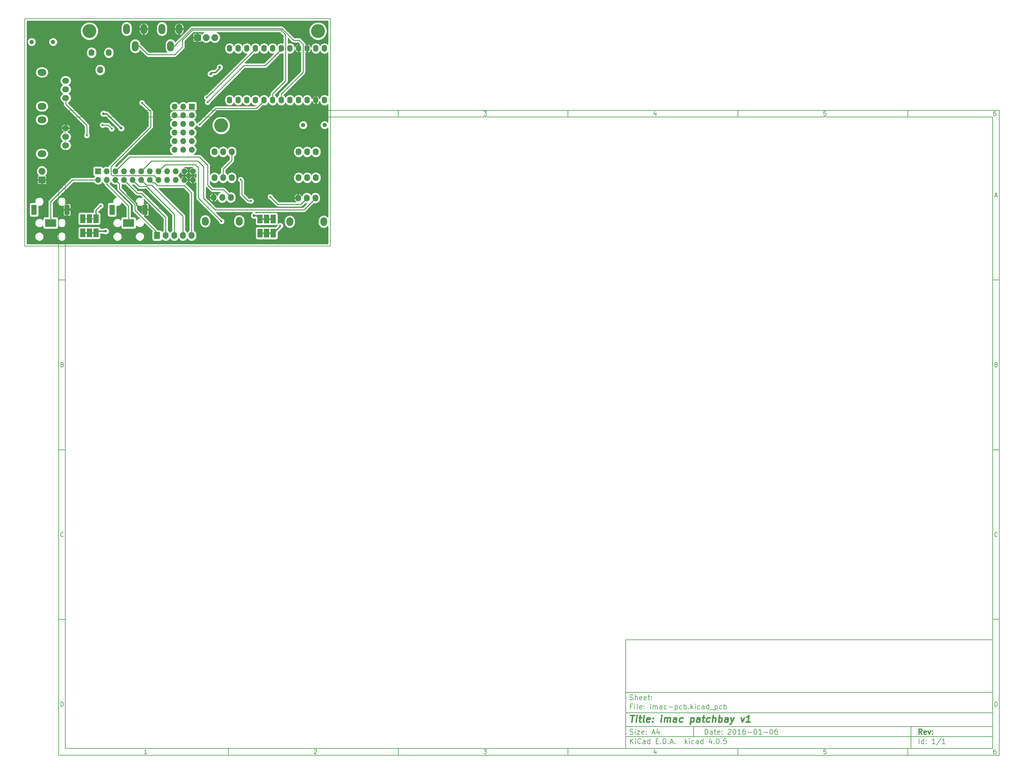
<source format=gbl>
G04 #@! TF.FileFunction,Copper,L2,Bot,Signal*
%FSLAX46Y46*%
G04 Gerber Fmt 4.6, Leading zero omitted, Abs format (unit mm)*
G04 Created by KiCad (PCBNEW 4.0.5) date 2017 January 19, Thursday 18:54:43*
%MOMM*%
%LPD*%
G01*
G04 APERTURE LIST*
%ADD10C,0.100000*%
%ADD11C,0.150000*%
%ADD12C,0.300000*%
%ADD13C,0.400000*%
%ADD14C,0.800000*%
%ADD15C,1.300000*%
%ADD16R,1.727200X1.727200*%
%ADD17O,1.727200X1.727200*%
%ADD18R,1.727200X2.032000*%
%ADD19O,1.727200X2.032000*%
%ADD20R,1.500000X3.000000*%
%ADD21R,3.300000X2.300000*%
%ADD22R,1.998980X1.998980*%
%ADD23O,1.998980X1.998980*%
%ADD24O,1.600000X2.000000*%
%ADD25O,2.540000X2.000000*%
%ADD26O,2.032000X1.727200*%
%ADD27O,2.000000X2.540000*%
%ADD28O,2.000000X3.000000*%
%ADD29C,4.064000*%
%ADD30R,1.500000X2.500000*%
%ADD31C,0.600000*%
%ADD32C,0.250000*%
%ADD33C,0.350000*%
%ADD34C,0.254000*%
G04 APERTURE END LIST*
D10*
D11*
X177002200Y-116007200D02*
X177002200Y-148007200D01*
X285002200Y-148007200D01*
X285002200Y-116007200D01*
X177002200Y-116007200D01*
D10*
D11*
X10000000Y40000000D02*
X10000000Y-150007200D01*
X287002200Y-150007200D01*
X287002200Y40000000D01*
X10000000Y40000000D01*
D10*
D11*
X12000000Y38000000D02*
X12000000Y-148007200D01*
X285002200Y-148007200D01*
X285002200Y38000000D01*
X12000000Y38000000D01*
D10*
D11*
X60000000Y38000000D02*
X60000000Y40000000D01*
D10*
D11*
X110000000Y38000000D02*
X110000000Y40000000D01*
D10*
D11*
X160000000Y38000000D02*
X160000000Y40000000D01*
D10*
D11*
X210000000Y38000000D02*
X210000000Y40000000D01*
D10*
D11*
X260000000Y38000000D02*
X260000000Y40000000D01*
D10*
D11*
X35990476Y38411905D02*
X35247619Y38411905D01*
X35619048Y38411905D02*
X35619048Y39711905D01*
X35495238Y39526190D01*
X35371429Y39402381D01*
X35247619Y39340476D01*
D10*
D11*
X85247619Y39588095D02*
X85309524Y39650000D01*
X85433333Y39711905D01*
X85742857Y39711905D01*
X85866667Y39650000D01*
X85928571Y39588095D01*
X85990476Y39464286D01*
X85990476Y39340476D01*
X85928571Y39154762D01*
X85185714Y38411905D01*
X85990476Y38411905D01*
D10*
D11*
X135185714Y39711905D02*
X135990476Y39711905D01*
X135557143Y39216667D01*
X135742857Y39216667D01*
X135866667Y39154762D01*
X135928571Y39092857D01*
X135990476Y38969048D01*
X135990476Y38659524D01*
X135928571Y38535714D01*
X135866667Y38473810D01*
X135742857Y38411905D01*
X135371429Y38411905D01*
X135247619Y38473810D01*
X135185714Y38535714D01*
D10*
D11*
X185866667Y39278571D02*
X185866667Y38411905D01*
X185557143Y39773810D02*
X185247619Y38845238D01*
X186052381Y38845238D01*
D10*
D11*
X235928571Y39711905D02*
X235309524Y39711905D01*
X235247619Y39092857D01*
X235309524Y39154762D01*
X235433333Y39216667D01*
X235742857Y39216667D01*
X235866667Y39154762D01*
X235928571Y39092857D01*
X235990476Y38969048D01*
X235990476Y38659524D01*
X235928571Y38535714D01*
X235866667Y38473810D01*
X235742857Y38411905D01*
X235433333Y38411905D01*
X235309524Y38473810D01*
X235247619Y38535714D01*
D10*
D11*
X285866667Y39711905D02*
X285619048Y39711905D01*
X285495238Y39650000D01*
X285433333Y39588095D01*
X285309524Y39402381D01*
X285247619Y39154762D01*
X285247619Y38659524D01*
X285309524Y38535714D01*
X285371429Y38473810D01*
X285495238Y38411905D01*
X285742857Y38411905D01*
X285866667Y38473810D01*
X285928571Y38535714D01*
X285990476Y38659524D01*
X285990476Y38969048D01*
X285928571Y39092857D01*
X285866667Y39154762D01*
X285742857Y39216667D01*
X285495238Y39216667D01*
X285371429Y39154762D01*
X285309524Y39092857D01*
X285247619Y38969048D01*
D10*
D11*
X60000000Y-148007200D02*
X60000000Y-150007200D01*
D10*
D11*
X110000000Y-148007200D02*
X110000000Y-150007200D01*
D10*
D11*
X160000000Y-148007200D02*
X160000000Y-150007200D01*
D10*
D11*
X210000000Y-148007200D02*
X210000000Y-150007200D01*
D10*
D11*
X260000000Y-148007200D02*
X260000000Y-150007200D01*
D10*
D11*
X35990476Y-149595295D02*
X35247619Y-149595295D01*
X35619048Y-149595295D02*
X35619048Y-148295295D01*
X35495238Y-148481010D01*
X35371429Y-148604819D01*
X35247619Y-148666724D01*
D10*
D11*
X85247619Y-148419105D02*
X85309524Y-148357200D01*
X85433333Y-148295295D01*
X85742857Y-148295295D01*
X85866667Y-148357200D01*
X85928571Y-148419105D01*
X85990476Y-148542914D01*
X85990476Y-148666724D01*
X85928571Y-148852438D01*
X85185714Y-149595295D01*
X85990476Y-149595295D01*
D10*
D11*
X135185714Y-148295295D02*
X135990476Y-148295295D01*
X135557143Y-148790533D01*
X135742857Y-148790533D01*
X135866667Y-148852438D01*
X135928571Y-148914343D01*
X135990476Y-149038152D01*
X135990476Y-149347676D01*
X135928571Y-149471486D01*
X135866667Y-149533390D01*
X135742857Y-149595295D01*
X135371429Y-149595295D01*
X135247619Y-149533390D01*
X135185714Y-149471486D01*
D10*
D11*
X185866667Y-148728629D02*
X185866667Y-149595295D01*
X185557143Y-148233390D02*
X185247619Y-149161962D01*
X186052381Y-149161962D01*
D10*
D11*
X235928571Y-148295295D02*
X235309524Y-148295295D01*
X235247619Y-148914343D01*
X235309524Y-148852438D01*
X235433333Y-148790533D01*
X235742857Y-148790533D01*
X235866667Y-148852438D01*
X235928571Y-148914343D01*
X235990476Y-149038152D01*
X235990476Y-149347676D01*
X235928571Y-149471486D01*
X235866667Y-149533390D01*
X235742857Y-149595295D01*
X235433333Y-149595295D01*
X235309524Y-149533390D01*
X235247619Y-149471486D01*
D10*
D11*
X285866667Y-148295295D02*
X285619048Y-148295295D01*
X285495238Y-148357200D01*
X285433333Y-148419105D01*
X285309524Y-148604819D01*
X285247619Y-148852438D01*
X285247619Y-149347676D01*
X285309524Y-149471486D01*
X285371429Y-149533390D01*
X285495238Y-149595295D01*
X285742857Y-149595295D01*
X285866667Y-149533390D01*
X285928571Y-149471486D01*
X285990476Y-149347676D01*
X285990476Y-149038152D01*
X285928571Y-148914343D01*
X285866667Y-148852438D01*
X285742857Y-148790533D01*
X285495238Y-148790533D01*
X285371429Y-148852438D01*
X285309524Y-148914343D01*
X285247619Y-149038152D01*
D10*
D11*
X10000000Y-10000000D02*
X12000000Y-10000000D01*
D10*
D11*
X10000000Y-60000000D02*
X12000000Y-60000000D01*
D10*
D11*
X10000000Y-110000000D02*
X12000000Y-110000000D01*
D10*
D11*
X10690476Y14783333D02*
X11309524Y14783333D01*
X10566667Y14411905D02*
X11000000Y15711905D01*
X11433333Y14411905D01*
D10*
D11*
X11092857Y-34907143D02*
X11278571Y-34969048D01*
X11340476Y-35030952D01*
X11402381Y-35154762D01*
X11402381Y-35340476D01*
X11340476Y-35464286D01*
X11278571Y-35526190D01*
X11154762Y-35588095D01*
X10659524Y-35588095D01*
X10659524Y-34288095D01*
X11092857Y-34288095D01*
X11216667Y-34350000D01*
X11278571Y-34411905D01*
X11340476Y-34535714D01*
X11340476Y-34659524D01*
X11278571Y-34783333D01*
X11216667Y-34845238D01*
X11092857Y-34907143D01*
X10659524Y-34907143D01*
D10*
D11*
X11402381Y-85464286D02*
X11340476Y-85526190D01*
X11154762Y-85588095D01*
X11030952Y-85588095D01*
X10845238Y-85526190D01*
X10721429Y-85402381D01*
X10659524Y-85278571D01*
X10597619Y-85030952D01*
X10597619Y-84845238D01*
X10659524Y-84597619D01*
X10721429Y-84473810D01*
X10845238Y-84350000D01*
X11030952Y-84288095D01*
X11154762Y-84288095D01*
X11340476Y-84350000D01*
X11402381Y-84411905D01*
D10*
D11*
X10659524Y-135588095D02*
X10659524Y-134288095D01*
X10969048Y-134288095D01*
X11154762Y-134350000D01*
X11278571Y-134473810D01*
X11340476Y-134597619D01*
X11402381Y-134845238D01*
X11402381Y-135030952D01*
X11340476Y-135278571D01*
X11278571Y-135402381D01*
X11154762Y-135526190D01*
X10969048Y-135588095D01*
X10659524Y-135588095D01*
D10*
D11*
X287002200Y-10000000D02*
X285002200Y-10000000D01*
D10*
D11*
X287002200Y-60000000D02*
X285002200Y-60000000D01*
D10*
D11*
X287002200Y-110000000D02*
X285002200Y-110000000D01*
D10*
D11*
X285692676Y14783333D02*
X286311724Y14783333D01*
X285568867Y14411905D02*
X286002200Y15711905D01*
X286435533Y14411905D01*
D10*
D11*
X286095057Y-34907143D02*
X286280771Y-34969048D01*
X286342676Y-35030952D01*
X286404581Y-35154762D01*
X286404581Y-35340476D01*
X286342676Y-35464286D01*
X286280771Y-35526190D01*
X286156962Y-35588095D01*
X285661724Y-35588095D01*
X285661724Y-34288095D01*
X286095057Y-34288095D01*
X286218867Y-34350000D01*
X286280771Y-34411905D01*
X286342676Y-34535714D01*
X286342676Y-34659524D01*
X286280771Y-34783333D01*
X286218867Y-34845238D01*
X286095057Y-34907143D01*
X285661724Y-34907143D01*
D10*
D11*
X286404581Y-85464286D02*
X286342676Y-85526190D01*
X286156962Y-85588095D01*
X286033152Y-85588095D01*
X285847438Y-85526190D01*
X285723629Y-85402381D01*
X285661724Y-85278571D01*
X285599819Y-85030952D01*
X285599819Y-84845238D01*
X285661724Y-84597619D01*
X285723629Y-84473810D01*
X285847438Y-84350000D01*
X286033152Y-84288095D01*
X286156962Y-84288095D01*
X286342676Y-84350000D01*
X286404581Y-84411905D01*
D10*
D11*
X285661724Y-135588095D02*
X285661724Y-134288095D01*
X285971248Y-134288095D01*
X286156962Y-134350000D01*
X286280771Y-134473810D01*
X286342676Y-134597619D01*
X286404581Y-134845238D01*
X286404581Y-135030952D01*
X286342676Y-135278571D01*
X286280771Y-135402381D01*
X286156962Y-135526190D01*
X285971248Y-135588095D01*
X285661724Y-135588095D01*
D10*
D11*
X200359343Y-143785771D02*
X200359343Y-142285771D01*
X200716486Y-142285771D01*
X200930771Y-142357200D01*
X201073629Y-142500057D01*
X201145057Y-142642914D01*
X201216486Y-142928629D01*
X201216486Y-143142914D01*
X201145057Y-143428629D01*
X201073629Y-143571486D01*
X200930771Y-143714343D01*
X200716486Y-143785771D01*
X200359343Y-143785771D01*
X202502200Y-143785771D02*
X202502200Y-143000057D01*
X202430771Y-142857200D01*
X202287914Y-142785771D01*
X202002200Y-142785771D01*
X201859343Y-142857200D01*
X202502200Y-143714343D02*
X202359343Y-143785771D01*
X202002200Y-143785771D01*
X201859343Y-143714343D01*
X201787914Y-143571486D01*
X201787914Y-143428629D01*
X201859343Y-143285771D01*
X202002200Y-143214343D01*
X202359343Y-143214343D01*
X202502200Y-143142914D01*
X203002200Y-142785771D02*
X203573629Y-142785771D01*
X203216486Y-142285771D02*
X203216486Y-143571486D01*
X203287914Y-143714343D01*
X203430772Y-143785771D01*
X203573629Y-143785771D01*
X204645057Y-143714343D02*
X204502200Y-143785771D01*
X204216486Y-143785771D01*
X204073629Y-143714343D01*
X204002200Y-143571486D01*
X204002200Y-143000057D01*
X204073629Y-142857200D01*
X204216486Y-142785771D01*
X204502200Y-142785771D01*
X204645057Y-142857200D01*
X204716486Y-143000057D01*
X204716486Y-143142914D01*
X204002200Y-143285771D01*
X205359343Y-143642914D02*
X205430771Y-143714343D01*
X205359343Y-143785771D01*
X205287914Y-143714343D01*
X205359343Y-143642914D01*
X205359343Y-143785771D01*
X205359343Y-142857200D02*
X205430771Y-142928629D01*
X205359343Y-143000057D01*
X205287914Y-142928629D01*
X205359343Y-142857200D01*
X205359343Y-143000057D01*
X207145057Y-142428629D02*
X207216486Y-142357200D01*
X207359343Y-142285771D01*
X207716486Y-142285771D01*
X207859343Y-142357200D01*
X207930772Y-142428629D01*
X208002200Y-142571486D01*
X208002200Y-142714343D01*
X207930772Y-142928629D01*
X207073629Y-143785771D01*
X208002200Y-143785771D01*
X208930771Y-142285771D02*
X209073628Y-142285771D01*
X209216485Y-142357200D01*
X209287914Y-142428629D01*
X209359343Y-142571486D01*
X209430771Y-142857200D01*
X209430771Y-143214343D01*
X209359343Y-143500057D01*
X209287914Y-143642914D01*
X209216485Y-143714343D01*
X209073628Y-143785771D01*
X208930771Y-143785771D01*
X208787914Y-143714343D01*
X208716485Y-143642914D01*
X208645057Y-143500057D01*
X208573628Y-143214343D01*
X208573628Y-142857200D01*
X208645057Y-142571486D01*
X208716485Y-142428629D01*
X208787914Y-142357200D01*
X208930771Y-142285771D01*
X210859342Y-143785771D02*
X210002199Y-143785771D01*
X210430771Y-143785771D02*
X210430771Y-142285771D01*
X210287914Y-142500057D01*
X210145056Y-142642914D01*
X210002199Y-142714343D01*
X212145056Y-142285771D02*
X211859342Y-142285771D01*
X211716485Y-142357200D01*
X211645056Y-142428629D01*
X211502199Y-142642914D01*
X211430770Y-142928629D01*
X211430770Y-143500057D01*
X211502199Y-143642914D01*
X211573627Y-143714343D01*
X211716485Y-143785771D01*
X212002199Y-143785771D01*
X212145056Y-143714343D01*
X212216485Y-143642914D01*
X212287913Y-143500057D01*
X212287913Y-143142914D01*
X212216485Y-143000057D01*
X212145056Y-142928629D01*
X212002199Y-142857200D01*
X211716485Y-142857200D01*
X211573627Y-142928629D01*
X211502199Y-143000057D01*
X211430770Y-143142914D01*
X212930770Y-143214343D02*
X214073627Y-143214343D01*
X215073627Y-142285771D02*
X215216484Y-142285771D01*
X215359341Y-142357200D01*
X215430770Y-142428629D01*
X215502199Y-142571486D01*
X215573627Y-142857200D01*
X215573627Y-143214343D01*
X215502199Y-143500057D01*
X215430770Y-143642914D01*
X215359341Y-143714343D01*
X215216484Y-143785771D01*
X215073627Y-143785771D01*
X214930770Y-143714343D01*
X214859341Y-143642914D01*
X214787913Y-143500057D01*
X214716484Y-143214343D01*
X214716484Y-142857200D01*
X214787913Y-142571486D01*
X214859341Y-142428629D01*
X214930770Y-142357200D01*
X215073627Y-142285771D01*
X217002198Y-143785771D02*
X216145055Y-143785771D01*
X216573627Y-143785771D02*
X216573627Y-142285771D01*
X216430770Y-142500057D01*
X216287912Y-142642914D01*
X216145055Y-142714343D01*
X217645055Y-143214343D02*
X218787912Y-143214343D01*
X219787912Y-142285771D02*
X219930769Y-142285771D01*
X220073626Y-142357200D01*
X220145055Y-142428629D01*
X220216484Y-142571486D01*
X220287912Y-142857200D01*
X220287912Y-143214343D01*
X220216484Y-143500057D01*
X220145055Y-143642914D01*
X220073626Y-143714343D01*
X219930769Y-143785771D01*
X219787912Y-143785771D01*
X219645055Y-143714343D01*
X219573626Y-143642914D01*
X219502198Y-143500057D01*
X219430769Y-143214343D01*
X219430769Y-142857200D01*
X219502198Y-142571486D01*
X219573626Y-142428629D01*
X219645055Y-142357200D01*
X219787912Y-142285771D01*
X221573626Y-142285771D02*
X221287912Y-142285771D01*
X221145055Y-142357200D01*
X221073626Y-142428629D01*
X220930769Y-142642914D01*
X220859340Y-142928629D01*
X220859340Y-143500057D01*
X220930769Y-143642914D01*
X221002197Y-143714343D01*
X221145055Y-143785771D01*
X221430769Y-143785771D01*
X221573626Y-143714343D01*
X221645055Y-143642914D01*
X221716483Y-143500057D01*
X221716483Y-143142914D01*
X221645055Y-143000057D01*
X221573626Y-142928629D01*
X221430769Y-142857200D01*
X221145055Y-142857200D01*
X221002197Y-142928629D01*
X220930769Y-143000057D01*
X220859340Y-143142914D01*
D10*
D11*
X177002200Y-144507200D02*
X285002200Y-144507200D01*
D10*
D11*
X178359343Y-146585771D02*
X178359343Y-145085771D01*
X179216486Y-146585771D02*
X178573629Y-145728629D01*
X179216486Y-145085771D02*
X178359343Y-145942914D01*
X179859343Y-146585771D02*
X179859343Y-145585771D01*
X179859343Y-145085771D02*
X179787914Y-145157200D01*
X179859343Y-145228629D01*
X179930771Y-145157200D01*
X179859343Y-145085771D01*
X179859343Y-145228629D01*
X181430772Y-146442914D02*
X181359343Y-146514343D01*
X181145057Y-146585771D01*
X181002200Y-146585771D01*
X180787915Y-146514343D01*
X180645057Y-146371486D01*
X180573629Y-146228629D01*
X180502200Y-145942914D01*
X180502200Y-145728629D01*
X180573629Y-145442914D01*
X180645057Y-145300057D01*
X180787915Y-145157200D01*
X181002200Y-145085771D01*
X181145057Y-145085771D01*
X181359343Y-145157200D01*
X181430772Y-145228629D01*
X182716486Y-146585771D02*
X182716486Y-145800057D01*
X182645057Y-145657200D01*
X182502200Y-145585771D01*
X182216486Y-145585771D01*
X182073629Y-145657200D01*
X182716486Y-146514343D02*
X182573629Y-146585771D01*
X182216486Y-146585771D01*
X182073629Y-146514343D01*
X182002200Y-146371486D01*
X182002200Y-146228629D01*
X182073629Y-146085771D01*
X182216486Y-146014343D01*
X182573629Y-146014343D01*
X182716486Y-145942914D01*
X184073629Y-146585771D02*
X184073629Y-145085771D01*
X184073629Y-146514343D02*
X183930772Y-146585771D01*
X183645058Y-146585771D01*
X183502200Y-146514343D01*
X183430772Y-146442914D01*
X183359343Y-146300057D01*
X183359343Y-145871486D01*
X183430772Y-145728629D01*
X183502200Y-145657200D01*
X183645058Y-145585771D01*
X183930772Y-145585771D01*
X184073629Y-145657200D01*
X185930772Y-145800057D02*
X186430772Y-145800057D01*
X186645058Y-146585771D02*
X185930772Y-146585771D01*
X185930772Y-145085771D01*
X186645058Y-145085771D01*
X187287915Y-146442914D02*
X187359343Y-146514343D01*
X187287915Y-146585771D01*
X187216486Y-146514343D01*
X187287915Y-146442914D01*
X187287915Y-146585771D01*
X188002201Y-146585771D02*
X188002201Y-145085771D01*
X188359344Y-145085771D01*
X188573629Y-145157200D01*
X188716487Y-145300057D01*
X188787915Y-145442914D01*
X188859344Y-145728629D01*
X188859344Y-145942914D01*
X188787915Y-146228629D01*
X188716487Y-146371486D01*
X188573629Y-146514343D01*
X188359344Y-146585771D01*
X188002201Y-146585771D01*
X189502201Y-146442914D02*
X189573629Y-146514343D01*
X189502201Y-146585771D01*
X189430772Y-146514343D01*
X189502201Y-146442914D01*
X189502201Y-146585771D01*
X190145058Y-146157200D02*
X190859344Y-146157200D01*
X190002201Y-146585771D02*
X190502201Y-145085771D01*
X191002201Y-146585771D01*
X191502201Y-146442914D02*
X191573629Y-146514343D01*
X191502201Y-146585771D01*
X191430772Y-146514343D01*
X191502201Y-146442914D01*
X191502201Y-146585771D01*
X194502201Y-146585771D02*
X194502201Y-145085771D01*
X194645058Y-146014343D02*
X195073629Y-146585771D01*
X195073629Y-145585771D02*
X194502201Y-146157200D01*
X195716487Y-146585771D02*
X195716487Y-145585771D01*
X195716487Y-145085771D02*
X195645058Y-145157200D01*
X195716487Y-145228629D01*
X195787915Y-145157200D01*
X195716487Y-145085771D01*
X195716487Y-145228629D01*
X197073630Y-146514343D02*
X196930773Y-146585771D01*
X196645059Y-146585771D01*
X196502201Y-146514343D01*
X196430773Y-146442914D01*
X196359344Y-146300057D01*
X196359344Y-145871486D01*
X196430773Y-145728629D01*
X196502201Y-145657200D01*
X196645059Y-145585771D01*
X196930773Y-145585771D01*
X197073630Y-145657200D01*
X198359344Y-146585771D02*
X198359344Y-145800057D01*
X198287915Y-145657200D01*
X198145058Y-145585771D01*
X197859344Y-145585771D01*
X197716487Y-145657200D01*
X198359344Y-146514343D02*
X198216487Y-146585771D01*
X197859344Y-146585771D01*
X197716487Y-146514343D01*
X197645058Y-146371486D01*
X197645058Y-146228629D01*
X197716487Y-146085771D01*
X197859344Y-146014343D01*
X198216487Y-146014343D01*
X198359344Y-145942914D01*
X199716487Y-146585771D02*
X199716487Y-145085771D01*
X199716487Y-146514343D02*
X199573630Y-146585771D01*
X199287916Y-146585771D01*
X199145058Y-146514343D01*
X199073630Y-146442914D01*
X199002201Y-146300057D01*
X199002201Y-145871486D01*
X199073630Y-145728629D01*
X199145058Y-145657200D01*
X199287916Y-145585771D01*
X199573630Y-145585771D01*
X199716487Y-145657200D01*
X202216487Y-145585771D02*
X202216487Y-146585771D01*
X201859344Y-145014343D02*
X201502201Y-146085771D01*
X202430773Y-146085771D01*
X203002201Y-146442914D02*
X203073629Y-146514343D01*
X203002201Y-146585771D01*
X202930772Y-146514343D01*
X203002201Y-146442914D01*
X203002201Y-146585771D01*
X204002201Y-145085771D02*
X204145058Y-145085771D01*
X204287915Y-145157200D01*
X204359344Y-145228629D01*
X204430773Y-145371486D01*
X204502201Y-145657200D01*
X204502201Y-146014343D01*
X204430773Y-146300057D01*
X204359344Y-146442914D01*
X204287915Y-146514343D01*
X204145058Y-146585771D01*
X204002201Y-146585771D01*
X203859344Y-146514343D01*
X203787915Y-146442914D01*
X203716487Y-146300057D01*
X203645058Y-146014343D01*
X203645058Y-145657200D01*
X203716487Y-145371486D01*
X203787915Y-145228629D01*
X203859344Y-145157200D01*
X204002201Y-145085771D01*
X205145058Y-146442914D02*
X205216486Y-146514343D01*
X205145058Y-146585771D01*
X205073629Y-146514343D01*
X205145058Y-146442914D01*
X205145058Y-146585771D01*
X206573630Y-145085771D02*
X205859344Y-145085771D01*
X205787915Y-145800057D01*
X205859344Y-145728629D01*
X206002201Y-145657200D01*
X206359344Y-145657200D01*
X206502201Y-145728629D01*
X206573630Y-145800057D01*
X206645058Y-145942914D01*
X206645058Y-146300057D01*
X206573630Y-146442914D01*
X206502201Y-146514343D01*
X206359344Y-146585771D01*
X206002201Y-146585771D01*
X205859344Y-146514343D01*
X205787915Y-146442914D01*
D10*
D11*
X177002200Y-141507200D02*
X285002200Y-141507200D01*
D10*
D12*
X264216486Y-143785771D02*
X263716486Y-143071486D01*
X263359343Y-143785771D02*
X263359343Y-142285771D01*
X263930771Y-142285771D01*
X264073629Y-142357200D01*
X264145057Y-142428629D01*
X264216486Y-142571486D01*
X264216486Y-142785771D01*
X264145057Y-142928629D01*
X264073629Y-143000057D01*
X263930771Y-143071486D01*
X263359343Y-143071486D01*
X265430771Y-143714343D02*
X265287914Y-143785771D01*
X265002200Y-143785771D01*
X264859343Y-143714343D01*
X264787914Y-143571486D01*
X264787914Y-143000057D01*
X264859343Y-142857200D01*
X265002200Y-142785771D01*
X265287914Y-142785771D01*
X265430771Y-142857200D01*
X265502200Y-143000057D01*
X265502200Y-143142914D01*
X264787914Y-143285771D01*
X266002200Y-142785771D02*
X266359343Y-143785771D01*
X266716485Y-142785771D01*
X267287914Y-143642914D02*
X267359342Y-143714343D01*
X267287914Y-143785771D01*
X267216485Y-143714343D01*
X267287914Y-143642914D01*
X267287914Y-143785771D01*
X267287914Y-142857200D02*
X267359342Y-142928629D01*
X267287914Y-143000057D01*
X267216485Y-142928629D01*
X267287914Y-142857200D01*
X267287914Y-143000057D01*
D10*
D11*
X178287914Y-143714343D02*
X178502200Y-143785771D01*
X178859343Y-143785771D01*
X179002200Y-143714343D01*
X179073629Y-143642914D01*
X179145057Y-143500057D01*
X179145057Y-143357200D01*
X179073629Y-143214343D01*
X179002200Y-143142914D01*
X178859343Y-143071486D01*
X178573629Y-143000057D01*
X178430771Y-142928629D01*
X178359343Y-142857200D01*
X178287914Y-142714343D01*
X178287914Y-142571486D01*
X178359343Y-142428629D01*
X178430771Y-142357200D01*
X178573629Y-142285771D01*
X178930771Y-142285771D01*
X179145057Y-142357200D01*
X179787914Y-143785771D02*
X179787914Y-142785771D01*
X179787914Y-142285771D02*
X179716485Y-142357200D01*
X179787914Y-142428629D01*
X179859342Y-142357200D01*
X179787914Y-142285771D01*
X179787914Y-142428629D01*
X180359343Y-142785771D02*
X181145057Y-142785771D01*
X180359343Y-143785771D01*
X181145057Y-143785771D01*
X182287914Y-143714343D02*
X182145057Y-143785771D01*
X181859343Y-143785771D01*
X181716486Y-143714343D01*
X181645057Y-143571486D01*
X181645057Y-143000057D01*
X181716486Y-142857200D01*
X181859343Y-142785771D01*
X182145057Y-142785771D01*
X182287914Y-142857200D01*
X182359343Y-143000057D01*
X182359343Y-143142914D01*
X181645057Y-143285771D01*
X183002200Y-143642914D02*
X183073628Y-143714343D01*
X183002200Y-143785771D01*
X182930771Y-143714343D01*
X183002200Y-143642914D01*
X183002200Y-143785771D01*
X183002200Y-142857200D02*
X183073628Y-142928629D01*
X183002200Y-143000057D01*
X182930771Y-142928629D01*
X183002200Y-142857200D01*
X183002200Y-143000057D01*
X184787914Y-143357200D02*
X185502200Y-143357200D01*
X184645057Y-143785771D02*
X185145057Y-142285771D01*
X185645057Y-143785771D01*
X186787914Y-142785771D02*
X186787914Y-143785771D01*
X186430771Y-142214343D02*
X186073628Y-143285771D01*
X187002200Y-143285771D01*
D10*
D11*
X263359343Y-146585771D02*
X263359343Y-145085771D01*
X264716486Y-146585771D02*
X264716486Y-145085771D01*
X264716486Y-146514343D02*
X264573629Y-146585771D01*
X264287915Y-146585771D01*
X264145057Y-146514343D01*
X264073629Y-146442914D01*
X264002200Y-146300057D01*
X264002200Y-145871486D01*
X264073629Y-145728629D01*
X264145057Y-145657200D01*
X264287915Y-145585771D01*
X264573629Y-145585771D01*
X264716486Y-145657200D01*
X265430772Y-146442914D02*
X265502200Y-146514343D01*
X265430772Y-146585771D01*
X265359343Y-146514343D01*
X265430772Y-146442914D01*
X265430772Y-146585771D01*
X265430772Y-145657200D02*
X265502200Y-145728629D01*
X265430772Y-145800057D01*
X265359343Y-145728629D01*
X265430772Y-145657200D01*
X265430772Y-145800057D01*
X268073629Y-146585771D02*
X267216486Y-146585771D01*
X267645058Y-146585771D02*
X267645058Y-145085771D01*
X267502201Y-145300057D01*
X267359343Y-145442914D01*
X267216486Y-145514343D01*
X269787914Y-145014343D02*
X268502200Y-146942914D01*
X271073629Y-146585771D02*
X270216486Y-146585771D01*
X270645058Y-146585771D02*
X270645058Y-145085771D01*
X270502201Y-145300057D01*
X270359343Y-145442914D01*
X270216486Y-145514343D01*
D10*
D11*
X177002200Y-137507200D02*
X285002200Y-137507200D01*
D10*
D13*
X178454581Y-138211962D02*
X179597438Y-138211962D01*
X178776010Y-140211962D02*
X179026010Y-138211962D01*
X180014105Y-140211962D02*
X180180771Y-138878629D01*
X180264105Y-138211962D02*
X180156962Y-138307200D01*
X180240295Y-138402438D01*
X180347439Y-138307200D01*
X180264105Y-138211962D01*
X180240295Y-138402438D01*
X180847438Y-138878629D02*
X181609343Y-138878629D01*
X181216486Y-138211962D02*
X181002200Y-139926248D01*
X181073630Y-140116724D01*
X181252201Y-140211962D01*
X181442677Y-140211962D01*
X182395058Y-140211962D02*
X182216487Y-140116724D01*
X182145057Y-139926248D01*
X182359343Y-138211962D01*
X183930772Y-140116724D02*
X183728391Y-140211962D01*
X183347439Y-140211962D01*
X183168867Y-140116724D01*
X183097438Y-139926248D01*
X183192676Y-139164343D01*
X183311724Y-138973867D01*
X183514105Y-138878629D01*
X183895057Y-138878629D01*
X184073629Y-138973867D01*
X184145057Y-139164343D01*
X184121248Y-139354819D01*
X183145057Y-139545295D01*
X184895057Y-140021486D02*
X184978392Y-140116724D01*
X184871248Y-140211962D01*
X184787915Y-140116724D01*
X184895057Y-140021486D01*
X184871248Y-140211962D01*
X185026010Y-138973867D02*
X185109344Y-139069105D01*
X185002200Y-139164343D01*
X184918867Y-139069105D01*
X185026010Y-138973867D01*
X185002200Y-139164343D01*
X187347439Y-140211962D02*
X187514105Y-138878629D01*
X187597439Y-138211962D02*
X187490296Y-138307200D01*
X187573629Y-138402438D01*
X187680773Y-138307200D01*
X187597439Y-138211962D01*
X187573629Y-138402438D01*
X188299820Y-140211962D02*
X188466486Y-138878629D01*
X188442677Y-139069105D02*
X188549821Y-138973867D01*
X188752201Y-138878629D01*
X189037915Y-138878629D01*
X189216487Y-138973867D01*
X189287915Y-139164343D01*
X189156963Y-140211962D01*
X189287915Y-139164343D02*
X189406963Y-138973867D01*
X189609344Y-138878629D01*
X189895058Y-138878629D01*
X190073630Y-138973867D01*
X190145058Y-139164343D01*
X190014106Y-140211962D01*
X191823630Y-140211962D02*
X191954582Y-139164343D01*
X191883154Y-138973867D01*
X191704582Y-138878629D01*
X191323630Y-138878629D01*
X191121249Y-138973867D01*
X191835535Y-140116724D02*
X191633154Y-140211962D01*
X191156964Y-140211962D01*
X190978392Y-140116724D01*
X190906963Y-139926248D01*
X190930773Y-139735771D01*
X191049820Y-139545295D01*
X191252202Y-139450057D01*
X191728392Y-139450057D01*
X191930773Y-139354819D01*
X193645059Y-140116724D02*
X193442678Y-140211962D01*
X193061726Y-140211962D01*
X192883155Y-140116724D01*
X192799820Y-140021486D01*
X192728392Y-139831010D01*
X192799820Y-139259581D01*
X192918868Y-139069105D01*
X193026012Y-138973867D01*
X193228392Y-138878629D01*
X193609344Y-138878629D01*
X193787916Y-138973867D01*
X196180773Y-138878629D02*
X195930773Y-140878629D01*
X196168869Y-138973867D02*
X196371250Y-138878629D01*
X196752202Y-138878629D01*
X196930774Y-138973867D01*
X197014107Y-139069105D01*
X197085535Y-139259581D01*
X197014107Y-139831010D01*
X196895059Y-140021486D01*
X196787917Y-140116724D01*
X196585536Y-140211962D01*
X196204584Y-140211962D01*
X196026012Y-140116724D01*
X198680774Y-140211962D02*
X198811726Y-139164343D01*
X198740298Y-138973867D01*
X198561726Y-138878629D01*
X198180774Y-138878629D01*
X197978393Y-138973867D01*
X198692679Y-140116724D02*
X198490298Y-140211962D01*
X198014108Y-140211962D01*
X197835536Y-140116724D01*
X197764107Y-139926248D01*
X197787917Y-139735771D01*
X197906964Y-139545295D01*
X198109346Y-139450057D01*
X198585536Y-139450057D01*
X198787917Y-139354819D01*
X199514107Y-138878629D02*
X200276012Y-138878629D01*
X199883155Y-138211962D02*
X199668869Y-139926248D01*
X199740299Y-140116724D01*
X199918870Y-140211962D01*
X200109346Y-140211962D01*
X201645060Y-140116724D02*
X201442679Y-140211962D01*
X201061727Y-140211962D01*
X200883156Y-140116724D01*
X200799821Y-140021486D01*
X200728393Y-139831010D01*
X200799821Y-139259581D01*
X200918869Y-139069105D01*
X201026013Y-138973867D01*
X201228393Y-138878629D01*
X201609345Y-138878629D01*
X201787917Y-138973867D01*
X202490298Y-140211962D02*
X202740298Y-138211962D01*
X203347441Y-140211962D02*
X203478393Y-139164343D01*
X203406965Y-138973867D01*
X203228393Y-138878629D01*
X202942679Y-138878629D01*
X202740299Y-138973867D01*
X202633155Y-139069105D01*
X204299822Y-140211962D02*
X204549822Y-138211962D01*
X204454584Y-138973867D02*
X204656965Y-138878629D01*
X205037917Y-138878629D01*
X205216489Y-138973867D01*
X205299822Y-139069105D01*
X205371250Y-139259581D01*
X205299822Y-139831010D01*
X205180774Y-140021486D01*
X205073632Y-140116724D01*
X204871251Y-140211962D01*
X204490299Y-140211962D01*
X204311727Y-140116724D01*
X206966489Y-140211962D02*
X207097441Y-139164343D01*
X207026013Y-138973867D01*
X206847441Y-138878629D01*
X206466489Y-138878629D01*
X206264108Y-138973867D01*
X206978394Y-140116724D02*
X206776013Y-140211962D01*
X206299823Y-140211962D01*
X206121251Y-140116724D01*
X206049822Y-139926248D01*
X206073632Y-139735771D01*
X206192679Y-139545295D01*
X206395061Y-139450057D01*
X206871251Y-139450057D01*
X207073632Y-139354819D01*
X207895060Y-138878629D02*
X208204585Y-140211962D01*
X208847441Y-138878629D02*
X208204585Y-140211962D01*
X207954585Y-140688152D01*
X207847441Y-140783390D01*
X207645060Y-140878629D01*
X210942680Y-138878629D02*
X211252205Y-140211962D01*
X211895061Y-138878629D01*
X213537920Y-140211962D02*
X212395062Y-140211962D01*
X212966491Y-140211962D02*
X213216491Y-138211962D01*
X212990301Y-138497676D01*
X212776015Y-138688152D01*
X212573633Y-138783390D01*
D10*
D11*
X178859343Y-135600057D02*
X178359343Y-135600057D01*
X178359343Y-136385771D02*
X178359343Y-134885771D01*
X179073629Y-134885771D01*
X179645057Y-136385771D02*
X179645057Y-135385771D01*
X179645057Y-134885771D02*
X179573628Y-134957200D01*
X179645057Y-135028629D01*
X179716485Y-134957200D01*
X179645057Y-134885771D01*
X179645057Y-135028629D01*
X180573629Y-136385771D02*
X180430771Y-136314343D01*
X180359343Y-136171486D01*
X180359343Y-134885771D01*
X181716485Y-136314343D02*
X181573628Y-136385771D01*
X181287914Y-136385771D01*
X181145057Y-136314343D01*
X181073628Y-136171486D01*
X181073628Y-135600057D01*
X181145057Y-135457200D01*
X181287914Y-135385771D01*
X181573628Y-135385771D01*
X181716485Y-135457200D01*
X181787914Y-135600057D01*
X181787914Y-135742914D01*
X181073628Y-135885771D01*
X182430771Y-136242914D02*
X182502199Y-136314343D01*
X182430771Y-136385771D01*
X182359342Y-136314343D01*
X182430771Y-136242914D01*
X182430771Y-136385771D01*
X182430771Y-135457200D02*
X182502199Y-135528629D01*
X182430771Y-135600057D01*
X182359342Y-135528629D01*
X182430771Y-135457200D01*
X182430771Y-135600057D01*
X184287914Y-136385771D02*
X184287914Y-135385771D01*
X184287914Y-134885771D02*
X184216485Y-134957200D01*
X184287914Y-135028629D01*
X184359342Y-134957200D01*
X184287914Y-134885771D01*
X184287914Y-135028629D01*
X185002200Y-136385771D02*
X185002200Y-135385771D01*
X185002200Y-135528629D02*
X185073628Y-135457200D01*
X185216486Y-135385771D01*
X185430771Y-135385771D01*
X185573628Y-135457200D01*
X185645057Y-135600057D01*
X185645057Y-136385771D01*
X185645057Y-135600057D02*
X185716486Y-135457200D01*
X185859343Y-135385771D01*
X186073628Y-135385771D01*
X186216486Y-135457200D01*
X186287914Y-135600057D01*
X186287914Y-136385771D01*
X187645057Y-136385771D02*
X187645057Y-135600057D01*
X187573628Y-135457200D01*
X187430771Y-135385771D01*
X187145057Y-135385771D01*
X187002200Y-135457200D01*
X187645057Y-136314343D02*
X187502200Y-136385771D01*
X187145057Y-136385771D01*
X187002200Y-136314343D01*
X186930771Y-136171486D01*
X186930771Y-136028629D01*
X187002200Y-135885771D01*
X187145057Y-135814343D01*
X187502200Y-135814343D01*
X187645057Y-135742914D01*
X189002200Y-136314343D02*
X188859343Y-136385771D01*
X188573629Y-136385771D01*
X188430771Y-136314343D01*
X188359343Y-136242914D01*
X188287914Y-136100057D01*
X188287914Y-135671486D01*
X188359343Y-135528629D01*
X188430771Y-135457200D01*
X188573629Y-135385771D01*
X188859343Y-135385771D01*
X189002200Y-135457200D01*
X189645057Y-135814343D02*
X190787914Y-135814343D01*
X191502200Y-135385771D02*
X191502200Y-136885771D01*
X191502200Y-135457200D02*
X191645057Y-135385771D01*
X191930771Y-135385771D01*
X192073628Y-135457200D01*
X192145057Y-135528629D01*
X192216486Y-135671486D01*
X192216486Y-136100057D01*
X192145057Y-136242914D01*
X192073628Y-136314343D01*
X191930771Y-136385771D01*
X191645057Y-136385771D01*
X191502200Y-136314343D01*
X193502200Y-136314343D02*
X193359343Y-136385771D01*
X193073629Y-136385771D01*
X192930771Y-136314343D01*
X192859343Y-136242914D01*
X192787914Y-136100057D01*
X192787914Y-135671486D01*
X192859343Y-135528629D01*
X192930771Y-135457200D01*
X193073629Y-135385771D01*
X193359343Y-135385771D01*
X193502200Y-135457200D01*
X194145057Y-136385771D02*
X194145057Y-134885771D01*
X194145057Y-135457200D02*
X194287914Y-135385771D01*
X194573628Y-135385771D01*
X194716485Y-135457200D01*
X194787914Y-135528629D01*
X194859343Y-135671486D01*
X194859343Y-136100057D01*
X194787914Y-136242914D01*
X194716485Y-136314343D01*
X194573628Y-136385771D01*
X194287914Y-136385771D01*
X194145057Y-136314343D01*
X195502200Y-136242914D02*
X195573628Y-136314343D01*
X195502200Y-136385771D01*
X195430771Y-136314343D01*
X195502200Y-136242914D01*
X195502200Y-136385771D01*
X196216486Y-136385771D02*
X196216486Y-134885771D01*
X196359343Y-135814343D02*
X196787914Y-136385771D01*
X196787914Y-135385771D02*
X196216486Y-135957200D01*
X197430772Y-136385771D02*
X197430772Y-135385771D01*
X197430772Y-134885771D02*
X197359343Y-134957200D01*
X197430772Y-135028629D01*
X197502200Y-134957200D01*
X197430772Y-134885771D01*
X197430772Y-135028629D01*
X198787915Y-136314343D02*
X198645058Y-136385771D01*
X198359344Y-136385771D01*
X198216486Y-136314343D01*
X198145058Y-136242914D01*
X198073629Y-136100057D01*
X198073629Y-135671486D01*
X198145058Y-135528629D01*
X198216486Y-135457200D01*
X198359344Y-135385771D01*
X198645058Y-135385771D01*
X198787915Y-135457200D01*
X200073629Y-136385771D02*
X200073629Y-135600057D01*
X200002200Y-135457200D01*
X199859343Y-135385771D01*
X199573629Y-135385771D01*
X199430772Y-135457200D01*
X200073629Y-136314343D02*
X199930772Y-136385771D01*
X199573629Y-136385771D01*
X199430772Y-136314343D01*
X199359343Y-136171486D01*
X199359343Y-136028629D01*
X199430772Y-135885771D01*
X199573629Y-135814343D01*
X199930772Y-135814343D01*
X200073629Y-135742914D01*
X201430772Y-136385771D02*
X201430772Y-134885771D01*
X201430772Y-136314343D02*
X201287915Y-136385771D01*
X201002201Y-136385771D01*
X200859343Y-136314343D01*
X200787915Y-136242914D01*
X200716486Y-136100057D01*
X200716486Y-135671486D01*
X200787915Y-135528629D01*
X200859343Y-135457200D01*
X201002201Y-135385771D01*
X201287915Y-135385771D01*
X201430772Y-135457200D01*
X201787915Y-136528629D02*
X202930772Y-136528629D01*
X203287915Y-135385771D02*
X203287915Y-136885771D01*
X203287915Y-135457200D02*
X203430772Y-135385771D01*
X203716486Y-135385771D01*
X203859343Y-135457200D01*
X203930772Y-135528629D01*
X204002201Y-135671486D01*
X204002201Y-136100057D01*
X203930772Y-136242914D01*
X203859343Y-136314343D01*
X203716486Y-136385771D01*
X203430772Y-136385771D01*
X203287915Y-136314343D01*
X205287915Y-136314343D02*
X205145058Y-136385771D01*
X204859344Y-136385771D01*
X204716486Y-136314343D01*
X204645058Y-136242914D01*
X204573629Y-136100057D01*
X204573629Y-135671486D01*
X204645058Y-135528629D01*
X204716486Y-135457200D01*
X204859344Y-135385771D01*
X205145058Y-135385771D01*
X205287915Y-135457200D01*
X205930772Y-136385771D02*
X205930772Y-134885771D01*
X205930772Y-135457200D02*
X206073629Y-135385771D01*
X206359343Y-135385771D01*
X206502200Y-135457200D01*
X206573629Y-135528629D01*
X206645058Y-135671486D01*
X206645058Y-136100057D01*
X206573629Y-136242914D01*
X206502200Y-136314343D01*
X206359343Y-136385771D01*
X206073629Y-136385771D01*
X205930772Y-136314343D01*
D10*
D11*
X177002200Y-131507200D02*
X285002200Y-131507200D01*
D10*
D11*
X178287914Y-133614343D02*
X178502200Y-133685771D01*
X178859343Y-133685771D01*
X179002200Y-133614343D01*
X179073629Y-133542914D01*
X179145057Y-133400057D01*
X179145057Y-133257200D01*
X179073629Y-133114343D01*
X179002200Y-133042914D01*
X178859343Y-132971486D01*
X178573629Y-132900057D01*
X178430771Y-132828629D01*
X178359343Y-132757200D01*
X178287914Y-132614343D01*
X178287914Y-132471486D01*
X178359343Y-132328629D01*
X178430771Y-132257200D01*
X178573629Y-132185771D01*
X178930771Y-132185771D01*
X179145057Y-132257200D01*
X179787914Y-133685771D02*
X179787914Y-132185771D01*
X180430771Y-133685771D02*
X180430771Y-132900057D01*
X180359342Y-132757200D01*
X180216485Y-132685771D01*
X180002200Y-132685771D01*
X179859342Y-132757200D01*
X179787914Y-132828629D01*
X181716485Y-133614343D02*
X181573628Y-133685771D01*
X181287914Y-133685771D01*
X181145057Y-133614343D01*
X181073628Y-133471486D01*
X181073628Y-132900057D01*
X181145057Y-132757200D01*
X181287914Y-132685771D01*
X181573628Y-132685771D01*
X181716485Y-132757200D01*
X181787914Y-132900057D01*
X181787914Y-133042914D01*
X181073628Y-133185771D01*
X183002199Y-133614343D02*
X182859342Y-133685771D01*
X182573628Y-133685771D01*
X182430771Y-133614343D01*
X182359342Y-133471486D01*
X182359342Y-132900057D01*
X182430771Y-132757200D01*
X182573628Y-132685771D01*
X182859342Y-132685771D01*
X183002199Y-132757200D01*
X183073628Y-132900057D01*
X183073628Y-133042914D01*
X182359342Y-133185771D01*
X183502199Y-132685771D02*
X184073628Y-132685771D01*
X183716485Y-132185771D02*
X183716485Y-133471486D01*
X183787913Y-133614343D01*
X183930771Y-133685771D01*
X184073628Y-133685771D01*
X184573628Y-133542914D02*
X184645056Y-133614343D01*
X184573628Y-133685771D01*
X184502199Y-133614343D01*
X184573628Y-133542914D01*
X184573628Y-133685771D01*
X184573628Y-132757200D02*
X184645056Y-132828629D01*
X184573628Y-132900057D01*
X184502199Y-132828629D01*
X184573628Y-132757200D01*
X184573628Y-132900057D01*
D10*
D11*
X197002200Y-141507200D02*
X197002200Y-144507200D01*
D10*
D11*
X261002200Y-141507200D02*
X261002200Y-148007200D01*
X0Y67000000D02*
X0Y0D01*
X90000000Y67000000D02*
X90000000Y0D01*
X0Y0D02*
X90000000Y0D01*
X0Y67000000D02*
X90000000Y67000000D01*
D14*
X24257000Y29934000D03*
X24130000Y27013000D03*
X51374040Y43337580D03*
X69336920Y45854720D03*
X74485500Y29608880D03*
X75288140Y21943160D03*
X62621160Y23213160D03*
X66507360Y21557080D03*
X56360060Y24292660D03*
X19436080Y42875300D03*
X39888160Y42410480D03*
X16436340Y30581700D03*
X68958460Y55138420D03*
X31597600Y9857840D03*
D15*
X2054420Y60160000D03*
X8354420Y60160000D03*
D16*
X21590000Y22060000D03*
D17*
X21590000Y19520000D03*
X24130000Y22060000D03*
X24130000Y19520000D03*
X26670000Y22060000D03*
X26670000Y19520000D03*
X29210000Y22060000D03*
X29210000Y19520000D03*
X31750000Y22060000D03*
X31750000Y19520000D03*
X34290000Y22060000D03*
X34290000Y19520000D03*
X36830000Y22060000D03*
X36830000Y19520000D03*
X39370000Y22060000D03*
X39370000Y19520000D03*
X41910000Y22060000D03*
X41910000Y19520000D03*
X44450000Y22060000D03*
X44450000Y19520000D03*
X46990000Y22060000D03*
X46990000Y19520000D03*
X49530000Y22060000D03*
X49530000Y19520000D03*
D18*
X38989000Y3137000D03*
D19*
X41529000Y3137000D03*
X44069000Y3137000D03*
X46609000Y3137000D03*
X49149000Y3137000D03*
D15*
X88301000Y35649000D03*
X82001000Y35649000D03*
D20*
X25755000Y10720000D03*
D21*
X30605000Y6820000D03*
D20*
X35455000Y10720000D03*
X2770000Y10720000D03*
D21*
X7620000Y6820000D03*
D20*
X12470000Y10720000D03*
D17*
X44124880Y28410000D03*
X44124880Y30950000D03*
X49204880Y28410000D03*
X46664880Y28410000D03*
X46664880Y30950000D03*
X49204880Y30950000D03*
D16*
X49204880Y41110000D03*
D17*
X46664880Y41110000D03*
X44124880Y41110000D03*
X49204880Y38570000D03*
X46664880Y38570000D03*
X44124880Y38570000D03*
X49204880Y36030000D03*
X46664880Y36030000D03*
X44124880Y36030000D03*
X49204880Y33490000D03*
X46664880Y33490000D03*
X44124880Y33490000D03*
D22*
X5080000Y19520000D03*
D23*
X5080000Y22060000D03*
X55963820Y61430000D03*
D22*
X50883820Y61430000D03*
D23*
X53423820Y61430000D03*
D24*
X88265000Y58255000D03*
X88265000Y43015000D03*
X85725000Y43015000D03*
X83185000Y43015000D03*
X80645000Y43015000D03*
X78105000Y43015000D03*
X75565000Y43015000D03*
X73025000Y43015000D03*
X70485000Y43015000D03*
X67945000Y43015000D03*
X65405000Y43015000D03*
X62865000Y43015000D03*
X60325000Y43015000D03*
X60325000Y58255000D03*
X62865000Y58255000D03*
X65405000Y58255000D03*
X67945000Y58255000D03*
X70485000Y58255000D03*
X73025000Y58255000D03*
X75565000Y58255000D03*
X78105000Y58255000D03*
X80645000Y58255000D03*
X83185000Y58255000D03*
X85725000Y58255000D03*
D19*
X80645000Y27775000D03*
X80645000Y20155000D03*
X83185000Y20155000D03*
X85725000Y20155000D03*
X85725000Y27775000D03*
X83185000Y27775000D03*
X55880000Y27775000D03*
X55880000Y20155000D03*
X58420000Y20155000D03*
X60960000Y20155000D03*
X60960000Y27775000D03*
X58420000Y27775000D03*
D25*
X5080000Y51190000D03*
D26*
X12080000Y48730000D03*
X12080000Y46190000D03*
X12080000Y43650000D03*
D25*
X5080000Y41190000D03*
X5080000Y37220000D03*
D26*
X12080000Y34760000D03*
X12080000Y32220000D03*
X12080000Y29680000D03*
D25*
X5080000Y27220000D03*
D27*
X78058000Y7201000D03*
D19*
X80518000Y14201000D03*
X83058000Y14201000D03*
X85598000Y14201000D03*
D27*
X88058000Y7201000D03*
X53166000Y7328000D03*
D19*
X55626000Y14328000D03*
X58166000Y14328000D03*
X60706000Y14328000D03*
D27*
X63166000Y7328000D03*
D19*
X19685000Y56985000D03*
X22225000Y51905000D03*
X24765000Y56985000D03*
D28*
X40401240Y63970000D03*
X42941240Y58890000D03*
X45481240Y63970000D03*
X29989780Y63970000D03*
X32529780Y58890000D03*
X35069780Y63970000D03*
D29*
X19050000Y63350240D03*
X86360000Y63350240D03*
X57848500Y35575340D03*
D14*
X35585400Y16619320D03*
X48003460Y10553800D03*
X50975260Y11557100D03*
D30*
X21000000Y8090000D03*
X19050000Y8090000D03*
X17100000Y8090000D03*
X17100000Y3890000D03*
X19050000Y3890000D03*
X21000000Y3890000D03*
X69300000Y3800000D03*
X71250000Y3800000D03*
X73200000Y3800000D03*
X73200000Y8000000D03*
X71250000Y8000000D03*
X69300000Y8000000D03*
D14*
X25217120Y27046020D03*
X30167580Y16317060D03*
X25615900Y14480640D03*
X17576800Y10929720D03*
X23990300Y43195340D03*
X33042860Y35024160D03*
X40667940Y31899960D03*
D31*
X34536380Y42207280D03*
D14*
X23187660Y39004340D03*
X28414980Y34724440D03*
X57409080Y52641600D03*
X54772560Y50756920D03*
X23842980Y4422240D03*
X67500000Y9000000D03*
D31*
X18293080Y32583220D03*
X25640000Y34580000D03*
X22920000Y35700000D03*
X53832760Y42413020D03*
X53627020Y43761760D03*
X57970420Y7333080D03*
X51503580Y35824260D03*
X22392640Y11884760D03*
X75250000Y6000000D03*
X72320000Y14520000D03*
X66660000Y13310000D03*
X63620000Y19610000D03*
D32*
X60960000Y25230000D02*
X58420000Y22690000D01*
X58420000Y22690000D02*
X58420000Y20155000D01*
X60960000Y27775000D02*
X60960000Y25230000D01*
D13*
X25217120Y27046020D02*
X33042860Y34871760D01*
X33042860Y34871760D02*
X33042860Y35024160D01*
X30167580Y15751375D02*
X30167580Y16317060D01*
X32945571Y12546726D02*
X30167580Y15324717D01*
X32945571Y12079429D02*
X32945571Y12546726D01*
X35455000Y10720000D02*
X34305000Y10720000D01*
X30167580Y15324717D02*
X30167580Y15751375D01*
X34305000Y10720000D02*
X32945571Y12079429D01*
X25615900Y14480640D02*
X25215901Y14080641D01*
X16980641Y14080641D02*
X13620000Y10720000D01*
X25215901Y14080641D02*
X16980641Y14080641D01*
X13620000Y10720000D02*
X12470000Y10720000D01*
X17576800Y10929720D02*
X12679720Y10929720D01*
X12679720Y10929720D02*
X12470000Y10720000D01*
D32*
X39370000Y19520000D02*
X38094920Y20795080D01*
X38094920Y20795080D02*
X25798780Y20795080D01*
X37073840Y39669820D02*
X34536380Y42207280D01*
X25798780Y20795080D02*
X25392380Y21201480D01*
X25392380Y21201480D02*
X25392380Y23396040D01*
X25392380Y23396040D02*
X37073840Y35077500D01*
X37073840Y35077500D02*
X37073840Y39669820D01*
D13*
X28414980Y34724440D02*
X24135080Y39004340D01*
X24135080Y39004340D02*
X23187660Y39004340D01*
X56158079Y51156919D02*
X57409080Y52407920D01*
X57409080Y52407920D02*
X57409080Y52641600D01*
X54772560Y50756920D02*
X55172559Y51156919D01*
X55172559Y51156919D02*
X56158079Y51156919D01*
X19050000Y3890000D02*
X17100000Y3890000D01*
X21000000Y3890000D02*
X19050000Y3890000D01*
X23842980Y4422240D02*
X21532240Y4422240D01*
D32*
X21532240Y4422240D02*
X21000000Y3890000D01*
D13*
X71250000Y8000000D02*
X73200000Y8000000D01*
X69300000Y8000000D02*
X71250000Y8000000D01*
X67500000Y9000000D02*
X68300000Y9000000D01*
X68300000Y9000000D02*
X69300000Y8000000D01*
D32*
X18293080Y32583220D02*
X18293080Y33007484D01*
X18293080Y33007484D02*
X18305780Y33020184D01*
X18305780Y33020184D02*
X18305780Y35577880D01*
X18305780Y35577880D02*
X12100560Y41783100D01*
X12100560Y41783100D02*
X12100560Y43784620D01*
X24520000Y35700000D02*
X25640000Y34580000D01*
X22920000Y35700000D02*
X24520000Y35700000D01*
X20368686Y19520000D02*
X21590000Y19520000D01*
X14089380Y19520000D02*
X20368686Y19520000D01*
X7620000Y13050620D02*
X14089380Y19520000D01*
X7620000Y6820000D02*
X7620000Y13050620D01*
X30605000Y6820000D02*
X30605000Y11802940D01*
X30605000Y11802940D02*
X24130000Y18277940D01*
X24130000Y18277940D02*
X24130000Y19520000D01*
X38989000Y3137000D02*
X38989000Y4003140D01*
X38989000Y4003140D02*
X32420560Y10571580D01*
X32420560Y10571580D02*
X32420560Y12329260D01*
X32420560Y12329260D02*
X27871420Y16878400D01*
X27871420Y16878400D02*
X27871420Y18318580D01*
X27871420Y18318580D02*
X26670000Y19520000D01*
X41529000Y3137000D02*
X41529000Y8420200D01*
X41529000Y8420200D02*
X34325560Y15623640D01*
X34325560Y15623640D02*
X33106360Y15623640D01*
X33106360Y15623640D02*
X30073599Y18656401D01*
X30073599Y18656401D02*
X29210000Y19520000D01*
X32613599Y18656401D02*
X31750000Y19520000D01*
X35949051Y17556149D02*
X33713851Y17556149D01*
X44069000Y3137000D02*
X44069000Y9436200D01*
X33713851Y17556149D02*
X32613599Y18656401D01*
X44069000Y9436200D02*
X35949051Y17556149D01*
X35803840Y18006160D02*
X35153599Y18656401D01*
X35153599Y18656401D02*
X34290000Y19520000D01*
X46609000Y8801200D02*
X37404040Y18006160D01*
X46609000Y3137000D02*
X46609000Y8801200D01*
X37404040Y18006160D02*
X35803840Y18006160D01*
X39618920Y17797880D02*
X39596060Y17775020D01*
X39596060Y17775020D02*
X39168492Y17775020D01*
X39168492Y17775020D02*
X38287111Y18656401D01*
X38287111Y18656401D02*
X37693599Y18656401D01*
X37693599Y18656401D02*
X36830000Y19520000D01*
X49166780Y15702380D02*
X47071280Y17797880D01*
X47071280Y17797880D02*
X39618920Y17797880D01*
X49166780Y4420780D02*
X49166780Y15702380D01*
X49149000Y3137000D02*
X49149000Y4403000D01*
X49149000Y4403000D02*
X49166780Y4420780D01*
X53832760Y42413020D02*
X53834030Y42411750D01*
X53834030Y42411750D02*
X64582040Y53159760D01*
X64582040Y53159760D02*
X70825360Y53159760D01*
X70825360Y53159760D02*
X75565000Y57899400D01*
X75565000Y57899400D02*
X75565000Y58255000D01*
X75565000Y58255000D02*
X75481180Y58255000D01*
X53651760Y43761760D02*
X53627020Y43761760D01*
X67945000Y58055000D02*
X53651760Y43761760D01*
X67945000Y58255000D02*
X67945000Y58055000D01*
X26670000Y22060000D02*
X30899100Y26289100D01*
X53906420Y17983300D02*
X55270400Y16619320D01*
X30899100Y26289100D02*
X51414680Y26289100D01*
X58567080Y16619320D02*
X60706000Y14480400D01*
X51414680Y26289100D02*
X53906420Y23797360D01*
X53906420Y23797360D02*
X53906420Y17983300D01*
X55270400Y16619320D02*
X58567080Y16619320D01*
X60706000Y14480400D02*
X60706000Y14328000D01*
X34290000Y22060000D02*
X37338000Y25108000D01*
X50972720Y25108000D02*
X52679600Y23401120D01*
X37338000Y25108000D02*
X50972720Y25108000D01*
X52679600Y23401120D02*
X52679600Y14074240D01*
X56067960Y10685880D02*
X82235280Y10685880D01*
X52679600Y14074240D02*
X56067960Y10685880D01*
X82235280Y10685880D02*
X85598000Y14048600D01*
X85598000Y14048600D02*
X85598000Y14201000D01*
X51181000Y23070920D02*
X51181000Y14122500D01*
X51181000Y14122500D02*
X57970420Y7333080D01*
X50256440Y23995480D02*
X51181000Y23070920D01*
X39370000Y22060000D02*
X41305480Y23995480D01*
X41305480Y23995480D02*
X50256440Y23995480D01*
X51503580Y35824260D02*
X56250840Y40571520D01*
X56250840Y40571520D02*
X68241520Y40571520D01*
X68241520Y40571520D02*
X70485000Y42815000D01*
X70485000Y42815000D02*
X70485000Y43015000D01*
X19050000Y8090000D02*
X21000000Y8090000D01*
X17100000Y8090000D02*
X19050000Y8090000D01*
D33*
X21000000Y8090000D02*
X21000000Y10492120D01*
X21000000Y10492120D02*
X22392640Y11884760D01*
D13*
X71250000Y3800000D02*
X69300000Y3800000D01*
X73200000Y3800000D02*
X71250000Y3800000D01*
X75250000Y6000000D02*
X75250000Y5850000D01*
X75250000Y5850000D02*
X73200000Y3800000D01*
D32*
X72320000Y14520000D02*
X74540000Y12300000D01*
X74540000Y12300000D02*
X81309400Y12300000D01*
X81309400Y12300000D02*
X83058000Y14048600D01*
X83058000Y14048600D02*
X83058000Y14201000D01*
X75565000Y43015000D02*
X75565000Y44805700D01*
X49248490Y64112670D02*
X44030900Y58895080D01*
X75565000Y44805700D02*
X81948020Y51188720D01*
X81948020Y51188720D02*
X81948020Y59502140D01*
X43436160Y58895080D02*
X42941240Y59390000D01*
X81948020Y59502140D02*
X80825340Y60624820D01*
X44030900Y58895080D02*
X43436160Y58895080D01*
X80825340Y60624820D02*
X79156560Y60624820D01*
X79156560Y60624820D02*
X75668710Y64112670D01*
X75668710Y64112670D02*
X49248490Y64112670D01*
X42941240Y59390000D02*
X42941240Y58890000D01*
X33779780Y58890000D02*
X32529780Y58890000D01*
X73025000Y43015000D02*
X73025000Y44907300D01*
X44198540Y56400800D02*
X36268980Y56400800D01*
X49434889Y63662659D02*
X46464220Y60691990D01*
X46464220Y58666480D02*
X44198540Y56400800D01*
X75422761Y63662659D02*
X49434889Y63662659D01*
X76837540Y62247880D02*
X75422761Y63662659D01*
X46464220Y60691990D02*
X46464220Y58666480D01*
X36268980Y56400800D02*
X33779780Y58890000D01*
X76837540Y48719840D02*
X76837540Y62247880D01*
X73025000Y44907300D02*
X76837540Y48719840D01*
X63919999Y15170001D02*
X65780000Y13310000D01*
X65780000Y13310000D02*
X66660000Y13310000D01*
X63620000Y19610000D02*
X63919999Y19310001D01*
X63919999Y19310001D02*
X63919999Y15170001D01*
D34*
G36*
X89290000Y59486312D02*
X89279698Y59501730D01*
X88814151Y59812799D01*
X88265000Y59922032D01*
X87715849Y59812799D01*
X87250302Y59501730D01*
X86995000Y59119644D01*
X86739698Y59501730D01*
X86274151Y59812799D01*
X85725000Y59922032D01*
X85175849Y59812799D01*
X84710302Y59501730D01*
X84399233Y59036183D01*
X84307984Y58577443D01*
X84189727Y58980389D01*
X83912189Y59324889D01*
X83523943Y59536956D01*
X83481734Y59542234D01*
X83308000Y59492988D01*
X83308000Y58378000D01*
X83328000Y58378000D01*
X83328000Y58132000D01*
X83308000Y58132000D01*
X83308000Y57017012D01*
X83481734Y56967766D01*
X83523943Y56973044D01*
X83912189Y57185111D01*
X84189727Y57529611D01*
X84307984Y57932557D01*
X84399233Y57473817D01*
X84710302Y57008270D01*
X85175849Y56697201D01*
X85725000Y56587968D01*
X86274151Y56697201D01*
X86739698Y57008270D01*
X86995000Y57390356D01*
X87250302Y57008270D01*
X87715849Y56697201D01*
X88265000Y56587968D01*
X88814151Y56697201D01*
X89279698Y57008270D01*
X89290000Y57023688D01*
X89290000Y44246312D01*
X89279698Y44261730D01*
X88814151Y44572799D01*
X88265000Y44682032D01*
X87715849Y44572799D01*
X87250302Y44261730D01*
X86939233Y43796183D01*
X86847984Y43337443D01*
X86729727Y43740389D01*
X86452189Y44084889D01*
X86063943Y44296956D01*
X86021734Y44302234D01*
X85848000Y44252988D01*
X85848000Y43138000D01*
X85868000Y43138000D01*
X85868000Y42892000D01*
X85848000Y42892000D01*
X85848000Y41777012D01*
X86021734Y41727766D01*
X86063943Y41733044D01*
X86452189Y41945111D01*
X86729727Y42289611D01*
X86847984Y42692557D01*
X86939233Y42233817D01*
X87250302Y41768270D01*
X87715849Y41457201D01*
X88265000Y41347968D01*
X88814151Y41457201D01*
X89279698Y41768270D01*
X89290000Y41783688D01*
X89290000Y36477125D01*
X89029845Y36737735D01*
X88557724Y36933777D01*
X88046519Y36934223D01*
X87574057Y36739005D01*
X87212265Y36377845D01*
X87016223Y35905724D01*
X87015777Y35394519D01*
X87210995Y34922057D01*
X87572155Y34560265D01*
X88044276Y34364223D01*
X88555481Y34363777D01*
X89027943Y34558995D01*
X89290000Y34820594D01*
X89290000Y8550878D01*
X89214120Y8664441D01*
X88683687Y9018864D01*
X88058000Y9143321D01*
X87432313Y9018864D01*
X86901880Y8664441D01*
X86547457Y8134008D01*
X86423000Y7508321D01*
X86423000Y6893679D01*
X86547457Y6267992D01*
X86901880Y5737559D01*
X87432313Y5383136D01*
X88058000Y5258679D01*
X88683687Y5383136D01*
X89214120Y5737559D01*
X89290000Y5851122D01*
X89290000Y710000D01*
X710000Y710000D01*
X710000Y2555617D01*
X2984769Y2555617D01*
X3187582Y2064771D01*
X3562796Y1688902D01*
X4053287Y1485232D01*
X4584383Y1484769D01*
X5075229Y1687582D01*
X5451098Y2062796D01*
X5654768Y2553287D01*
X5654770Y2555617D01*
X9584769Y2555617D01*
X9787582Y2064771D01*
X10162796Y1688902D01*
X10653287Y1485232D01*
X11184383Y1484769D01*
X11675229Y1687582D01*
X12051098Y2062796D01*
X12254768Y2553287D01*
X12255231Y3084383D01*
X12052418Y3575229D01*
X11677204Y3951098D01*
X11186713Y4154768D01*
X10655617Y4155231D01*
X10164771Y3952418D01*
X9788902Y3577204D01*
X9585232Y3086713D01*
X9584769Y2555617D01*
X5654770Y2555617D01*
X5655231Y3084383D01*
X5452418Y3575229D01*
X5077204Y3951098D01*
X4586713Y4154768D01*
X4055617Y4155231D01*
X3564771Y3952418D01*
X3188902Y3577204D01*
X2985232Y3086713D01*
X2984769Y2555617D01*
X710000Y2555617D01*
X710000Y6555617D01*
X2984769Y6555617D01*
X3187582Y6064771D01*
X3562796Y5688902D01*
X4053287Y5485232D01*
X4584383Y5484769D01*
X5075229Y5687582D01*
X5322560Y5934482D01*
X5322560Y5670000D01*
X5366838Y5434683D01*
X5505910Y5218559D01*
X5718110Y5073569D01*
X5970000Y5022560D01*
X9270000Y5022560D01*
X9505317Y5066838D01*
X9619013Y5140000D01*
X15702560Y5140000D01*
X15702560Y2640000D01*
X15746838Y2404683D01*
X15885910Y2188559D01*
X16098110Y2043569D01*
X16350000Y1992560D01*
X17850000Y1992560D01*
X18083260Y2036451D01*
X18300000Y1992560D01*
X19800000Y1992560D01*
X20033260Y2036451D01*
X20250000Y1992560D01*
X21750000Y1992560D01*
X21985317Y2036838D01*
X22201441Y2175910D01*
X22346431Y2388110D01*
X22380352Y2555617D01*
X25969769Y2555617D01*
X26172582Y2064771D01*
X26547796Y1688902D01*
X27038287Y1485232D01*
X27569383Y1484769D01*
X28060229Y1687582D01*
X28436098Y2062796D01*
X28639768Y2553287D01*
X28639770Y2555617D01*
X32569769Y2555617D01*
X32772582Y2064771D01*
X33147796Y1688902D01*
X33638287Y1485232D01*
X34169383Y1484769D01*
X34660229Y1687582D01*
X35036098Y2062796D01*
X35239768Y2553287D01*
X35240231Y3084383D01*
X35037418Y3575229D01*
X34662204Y3951098D01*
X34171713Y4154768D01*
X33640617Y4155231D01*
X33149771Y3952418D01*
X32773902Y3577204D01*
X32570232Y3086713D01*
X32569769Y2555617D01*
X28639770Y2555617D01*
X28640231Y3084383D01*
X28437418Y3575229D01*
X28062204Y3951098D01*
X27571713Y4154768D01*
X27040617Y4155231D01*
X26549771Y3952418D01*
X26173902Y3577204D01*
X25970232Y3086713D01*
X25969769Y2555617D01*
X22380352Y2555617D01*
X22397440Y2640000D01*
X22397440Y3587240D01*
X23214088Y3587240D01*
X23255934Y3545321D01*
X23636203Y3387420D01*
X24047951Y3387061D01*
X24428495Y3544298D01*
X24719899Y3835194D01*
X24877800Y4215463D01*
X24878159Y4627211D01*
X24720922Y5007755D01*
X24430026Y5299159D01*
X24049757Y5457060D01*
X23638009Y5457419D01*
X23257465Y5300182D01*
X23214448Y5257240D01*
X22375380Y5257240D01*
X22353162Y5375317D01*
X22214090Y5591441D01*
X22001890Y5736431D01*
X21750000Y5787440D01*
X20250000Y5787440D01*
X20016740Y5743549D01*
X19800000Y5787440D01*
X18300000Y5787440D01*
X18066740Y5743549D01*
X17850000Y5787440D01*
X16350000Y5787440D01*
X16114683Y5743162D01*
X15898559Y5604090D01*
X15753569Y5391890D01*
X15702560Y5140000D01*
X9619013Y5140000D01*
X9721441Y5205910D01*
X9866431Y5418110D01*
X9917440Y5670000D01*
X9917440Y5934686D01*
X10162796Y5688902D01*
X10653287Y5485232D01*
X11184383Y5484769D01*
X11675229Y5687582D01*
X12051098Y6062796D01*
X12254768Y6553287D01*
X12255231Y7084383D01*
X12052418Y7575229D01*
X11677204Y7951098D01*
X11186713Y8154768D01*
X10655617Y8155231D01*
X10164771Y7952418D01*
X9917440Y7705518D01*
X9917440Y7970000D01*
X9873162Y8205317D01*
X9734090Y8421441D01*
X9521890Y8566431D01*
X9270000Y8617440D01*
X8380000Y8617440D01*
X8380000Y10515250D01*
X11393000Y10515250D01*
X11393000Y9154956D01*
X11442783Y9034770D01*
X11534769Y8942783D01*
X11654955Y8893000D01*
X12265250Y8893000D01*
X12347000Y8974750D01*
X12347000Y10597000D01*
X12593000Y10597000D01*
X12593000Y8974750D01*
X12674750Y8893000D01*
X13285045Y8893000D01*
X13405231Y8942783D01*
X13497217Y9034770D01*
X13547000Y9154956D01*
X13547000Y9340000D01*
X15702560Y9340000D01*
X15702560Y6840000D01*
X15746838Y6604683D01*
X15885910Y6388559D01*
X16098110Y6243569D01*
X16350000Y6192560D01*
X17850000Y6192560D01*
X18083260Y6236451D01*
X18300000Y6192560D01*
X19800000Y6192560D01*
X20033260Y6236451D01*
X20250000Y6192560D01*
X21750000Y6192560D01*
X21985317Y6236838D01*
X22201441Y6375910D01*
X22346431Y6588110D01*
X22397440Y6840000D01*
X22397440Y9340000D01*
X22353162Y9575317D01*
X22214090Y9791441D01*
X22001890Y9936431D01*
X21810000Y9975290D01*
X21810000Y10156608D01*
X22620723Y10967331D01*
X22921583Y11091643D01*
X23184832Y11354433D01*
X23327478Y11697961D01*
X23327802Y12069927D01*
X23185757Y12413703D01*
X22922967Y12676952D01*
X22579439Y12819598D01*
X22207473Y12819922D01*
X21863697Y12677877D01*
X21600448Y12415087D01*
X21474756Y12112389D01*
X20427244Y11064876D01*
X20251658Y10802094D01*
X20190000Y10492120D01*
X20190000Y9976150D01*
X20016740Y9943549D01*
X19800000Y9987440D01*
X18300000Y9987440D01*
X18066740Y9943549D01*
X17850000Y9987440D01*
X16350000Y9987440D01*
X16114683Y9943162D01*
X15898559Y9804090D01*
X15753569Y9591890D01*
X15702560Y9340000D01*
X13547000Y9340000D01*
X13547000Y10515250D01*
X13465250Y10597000D01*
X12593000Y10597000D01*
X12347000Y10597000D01*
X11474750Y10597000D01*
X11393000Y10515250D01*
X8380000Y10515250D01*
X8380000Y12735818D01*
X8499799Y12855617D01*
X9584769Y12855617D01*
X9787582Y12364771D01*
X10162796Y11988902D01*
X10653287Y11785232D01*
X11184383Y11784769D01*
X11393000Y11870968D01*
X11393000Y10924750D01*
X11474750Y10843000D01*
X12347000Y10843000D01*
X12347000Y12465250D01*
X12593000Y12465250D01*
X12593000Y10843000D01*
X13465250Y10843000D01*
X13547000Y10924750D01*
X13547000Y12285044D01*
X13497217Y12405230D01*
X13405231Y12497217D01*
X13285045Y12547000D01*
X12674750Y12547000D01*
X12593000Y12465250D01*
X12347000Y12465250D01*
X12265250Y12547000D01*
X12127586Y12547000D01*
X12254768Y12853287D01*
X12255231Y13384383D01*
X12052418Y13875229D01*
X11677204Y14251098D01*
X11186713Y14454768D01*
X10655617Y14455231D01*
X10164771Y14252418D01*
X9788902Y13877204D01*
X9585232Y13386713D01*
X9584769Y12855617D01*
X8499799Y12855617D01*
X14404182Y18760000D01*
X20300738Y18760000D01*
X20500971Y18460330D01*
X20987152Y18135474D01*
X21560641Y18021400D01*
X21619359Y18021400D01*
X22192848Y18135474D01*
X22679029Y18460330D01*
X22860000Y18731172D01*
X23040971Y18460330D01*
X23378594Y18234738D01*
X23427852Y17987101D01*
X23592599Y17740539D01*
X26925480Y14407658D01*
X26549771Y14252418D01*
X26173902Y13877204D01*
X25970232Y13386713D01*
X25969779Y12867440D01*
X25005000Y12867440D01*
X24769683Y12823162D01*
X24553559Y12684090D01*
X24408569Y12471890D01*
X24357560Y12220000D01*
X24357560Y9220000D01*
X24401838Y8984683D01*
X24540910Y8768559D01*
X24753110Y8623569D01*
X25005000Y8572560D01*
X26505000Y8572560D01*
X26740317Y8616838D01*
X26956441Y8755910D01*
X27101431Y8968110D01*
X27152440Y9220000D01*
X27152440Y11785132D01*
X27569383Y11784769D01*
X28060229Y11987582D01*
X28436098Y12362796D01*
X28592848Y12740290D01*
X29845000Y11488138D01*
X29845000Y8617440D01*
X28955000Y8617440D01*
X28719683Y8573162D01*
X28503559Y8434090D01*
X28358569Y8221890D01*
X28307560Y7970000D01*
X28307560Y7705314D01*
X28062204Y7951098D01*
X27571713Y8154768D01*
X27040617Y8155231D01*
X26549771Y7952418D01*
X26173902Y7577204D01*
X25970232Y7086713D01*
X25969769Y6555617D01*
X26172582Y6064771D01*
X26547796Y5688902D01*
X27038287Y5485232D01*
X27569383Y5484769D01*
X28060229Y5687582D01*
X28307560Y5934482D01*
X28307560Y5670000D01*
X28351838Y5434683D01*
X28490910Y5218559D01*
X28703110Y5073569D01*
X28955000Y5022560D01*
X32255000Y5022560D01*
X32490317Y5066838D01*
X32706441Y5205910D01*
X32851431Y5418110D01*
X32902440Y5670000D01*
X32902440Y5934686D01*
X33147796Y5688902D01*
X33638287Y5485232D01*
X34169383Y5484769D01*
X34660229Y5687582D01*
X35036098Y6062796D01*
X35239768Y6553287D01*
X35239876Y6677462D01*
X37526187Y4391151D01*
X37477960Y4153000D01*
X37477960Y2121000D01*
X37522238Y1885683D01*
X37661310Y1669559D01*
X37873510Y1524569D01*
X38125400Y1473560D01*
X39852600Y1473560D01*
X40087917Y1517838D01*
X40304041Y1656910D01*
X40449031Y1869110D01*
X40457400Y1910439D01*
X40469330Y1892585D01*
X40955511Y1567729D01*
X41529000Y1453655D01*
X42102489Y1567729D01*
X42588670Y1892585D01*
X42799000Y2207366D01*
X43009330Y1892585D01*
X43495511Y1567729D01*
X44069000Y1453655D01*
X44642489Y1567729D01*
X45128670Y1892585D01*
X45339000Y2207366D01*
X45549330Y1892585D01*
X46035511Y1567729D01*
X46609000Y1453655D01*
X47182489Y1567729D01*
X47668670Y1892585D01*
X47879000Y2207366D01*
X48089330Y1892585D01*
X48575511Y1567729D01*
X49149000Y1453655D01*
X49722489Y1567729D01*
X50208670Y1892585D01*
X50533526Y2378766D01*
X50647600Y2952255D01*
X50647600Y3321745D01*
X50533526Y3895234D01*
X50208670Y4381415D01*
X49926780Y4569768D01*
X49926780Y7635321D01*
X51531000Y7635321D01*
X51531000Y7020679D01*
X51655457Y6394992D01*
X52009880Y5864559D01*
X52540313Y5510136D01*
X53166000Y5385679D01*
X53791687Y5510136D01*
X54322120Y5864559D01*
X54676543Y6394992D01*
X54801000Y7020679D01*
X54801000Y7635321D01*
X54676543Y8261008D01*
X54322120Y8791441D01*
X53791687Y9145864D01*
X53166000Y9270321D01*
X52540313Y9145864D01*
X52009880Y8791441D01*
X51655457Y8261008D01*
X51531000Y7635321D01*
X49926780Y7635321D01*
X49926780Y15702380D01*
X49868928Y15993219D01*
X49704181Y16239781D01*
X47608681Y18335281D01*
X47446881Y18443392D01*
X47713639Y18574536D01*
X48020369Y18923430D01*
X48140408Y19213260D01*
X48379592Y19213260D01*
X48499631Y18923430D01*
X48806361Y18574536D01*
X49223258Y18369580D01*
X49407000Y18417509D01*
X49407000Y19397000D01*
X48427993Y19397000D01*
X48379592Y19213260D01*
X48140408Y19213260D01*
X48092007Y19397000D01*
X47113000Y19397000D01*
X47113000Y19377000D01*
X46867000Y19377000D01*
X46867000Y19397000D01*
X46847000Y19397000D01*
X46847000Y19643000D01*
X46867000Y19643000D01*
X46867000Y20622491D01*
X47113000Y20622491D01*
X47113000Y19643000D01*
X48092007Y19643000D01*
X48140408Y19826740D01*
X48379592Y19826740D01*
X48427993Y19643000D01*
X49407000Y19643000D01*
X49407000Y20622491D01*
X49223258Y20670420D01*
X48806361Y20465464D01*
X48499631Y20116570D01*
X48379592Y19826740D01*
X48140408Y19826740D01*
X48020369Y20116570D01*
X47713639Y20465464D01*
X47296742Y20670420D01*
X47113000Y20622491D01*
X46867000Y20622491D01*
X46683258Y20670420D01*
X46266361Y20465464D01*
X45959631Y20116570D01*
X45891848Y19952910D01*
X45863885Y20093489D01*
X45539029Y20579670D01*
X45224248Y20790000D01*
X45539029Y21000330D01*
X45863885Y21486511D01*
X45891848Y21627090D01*
X45959631Y21463430D01*
X46266361Y21114536D01*
X46683258Y20909580D01*
X46867000Y20957509D01*
X46867000Y21937000D01*
X47113000Y21937000D01*
X47113000Y20957509D01*
X47296742Y20909580D01*
X47713639Y21114536D01*
X48020369Y21463430D01*
X48140408Y21753260D01*
X48379592Y21753260D01*
X48499631Y21463430D01*
X48806361Y21114536D01*
X49223258Y20909580D01*
X49407000Y20957509D01*
X49407000Y21937000D01*
X48427993Y21937000D01*
X48379592Y21753260D01*
X48140408Y21753260D01*
X48092007Y21937000D01*
X47113000Y21937000D01*
X46867000Y21937000D01*
X46847000Y21937000D01*
X46847000Y22183000D01*
X46867000Y22183000D01*
X46867000Y22203000D01*
X47113000Y22203000D01*
X47113000Y22183000D01*
X48092007Y22183000D01*
X48140408Y22366740D01*
X48020369Y22656570D01*
X47713639Y23005464D01*
X47296742Y23210420D01*
X47113002Y23162492D01*
X47113002Y23235480D01*
X49406998Y23235480D01*
X49406998Y23162492D01*
X49223258Y23210420D01*
X48806361Y23005464D01*
X48499631Y22656570D01*
X48379592Y22366740D01*
X48427993Y22183000D01*
X49407000Y22183000D01*
X49407000Y22203000D01*
X49653000Y22203000D01*
X49653000Y22183000D01*
X49673000Y22183000D01*
X49673000Y21937000D01*
X49653000Y21937000D01*
X49653000Y20957509D01*
X49836742Y20909580D01*
X50253639Y21114536D01*
X50421000Y21304903D01*
X50421000Y20275097D01*
X50253639Y20465464D01*
X49836742Y20670420D01*
X49653000Y20622491D01*
X49653000Y19643000D01*
X49673000Y19643000D01*
X49673000Y19397000D01*
X49653000Y19397000D01*
X49653000Y18417509D01*
X49836742Y18369580D01*
X50253639Y18574536D01*
X50421000Y18764903D01*
X50421000Y14122500D01*
X50478852Y13831661D01*
X50643599Y13585099D01*
X57035298Y7193400D01*
X57035258Y7147913D01*
X57177303Y6804137D01*
X57440093Y6540888D01*
X57783621Y6398242D01*
X58155587Y6397918D01*
X58499363Y6539963D01*
X58762612Y6802753D01*
X58905258Y7146281D01*
X58905582Y7518247D01*
X58857209Y7635321D01*
X61531000Y7635321D01*
X61531000Y7020679D01*
X61655457Y6394992D01*
X62009880Y5864559D01*
X62540313Y5510136D01*
X63166000Y5385679D01*
X63791687Y5510136D01*
X64322120Y5864559D01*
X64676543Y6394992D01*
X64801000Y7020679D01*
X64801000Y7635321D01*
X64676543Y8261008D01*
X64322120Y8791441D01*
X63791687Y9145864D01*
X63166000Y9270321D01*
X62540313Y9145864D01*
X62009880Y8791441D01*
X61655457Y8261008D01*
X61531000Y7635321D01*
X58857209Y7635321D01*
X58763537Y7862023D01*
X58500747Y8125272D01*
X58157219Y8267918D01*
X58110343Y8267959D01*
X56452422Y9925880D01*
X67030504Y9925880D01*
X66914485Y9877942D01*
X66623081Y9587046D01*
X66465180Y9206777D01*
X66464821Y8795029D01*
X66622058Y8414485D01*
X66912954Y8123081D01*
X67293223Y7965180D01*
X67704971Y7964821D01*
X67902560Y8046463D01*
X67902560Y6750000D01*
X67946838Y6514683D01*
X68085910Y6298559D01*
X68298110Y6153569D01*
X68550000Y6102560D01*
X70050000Y6102560D01*
X70283260Y6146451D01*
X70500000Y6102560D01*
X72000000Y6102560D01*
X72233260Y6146451D01*
X72450000Y6102560D01*
X73950000Y6102560D01*
X74185317Y6146838D01*
X74339863Y6246286D01*
X74315162Y6186799D01*
X74315083Y6095951D01*
X73916572Y5697440D01*
X72450000Y5697440D01*
X72216740Y5653549D01*
X72000000Y5697440D01*
X70500000Y5697440D01*
X70266740Y5653549D01*
X70050000Y5697440D01*
X68550000Y5697440D01*
X68314683Y5653162D01*
X68098559Y5514090D01*
X67953569Y5301890D01*
X67902560Y5050000D01*
X67902560Y2550000D01*
X67946838Y2314683D01*
X68085910Y2098559D01*
X68298110Y1953569D01*
X68550000Y1902560D01*
X70050000Y1902560D01*
X70283260Y1946451D01*
X70500000Y1902560D01*
X72000000Y1902560D01*
X72233260Y1946451D01*
X72450000Y1902560D01*
X73950000Y1902560D01*
X74185317Y1946838D01*
X74401441Y2085910D01*
X74546431Y2298110D01*
X74597440Y2550000D01*
X74597440Y4016572D01*
X75840434Y5259566D01*
X75857893Y5285695D01*
X76042192Y5469673D01*
X76184838Y5813201D01*
X76185162Y6185167D01*
X76043117Y6528943D01*
X75780327Y6792192D01*
X75436799Y6934838D01*
X75064833Y6935162D01*
X74721057Y6793117D01*
X74577063Y6649374D01*
X74597440Y6750000D01*
X74597440Y7508321D01*
X76423000Y7508321D01*
X76423000Y6893679D01*
X76547457Y6267992D01*
X76901880Y5737559D01*
X77432313Y5383136D01*
X78058000Y5258679D01*
X78683687Y5383136D01*
X79214120Y5737559D01*
X79568543Y6267992D01*
X79693000Y6893679D01*
X79693000Y7508321D01*
X79568543Y8134008D01*
X79214120Y8664441D01*
X78683687Y9018864D01*
X78058000Y9143321D01*
X77432313Y9018864D01*
X76901880Y8664441D01*
X76547457Y8134008D01*
X76423000Y7508321D01*
X74597440Y7508321D01*
X74597440Y9250000D01*
X74553162Y9485317D01*
X74414090Y9701441D01*
X74201890Y9846431D01*
X73950000Y9897440D01*
X72450000Y9897440D01*
X72216740Y9853549D01*
X72000000Y9897440D01*
X70500000Y9897440D01*
X70266740Y9853549D01*
X70050000Y9897440D01*
X68550000Y9897440D01*
X68314683Y9853162D01*
X68286458Y9835000D01*
X68128892Y9835000D01*
X68087046Y9876919D01*
X67969134Y9925880D01*
X82235280Y9925880D01*
X82526119Y9983732D01*
X82772681Y10148479D01*
X85217536Y12593334D01*
X85598000Y12517655D01*
X86171489Y12631729D01*
X86657670Y12956585D01*
X86982526Y13442766D01*
X87096600Y14016255D01*
X87096600Y14385745D01*
X86982526Y14959234D01*
X86657670Y15445415D01*
X86171489Y15770271D01*
X85598000Y15884345D01*
X85024511Y15770271D01*
X84538330Y15445415D01*
X84328000Y15130634D01*
X84117670Y15445415D01*
X83631489Y15770271D01*
X83058000Y15884345D01*
X82484511Y15770271D01*
X81998330Y15445415D01*
X81673474Y14959234D01*
X81626918Y14725179D01*
X81549806Y14951211D01*
X81242492Y15300560D01*
X80824740Y15503808D01*
X80641000Y15455407D01*
X80641000Y14324000D01*
X80661000Y14324000D01*
X80661000Y14078000D01*
X80641000Y14078000D01*
X80641000Y14058000D01*
X80395000Y14058000D01*
X80395000Y14078000D01*
X79407635Y14078000D01*
X79335963Y13891150D01*
X79486194Y13450789D01*
X79793508Y13101440D01*
X79878683Y13060000D01*
X74854802Y13060000D01*
X73403952Y14510850D01*
X79335963Y14510850D01*
X79407635Y14324000D01*
X80395000Y14324000D01*
X80395000Y15455407D01*
X80211260Y15503808D01*
X79793508Y15300560D01*
X79486194Y14951211D01*
X79335963Y14510850D01*
X73403952Y14510850D01*
X73255122Y14659680D01*
X73255162Y14705167D01*
X73113117Y15048943D01*
X72850327Y15312192D01*
X72506799Y15454838D01*
X72134833Y15455162D01*
X71791057Y15313117D01*
X71527808Y15050327D01*
X71385162Y14706799D01*
X71384838Y14334833D01*
X71526883Y13991057D01*
X71789673Y13727808D01*
X72133201Y13585162D01*
X72180077Y13585121D01*
X74002599Y11762599D01*
X74249161Y11597852D01*
X74540000Y11540000D01*
X81309400Y11540000D01*
X81600239Y11597852D01*
X81846801Y11762599D01*
X82677536Y12593334D01*
X83003161Y12528563D01*
X81920478Y11445880D01*
X56382762Y11445880D01*
X53810492Y14018150D01*
X54443963Y14018150D01*
X54594194Y13577789D01*
X54901508Y13228440D01*
X55319260Y13025192D01*
X55503000Y13073593D01*
X55503000Y14205000D01*
X54515635Y14205000D01*
X54443963Y14018150D01*
X53810492Y14018150D01*
X53439600Y14389042D01*
X53439600Y14637850D01*
X54443963Y14637850D01*
X54515635Y14451000D01*
X55503000Y14451000D01*
X55503000Y15582407D01*
X55319260Y15630808D01*
X54901508Y15427560D01*
X54594194Y15078211D01*
X54443963Y14637850D01*
X53439600Y14637850D01*
X53439600Y17375318D01*
X54732999Y16081919D01*
X54979561Y15917172D01*
X55270400Y15859320D01*
X57535713Y15859320D01*
X57106330Y15572415D01*
X56781474Y15086234D01*
X56734918Y14852179D01*
X56657806Y15078211D01*
X56350492Y15427560D01*
X55932740Y15630808D01*
X55749000Y15582407D01*
X55749000Y14451000D01*
X55769000Y14451000D01*
X55769000Y14205000D01*
X55749000Y14205000D01*
X55749000Y13073593D01*
X55932740Y13025192D01*
X56350492Y13228440D01*
X56657806Y13577789D01*
X56734918Y13803821D01*
X56781474Y13569766D01*
X57106330Y13083585D01*
X57592511Y12758729D01*
X58166000Y12644655D01*
X58739489Y12758729D01*
X59225670Y13083585D01*
X59436000Y13398366D01*
X59646330Y13083585D01*
X60132511Y12758729D01*
X60706000Y12644655D01*
X61279489Y12758729D01*
X61765670Y13083585D01*
X62090526Y13569766D01*
X62204600Y14143255D01*
X62204600Y14512745D01*
X62090526Y15086234D01*
X61765670Y15572415D01*
X61279489Y15897271D01*
X60706000Y16011345D01*
X60325536Y15935666D01*
X59104481Y17156721D01*
X58857919Y17321468D01*
X58567080Y17379320D01*
X55585202Y17379320D01*
X54666420Y18298102D01*
X54666420Y19140927D01*
X54820330Y18910585D01*
X55306511Y18585729D01*
X55880000Y18471655D01*
X56453489Y18585729D01*
X56939670Y18910585D01*
X57150000Y19225366D01*
X57360330Y18910585D01*
X57846511Y18585729D01*
X58420000Y18471655D01*
X58993489Y18585729D01*
X59479670Y18910585D01*
X59690000Y19225366D01*
X59900330Y18910585D01*
X60386511Y18585729D01*
X60960000Y18471655D01*
X61533489Y18585729D01*
X62019670Y18910585D01*
X62344526Y19396766D01*
X62350108Y19424833D01*
X62684838Y19424833D01*
X62826883Y19081057D01*
X63089673Y18817808D01*
X63159999Y18788606D01*
X63159999Y15170001D01*
X63217851Y14879162D01*
X63382598Y14632600D01*
X65242599Y12772599D01*
X65489161Y12607852D01*
X65780000Y12550000D01*
X66097537Y12550000D01*
X66129673Y12517808D01*
X66473201Y12375162D01*
X66845167Y12374838D01*
X67188943Y12516883D01*
X67452192Y12779673D01*
X67594838Y13123201D01*
X67595162Y13495167D01*
X67453117Y13838943D01*
X67190327Y14102192D01*
X66846799Y14244838D01*
X66474833Y14245162D01*
X66131057Y14103117D01*
X66097882Y14070000D01*
X66094802Y14070000D01*
X64679999Y15484803D01*
X64679999Y19310001D01*
X64622147Y19600840D01*
X64555080Y19701213D01*
X64555162Y19795167D01*
X64413117Y20138943D01*
X64212666Y20339745D01*
X79146400Y20339745D01*
X79146400Y19970255D01*
X79260474Y19396766D01*
X79585330Y18910585D01*
X80071511Y18585729D01*
X80645000Y18471655D01*
X81218489Y18585729D01*
X81704670Y18910585D01*
X81915000Y19225366D01*
X82125330Y18910585D01*
X82611511Y18585729D01*
X83185000Y18471655D01*
X83758489Y18585729D01*
X84244670Y18910585D01*
X84455000Y19225366D01*
X84665330Y18910585D01*
X85151511Y18585729D01*
X85725000Y18471655D01*
X86298489Y18585729D01*
X86784670Y18910585D01*
X87109526Y19396766D01*
X87223600Y19970255D01*
X87223600Y20339745D01*
X87109526Y20913234D01*
X86784670Y21399415D01*
X86298489Y21724271D01*
X85725000Y21838345D01*
X85151511Y21724271D01*
X84665330Y21399415D01*
X84455000Y21084634D01*
X84244670Y21399415D01*
X83758489Y21724271D01*
X83185000Y21838345D01*
X82611511Y21724271D01*
X82125330Y21399415D01*
X81915000Y21084634D01*
X81704670Y21399415D01*
X81218489Y21724271D01*
X80645000Y21838345D01*
X80071511Y21724271D01*
X79585330Y21399415D01*
X79260474Y20913234D01*
X79146400Y20339745D01*
X64212666Y20339745D01*
X64150327Y20402192D01*
X63806799Y20544838D01*
X63434833Y20545162D01*
X63091057Y20403117D01*
X62827808Y20140327D01*
X62685162Y19796799D01*
X62684838Y19424833D01*
X62350108Y19424833D01*
X62458600Y19970255D01*
X62458600Y20339745D01*
X62344526Y20913234D01*
X62019670Y21399415D01*
X61533489Y21724271D01*
X60960000Y21838345D01*
X60386511Y21724271D01*
X59900330Y21399415D01*
X59690000Y21084634D01*
X59479670Y21399415D01*
X59180000Y21599648D01*
X59180000Y22375198D01*
X61497401Y24692599D01*
X61662148Y24939160D01*
X61695732Y25108000D01*
X61720000Y25230000D01*
X61720000Y26330352D01*
X62019670Y26530585D01*
X62344526Y27016766D01*
X62458600Y27590255D01*
X62458600Y27959745D01*
X79146400Y27959745D01*
X79146400Y27590255D01*
X79260474Y27016766D01*
X79585330Y26530585D01*
X80071511Y26205729D01*
X80645000Y26091655D01*
X81218489Y26205729D01*
X81704670Y26530585D01*
X81915000Y26845366D01*
X82125330Y26530585D01*
X82611511Y26205729D01*
X83185000Y26091655D01*
X83758489Y26205729D01*
X84244670Y26530585D01*
X84455000Y26845366D01*
X84665330Y26530585D01*
X85151511Y26205729D01*
X85725000Y26091655D01*
X86298489Y26205729D01*
X86784670Y26530585D01*
X87109526Y27016766D01*
X87223600Y27590255D01*
X87223600Y27959745D01*
X87109526Y28533234D01*
X86784670Y29019415D01*
X86298489Y29344271D01*
X85725000Y29458345D01*
X85151511Y29344271D01*
X84665330Y29019415D01*
X84455000Y28704634D01*
X84244670Y29019415D01*
X83758489Y29344271D01*
X83185000Y29458345D01*
X82611511Y29344271D01*
X82125330Y29019415D01*
X81915000Y28704634D01*
X81704670Y29019415D01*
X81218489Y29344271D01*
X80645000Y29458345D01*
X80071511Y29344271D01*
X79585330Y29019415D01*
X79260474Y28533234D01*
X79146400Y27959745D01*
X62458600Y27959745D01*
X62344526Y28533234D01*
X62019670Y29019415D01*
X61533489Y29344271D01*
X60960000Y29458345D01*
X60386511Y29344271D01*
X59900330Y29019415D01*
X59690000Y28704634D01*
X59479670Y29019415D01*
X58993489Y29344271D01*
X58420000Y29458345D01*
X57846511Y29344271D01*
X57360330Y29019415D01*
X57150000Y28704634D01*
X56939670Y29019415D01*
X56453489Y29344271D01*
X55880000Y29458345D01*
X55306511Y29344271D01*
X54820330Y29019415D01*
X54495474Y28533234D01*
X54381400Y27959745D01*
X54381400Y27590255D01*
X54495474Y27016766D01*
X54820330Y26530585D01*
X55306511Y26205729D01*
X55880000Y26091655D01*
X56453489Y26205729D01*
X56939670Y26530585D01*
X57150000Y26845366D01*
X57360330Y26530585D01*
X57846511Y26205729D01*
X58420000Y26091655D01*
X58993489Y26205729D01*
X59479670Y26530585D01*
X59690000Y26845366D01*
X59900330Y26530585D01*
X60200000Y26330352D01*
X60200000Y25544802D01*
X57882599Y23227401D01*
X57717852Y22980839D01*
X57660000Y22690000D01*
X57660000Y21599648D01*
X57360330Y21399415D01*
X57150000Y21084634D01*
X56939670Y21399415D01*
X56453489Y21724271D01*
X55880000Y21838345D01*
X55306511Y21724271D01*
X54820330Y21399415D01*
X54666420Y21169073D01*
X54666420Y23797360D01*
X54608568Y24088199D01*
X54559844Y24161120D01*
X54443822Y24334761D01*
X51952081Y26826501D01*
X51705519Y26991248D01*
X51414680Y27049100D01*
X49857667Y27049100D01*
X50264550Y27320971D01*
X50589406Y27807152D01*
X50703480Y28380641D01*
X50703480Y28439359D01*
X50589406Y29012848D01*
X50264550Y29499029D01*
X49993708Y29680000D01*
X50264550Y29860971D01*
X50589406Y30347152D01*
X50703480Y30920641D01*
X50703480Y30979359D01*
X50589406Y31552848D01*
X50264550Y32039029D01*
X49993708Y32220000D01*
X50264550Y32400971D01*
X50589406Y32887152D01*
X50703480Y33460641D01*
X50703480Y33519359D01*
X50589406Y34092848D01*
X50264550Y34579029D01*
X49993708Y34760000D01*
X50264550Y34940971D01*
X50589406Y35427152D01*
X50611044Y35535931D01*
X50710463Y35295317D01*
X50973253Y35032068D01*
X51316781Y34889422D01*
X51688747Y34889098D01*
X52032523Y35031143D01*
X52048575Y35047168D01*
X55181038Y35047168D01*
X55586209Y34066579D01*
X56335793Y33315685D01*
X57315673Y32908804D01*
X58376672Y32907878D01*
X59357261Y33313049D01*
X60108155Y34062633D01*
X60515036Y35042513D01*
X60515343Y35394519D01*
X80715777Y35394519D01*
X80910995Y34922057D01*
X81272155Y34560265D01*
X81744276Y34364223D01*
X82255481Y34363777D01*
X82727943Y34558995D01*
X83089735Y34920155D01*
X83285777Y35392276D01*
X83286223Y35903481D01*
X83091005Y36375943D01*
X82729845Y36737735D01*
X82257724Y36933777D01*
X81746519Y36934223D01*
X81274057Y36739005D01*
X80912265Y36377845D01*
X80716223Y35905724D01*
X80715777Y35394519D01*
X60515343Y35394519D01*
X60515962Y36103512D01*
X60110791Y37084101D01*
X59361207Y37834995D01*
X58381327Y38241876D01*
X57320328Y38242802D01*
X56339739Y37837631D01*
X55588845Y37088047D01*
X55181964Y36108167D01*
X55181038Y35047168D01*
X52048575Y35047168D01*
X52295772Y35293933D01*
X52438418Y35637461D01*
X52438459Y35684337D01*
X56565642Y39811520D01*
X68241520Y39811520D01*
X68532359Y39869372D01*
X68778921Y40034119D01*
X70157845Y41413043D01*
X70485000Y41347968D01*
X71034151Y41457201D01*
X71499698Y41768270D01*
X71755000Y42150356D01*
X72010302Y41768270D01*
X72475849Y41457201D01*
X73025000Y41347968D01*
X73574151Y41457201D01*
X74039698Y41768270D01*
X74295000Y42150356D01*
X74550302Y41768270D01*
X75015849Y41457201D01*
X75565000Y41347968D01*
X76114151Y41457201D01*
X76579698Y41768270D01*
X76835000Y42150356D01*
X77090302Y41768270D01*
X77555849Y41457201D01*
X78105000Y41347968D01*
X78654151Y41457201D01*
X79119698Y41768270D01*
X79375000Y42150356D01*
X79630302Y41768270D01*
X80095849Y41457201D01*
X80645000Y41347968D01*
X81194151Y41457201D01*
X81659698Y41768270D01*
X81915000Y42150356D01*
X82170302Y41768270D01*
X82635849Y41457201D01*
X83185000Y41347968D01*
X83734151Y41457201D01*
X84199698Y41768270D01*
X84510767Y42233817D01*
X84602016Y42692557D01*
X84720273Y42289611D01*
X84997811Y41945111D01*
X85386057Y41733044D01*
X85428266Y41727766D01*
X85602000Y41777012D01*
X85602000Y42892000D01*
X85582000Y42892000D01*
X85582000Y43138000D01*
X85602000Y43138000D01*
X85602000Y44252988D01*
X85428266Y44302234D01*
X85386057Y44296956D01*
X84997811Y44084889D01*
X84720273Y43740389D01*
X84602016Y43337443D01*
X84510767Y43796183D01*
X84199698Y44261730D01*
X83734151Y44572799D01*
X83185000Y44682032D01*
X82635849Y44572799D01*
X82170302Y44261730D01*
X81915000Y43879644D01*
X81659698Y44261730D01*
X81194151Y44572799D01*
X80645000Y44682032D01*
X80095849Y44572799D01*
X79630302Y44261730D01*
X79375000Y43879644D01*
X79119698Y44261730D01*
X78654151Y44572799D01*
X78105000Y44682032D01*
X77555849Y44572799D01*
X77090302Y44261730D01*
X76835000Y43879644D01*
X76579698Y44261730D01*
X76325000Y44431914D01*
X76325000Y44490898D01*
X82485421Y50651319D01*
X82650168Y50897880D01*
X82663260Y50963697D01*
X82708020Y51188720D01*
X82708020Y57048442D01*
X82846057Y56973044D01*
X82888266Y56967766D01*
X83062000Y57017012D01*
X83062000Y58132000D01*
X83042000Y58132000D01*
X83042000Y58378000D01*
X83062000Y58378000D01*
X83062000Y59492988D01*
X82888266Y59542234D01*
X82846057Y59536956D01*
X82708020Y59461558D01*
X82708020Y59502140D01*
X82650168Y59792979D01*
X82650168Y59792980D01*
X82485421Y60039541D01*
X81362741Y61162221D01*
X81116179Y61326968D01*
X80825340Y61384820D01*
X79471362Y61384820D01*
X78034114Y62822068D01*
X83692538Y62822068D01*
X84097709Y61841479D01*
X84847293Y61090585D01*
X85827173Y60683704D01*
X86888172Y60682778D01*
X87868761Y61087949D01*
X88619655Y61837533D01*
X89026536Y62817413D01*
X89027462Y63878412D01*
X88622291Y64859001D01*
X87872707Y65609895D01*
X86892827Y66016776D01*
X85831828Y66017702D01*
X84851239Y65612531D01*
X84100345Y64862947D01*
X83693464Y63883067D01*
X83692538Y62822068D01*
X78034114Y62822068D01*
X76206111Y64650071D01*
X75959549Y64814818D01*
X75668710Y64872670D01*
X49248490Y64872670D01*
X48957651Y64814818D01*
X48711089Y64650071D01*
X44318302Y60257284D01*
X44097360Y60587947D01*
X43566927Y60942370D01*
X42941240Y61066827D01*
X42315553Y60942370D01*
X41785120Y60587947D01*
X41430697Y60057514D01*
X41306240Y59431827D01*
X41306240Y58348173D01*
X41430697Y57722486D01*
X41785120Y57192053D01*
X41831894Y57160800D01*
X36583782Y57160800D01*
X34317181Y59427401D01*
X34142435Y59544162D01*
X34040323Y60057514D01*
X33685900Y60587947D01*
X33155467Y60942370D01*
X32529780Y61066827D01*
X31904093Y60942370D01*
X31373660Y60587947D01*
X31019237Y60057514D01*
X30894780Y59431827D01*
X30894780Y58348173D01*
X31019237Y57722486D01*
X31373660Y57192053D01*
X31904093Y56837630D01*
X32529780Y56713173D01*
X33155467Y56837630D01*
X33685900Y57192053D01*
X33973099Y57621879D01*
X35731579Y55863399D01*
X35978140Y55698652D01*
X36268980Y55640800D01*
X44198540Y55640800D01*
X44489379Y55698652D01*
X44735941Y55863399D01*
X47001621Y58129079D01*
X47166368Y58375640D01*
X47224220Y58666480D01*
X47224220Y60377188D01*
X48072282Y61225250D01*
X49557330Y61225250D01*
X49557330Y60365465D01*
X49607113Y60245279D01*
X49699100Y60153293D01*
X49819286Y60103510D01*
X50679070Y60103510D01*
X50760820Y60185260D01*
X50760820Y61307000D01*
X49639080Y61307000D01*
X49557330Y61225250D01*
X48072282Y61225250D01*
X49341567Y62494535D01*
X49557330Y62494535D01*
X49557330Y61634750D01*
X49639080Y61553000D01*
X50760820Y61553000D01*
X50760820Y62674740D01*
X50679070Y62756490D01*
X49819286Y62756490D01*
X49699100Y62706707D01*
X49607113Y62614721D01*
X49557330Y62494535D01*
X49341567Y62494535D01*
X49749691Y62902659D01*
X52710313Y62902659D01*
X52236039Y62585759D01*
X52196830Y62527078D01*
X52160527Y62614721D01*
X52068540Y62706707D01*
X51948354Y62756490D01*
X51088570Y62756490D01*
X51006820Y62674740D01*
X51006820Y61553000D01*
X51026820Y61553000D01*
X51026820Y61307000D01*
X51006820Y61307000D01*
X51006820Y60185260D01*
X51088570Y60103510D01*
X51948354Y60103510D01*
X52068540Y60153293D01*
X52160527Y60245279D01*
X52196830Y60332922D01*
X52236039Y60274241D01*
X52766306Y59919928D01*
X53391798Y59795510D01*
X53455842Y59795510D01*
X54081334Y59919928D01*
X54611601Y60274241D01*
X54693820Y60397290D01*
X54776039Y60274241D01*
X55306306Y59919928D01*
X55931798Y59795510D01*
X55995842Y59795510D01*
X56621334Y59919928D01*
X57151601Y60274241D01*
X57505914Y60804508D01*
X57630332Y61430000D01*
X57505914Y62055492D01*
X57151601Y62585759D01*
X56677327Y62902659D01*
X75107959Y62902659D01*
X76077540Y61933078D01*
X76077540Y59820081D01*
X75565000Y59922032D01*
X75015849Y59812799D01*
X74550302Y59501730D01*
X74295000Y59119644D01*
X74039698Y59501730D01*
X73574151Y59812799D01*
X73025000Y59922032D01*
X72475849Y59812799D01*
X72010302Y59501730D01*
X71755000Y59119644D01*
X71499698Y59501730D01*
X71034151Y59812799D01*
X70485000Y59922032D01*
X69935849Y59812799D01*
X69470302Y59501730D01*
X69215000Y59119644D01*
X68959698Y59501730D01*
X68494151Y59812799D01*
X67945000Y59922032D01*
X67395849Y59812799D01*
X66930302Y59501730D01*
X66675000Y59119644D01*
X66419698Y59501730D01*
X65954151Y59812799D01*
X65405000Y59922032D01*
X64855849Y59812799D01*
X64390302Y59501730D01*
X64135000Y59119644D01*
X63879698Y59501730D01*
X63414151Y59812799D01*
X62865000Y59922032D01*
X62315849Y59812799D01*
X61850302Y59501730D01*
X61595000Y59119644D01*
X61339698Y59501730D01*
X60874151Y59812799D01*
X60325000Y59922032D01*
X59775849Y59812799D01*
X59310302Y59501730D01*
X58999233Y59036183D01*
X58890000Y58487032D01*
X58890000Y58022968D01*
X58999233Y57473817D01*
X59310302Y57008270D01*
X59775849Y56697201D01*
X60325000Y56587968D01*
X60874151Y56697201D01*
X61339698Y57008270D01*
X61595000Y57390356D01*
X61850302Y57008270D01*
X62315849Y56697201D01*
X62865000Y56587968D01*
X63414151Y56697201D01*
X63879698Y57008270D01*
X64135000Y57390356D01*
X64390302Y57008270D01*
X64855849Y56697201D01*
X65403470Y56588272D01*
X53512059Y44696861D01*
X53441853Y44696922D01*
X53098077Y44554877D01*
X52834828Y44292087D01*
X52692182Y43948559D01*
X52691858Y43576593D01*
X52833903Y43232817D01*
X53081790Y42984497D01*
X53040568Y42943347D01*
X52897922Y42599819D01*
X52897598Y42227853D01*
X53039643Y41884077D01*
X53302433Y41620828D01*
X53645961Y41478182D01*
X54017927Y41477858D01*
X54361703Y41619903D01*
X54624952Y41882693D01*
X54767598Y42226221D01*
X54767637Y42270555D01*
X64896842Y52399760D01*
X70825360Y52399760D01*
X71116199Y52457612D01*
X71362761Y52622359D01*
X75367629Y56627227D01*
X75565000Y56587968D01*
X76077540Y56689919D01*
X76077540Y49034642D01*
X72487599Y45444701D01*
X72322852Y45198139D01*
X72265000Y44907300D01*
X72265000Y44431914D01*
X72010302Y44261730D01*
X71755000Y43879644D01*
X71499698Y44261730D01*
X71034151Y44572799D01*
X70485000Y44682032D01*
X69935849Y44572799D01*
X69470302Y44261730D01*
X69215000Y43879644D01*
X68959698Y44261730D01*
X68494151Y44572799D01*
X67945000Y44682032D01*
X67395849Y44572799D01*
X66930302Y44261730D01*
X66675000Y43879644D01*
X66419698Y44261730D01*
X65954151Y44572799D01*
X65405000Y44682032D01*
X64855849Y44572799D01*
X64390302Y44261730D01*
X64135000Y43879644D01*
X63879698Y44261730D01*
X63414151Y44572799D01*
X62865000Y44682032D01*
X62315849Y44572799D01*
X61850302Y44261730D01*
X61595000Y43879644D01*
X61339698Y44261730D01*
X60874151Y44572799D01*
X60325000Y44682032D01*
X59775849Y44572799D01*
X59310302Y44261730D01*
X58999233Y43796183D01*
X58890000Y43247032D01*
X58890000Y42782968D01*
X58999233Y42233817D01*
X59310302Y41768270D01*
X59775849Y41457201D01*
X60325000Y41347968D01*
X60874151Y41457201D01*
X61339698Y41768270D01*
X61595000Y42150356D01*
X61850302Y41768270D01*
X62315849Y41457201D01*
X62865000Y41347968D01*
X63414151Y41457201D01*
X63879698Y41768270D01*
X64135000Y42150356D01*
X64390302Y41768270D01*
X64855849Y41457201D01*
X65405000Y41347968D01*
X65954151Y41457201D01*
X66419698Y41768270D01*
X66675000Y42150356D01*
X66930302Y41768270D01*
X67395849Y41457201D01*
X67943470Y41348272D01*
X67926718Y41331520D01*
X56250840Y41331520D01*
X56008254Y41283266D01*
X55960000Y41273668D01*
X55713439Y41108921D01*
X51363900Y36759382D01*
X51318413Y36759422D01*
X50974637Y36617377D01*
X50711388Y36354587D01*
X50666337Y36246092D01*
X50589406Y36632848D01*
X50264550Y37119029D01*
X49993708Y37300000D01*
X50264550Y37480971D01*
X50589406Y37967152D01*
X50703480Y38540641D01*
X50703480Y38599359D01*
X50589406Y39172848D01*
X50278306Y39638442D01*
X50303797Y39643238D01*
X50519921Y39782310D01*
X50664911Y39994510D01*
X50715920Y40246400D01*
X50715920Y41973600D01*
X50671642Y42208917D01*
X50532570Y42425041D01*
X50320370Y42570031D01*
X50068480Y42621040D01*
X48341280Y42621040D01*
X48105963Y42576762D01*
X47889839Y42437690D01*
X47744849Y42225490D01*
X47736016Y42181869D01*
X47724550Y42199029D01*
X47238369Y42523885D01*
X46664880Y42637959D01*
X46091391Y42523885D01*
X45605210Y42199029D01*
X45394880Y41884248D01*
X45184550Y42199029D01*
X44698369Y42523885D01*
X44124880Y42637959D01*
X43551391Y42523885D01*
X43065210Y42199029D01*
X42740354Y41712848D01*
X42626280Y41139359D01*
X42626280Y41080641D01*
X42740354Y40507152D01*
X43065210Y40020971D01*
X43336052Y39840000D01*
X43065210Y39659029D01*
X42740354Y39172848D01*
X42626280Y38599359D01*
X42626280Y38540641D01*
X42740354Y37967152D01*
X43065210Y37480971D01*
X43336052Y37300000D01*
X43065210Y37119029D01*
X42740354Y36632848D01*
X42626280Y36059359D01*
X42626280Y36000641D01*
X42740354Y35427152D01*
X43065210Y34940971D01*
X43336052Y34760000D01*
X43065210Y34579029D01*
X42740354Y34092848D01*
X42626280Y33519359D01*
X42626280Y33460641D01*
X42740354Y32887152D01*
X43065210Y32400971D01*
X43336052Y32220000D01*
X43065210Y32039029D01*
X42740354Y31552848D01*
X42626280Y30979359D01*
X42626280Y30920641D01*
X42740354Y30347152D01*
X43065210Y29860971D01*
X43336052Y29680000D01*
X43065210Y29499029D01*
X42740354Y29012848D01*
X42626280Y28439359D01*
X42626280Y28380641D01*
X42740354Y27807152D01*
X43065210Y27320971D01*
X43472093Y27049100D01*
X30899100Y27049100D01*
X30608261Y26991248D01*
X30361699Y26826501D01*
X27028356Y23493158D01*
X26699359Y23558600D01*
X26640641Y23558600D01*
X26627036Y23555894D01*
X37611241Y34540099D01*
X37775988Y34786661D01*
X37833840Y35077500D01*
X37833840Y39669820D01*
X37775988Y39960659D01*
X37775988Y39960660D01*
X37611241Y40207221D01*
X35471502Y42346960D01*
X35471542Y42392447D01*
X35329497Y42736223D01*
X35066707Y42999472D01*
X34723179Y43142118D01*
X34351213Y43142442D01*
X34007437Y43000397D01*
X33744188Y42737607D01*
X33601542Y42394079D01*
X33601218Y42022113D01*
X33743263Y41678337D01*
X34006053Y41415088D01*
X34349581Y41272442D01*
X34396457Y41272401D01*
X36313840Y39355018D01*
X36313840Y35392302D01*
X24854979Y23933441D01*
X24690232Y23686879D01*
X24645481Y23461904D01*
X24159359Y23558600D01*
X24100641Y23558600D01*
X23527152Y23444526D01*
X23061558Y23133426D01*
X23056762Y23158917D01*
X22917690Y23375041D01*
X22705490Y23520031D01*
X22453600Y23571040D01*
X20726400Y23571040D01*
X20491083Y23526762D01*
X20274959Y23387690D01*
X20129969Y23175490D01*
X20078960Y22923600D01*
X20078960Y21196400D01*
X20123238Y20961083D01*
X20262310Y20744959D01*
X20474510Y20599969D01*
X20518131Y20591136D01*
X20500971Y20579670D01*
X20300738Y20280000D01*
X14089380Y20280000D01*
X13798541Y20222148D01*
X13551979Y20057401D01*
X7082599Y13588021D01*
X6917852Y13341459D01*
X6860000Y13050620D01*
X6860000Y8617440D01*
X5970000Y8617440D01*
X5734683Y8573162D01*
X5518559Y8434090D01*
X5373569Y8221890D01*
X5322560Y7970000D01*
X5322560Y7705314D01*
X5077204Y7951098D01*
X4586713Y8154768D01*
X4055617Y8155231D01*
X3564771Y7952418D01*
X3188902Y7577204D01*
X2985232Y7086713D01*
X2984769Y6555617D01*
X710000Y6555617D01*
X710000Y12220000D01*
X1372560Y12220000D01*
X1372560Y9220000D01*
X1416838Y8984683D01*
X1555910Y8768559D01*
X1768110Y8623569D01*
X2020000Y8572560D01*
X3520000Y8572560D01*
X3755317Y8616838D01*
X3971441Y8755910D01*
X4116431Y8968110D01*
X4167440Y9220000D01*
X4167440Y11785132D01*
X4584383Y11784769D01*
X5075229Y11987582D01*
X5451098Y12362796D01*
X5654768Y12853287D01*
X5655231Y13384383D01*
X5452418Y13875229D01*
X5077204Y14251098D01*
X4586713Y14454768D01*
X4055617Y14455231D01*
X3564771Y14252418D01*
X3188902Y13877204D01*
X2985232Y13386713D01*
X2984779Y12867440D01*
X2020000Y12867440D01*
X1784683Y12823162D01*
X1568559Y12684090D01*
X1423569Y12471890D01*
X1372560Y12220000D01*
X710000Y12220000D01*
X710000Y19315250D01*
X3753510Y19315250D01*
X3753510Y18455466D01*
X3803293Y18335280D01*
X3895279Y18243293D01*
X4015465Y18193510D01*
X4875250Y18193510D01*
X4957000Y18275260D01*
X4957000Y19397000D01*
X5203000Y19397000D01*
X5203000Y18275260D01*
X5284750Y18193510D01*
X6144535Y18193510D01*
X6264721Y18243293D01*
X6356707Y18335280D01*
X6406490Y18455466D01*
X6406490Y19315250D01*
X6324740Y19397000D01*
X5203000Y19397000D01*
X4957000Y19397000D01*
X3835260Y19397000D01*
X3753510Y19315250D01*
X710000Y19315250D01*
X710000Y22092022D01*
X3445510Y22092022D01*
X3445510Y22027978D01*
X3569928Y21402486D01*
X3924241Y20872219D01*
X3982922Y20833010D01*
X3895279Y20796707D01*
X3803293Y20704720D01*
X3753510Y20584534D01*
X3753510Y19724750D01*
X3835260Y19643000D01*
X4957000Y19643000D01*
X4957000Y19663000D01*
X5203000Y19663000D01*
X5203000Y19643000D01*
X6324740Y19643000D01*
X6406490Y19724750D01*
X6406490Y20584534D01*
X6356707Y20704720D01*
X6264721Y20796707D01*
X6177078Y20833010D01*
X6235759Y20872219D01*
X6590072Y21402486D01*
X6714490Y22027978D01*
X6714490Y22092022D01*
X6590072Y22717514D01*
X6235759Y23247781D01*
X5705492Y23602094D01*
X5080000Y23726512D01*
X4454508Y23602094D01*
X3924241Y23247781D01*
X3569928Y22717514D01*
X3445510Y22092022D01*
X710000Y22092022D01*
X710000Y27220000D01*
X3137679Y27220000D01*
X3262136Y26594313D01*
X3616559Y26063880D01*
X4146992Y25709457D01*
X4772679Y25585000D01*
X5387321Y25585000D01*
X6013008Y25709457D01*
X6543441Y26063880D01*
X6897864Y26594313D01*
X7022321Y27220000D01*
X6897864Y27845687D01*
X6543441Y28376120D01*
X6013008Y28730543D01*
X5387321Y28855000D01*
X4772679Y28855000D01*
X4146992Y28730543D01*
X3616559Y28376120D01*
X3262136Y27845687D01*
X3137679Y27220000D01*
X710000Y27220000D01*
X710000Y32220000D01*
X10396655Y32220000D01*
X10510729Y31646511D01*
X10835585Y31160330D01*
X11150366Y30950000D01*
X10835585Y30739670D01*
X10510729Y30253489D01*
X10396655Y29680000D01*
X10510729Y29106511D01*
X10835585Y28620330D01*
X11321766Y28295474D01*
X11895255Y28181400D01*
X12264745Y28181400D01*
X12838234Y28295474D01*
X13324415Y28620330D01*
X13649271Y29106511D01*
X13763345Y29680000D01*
X13649271Y30253489D01*
X13324415Y30739670D01*
X13009634Y30950000D01*
X13324415Y31160330D01*
X13649271Y31646511D01*
X13763345Y32220000D01*
X13649271Y32793489D01*
X13324415Y33279670D01*
X12838234Y33604526D01*
X12604179Y33651082D01*
X12830211Y33728194D01*
X13179560Y34035508D01*
X13382808Y34453260D01*
X13334407Y34637000D01*
X12203000Y34637000D01*
X12203000Y34617000D01*
X11957000Y34617000D01*
X11957000Y34637000D01*
X10825593Y34637000D01*
X10777192Y34453260D01*
X10980440Y34035508D01*
X11329789Y33728194D01*
X11555821Y33651082D01*
X11321766Y33604526D01*
X10835585Y33279670D01*
X10510729Y32793489D01*
X10396655Y32220000D01*
X710000Y32220000D01*
X710000Y35066740D01*
X10777192Y35066740D01*
X10825593Y34883000D01*
X11957000Y34883000D01*
X11957000Y35870365D01*
X12203000Y35870365D01*
X12203000Y34883000D01*
X13334407Y34883000D01*
X13382808Y35066740D01*
X13179560Y35484492D01*
X12830211Y35791806D01*
X12389850Y35942037D01*
X12203000Y35870365D01*
X11957000Y35870365D01*
X11770150Y35942037D01*
X11329789Y35791806D01*
X10980440Y35484492D01*
X10777192Y35066740D01*
X710000Y35066740D01*
X710000Y37220000D01*
X3137679Y37220000D01*
X3262136Y36594313D01*
X3616559Y36063880D01*
X4146992Y35709457D01*
X4772679Y35585000D01*
X5387321Y35585000D01*
X6013008Y35709457D01*
X6543441Y36063880D01*
X6897864Y36594313D01*
X7022321Y37220000D01*
X6897864Y37845687D01*
X6543441Y38376120D01*
X6013008Y38730543D01*
X5387321Y38855000D01*
X4772679Y38855000D01*
X4146992Y38730543D01*
X3616559Y38376120D01*
X3262136Y37845687D01*
X3137679Y37220000D01*
X710000Y37220000D01*
X710000Y41190000D01*
X3137679Y41190000D01*
X3262136Y40564313D01*
X3616559Y40033880D01*
X4146992Y39679457D01*
X4772679Y39555000D01*
X5387321Y39555000D01*
X6013008Y39679457D01*
X6543441Y40033880D01*
X6897864Y40564313D01*
X7022321Y41190000D01*
X6897864Y41815687D01*
X6543441Y42346120D01*
X6013008Y42700543D01*
X5387321Y42825000D01*
X4772679Y42825000D01*
X4146992Y42700543D01*
X3616559Y42346120D01*
X3262136Y41815687D01*
X3137679Y41190000D01*
X710000Y41190000D01*
X710000Y48730000D01*
X10396655Y48730000D01*
X10510729Y48156511D01*
X10835585Y47670330D01*
X11150366Y47460000D01*
X10835585Y47249670D01*
X10510729Y46763489D01*
X10396655Y46190000D01*
X10510729Y45616511D01*
X10835585Y45130330D01*
X11150366Y44920000D01*
X10835585Y44709670D01*
X10510729Y44223489D01*
X10396655Y43650000D01*
X10510729Y43076511D01*
X10835585Y42590330D01*
X11321766Y42265474D01*
X11340560Y42261736D01*
X11340560Y41783100D01*
X11398412Y41492261D01*
X11563159Y41245699D01*
X17545780Y35263078D01*
X17545780Y33158361D01*
X17500888Y33113547D01*
X17358242Y32770019D01*
X17357918Y32398053D01*
X17499963Y32054277D01*
X17762753Y31791028D01*
X18106281Y31648382D01*
X18478247Y31648058D01*
X18822023Y31790103D01*
X19085272Y32052893D01*
X19227918Y32396421D01*
X19228242Y32768387D01*
X19086197Y33112163D01*
X19065780Y33132616D01*
X19065780Y35514833D01*
X21984838Y35514833D01*
X22126883Y35171057D01*
X22389673Y34907808D01*
X22733201Y34765162D01*
X23105167Y34764838D01*
X23448943Y34906883D01*
X23482118Y34940000D01*
X24205198Y34940000D01*
X24704878Y34440320D01*
X24704838Y34394833D01*
X24846883Y34051057D01*
X25109673Y33787808D01*
X25453201Y33645162D01*
X25825167Y33644838D01*
X26168943Y33786883D01*
X26432192Y34049673D01*
X26574838Y34393201D01*
X26575162Y34765167D01*
X26433117Y35108943D01*
X26170327Y35372192D01*
X25826799Y35514838D01*
X25779923Y35514879D01*
X25057401Y36237401D01*
X24810839Y36402148D01*
X24520000Y36460000D01*
X23482463Y36460000D01*
X23450327Y36492192D01*
X23106799Y36634838D01*
X22734833Y36635162D01*
X22391057Y36493117D01*
X22127808Y36230327D01*
X21985162Y35886799D01*
X21984838Y35514833D01*
X19065780Y35514833D01*
X19065780Y35577880D01*
X19058416Y35614901D01*
X19007928Y35868720D01*
X18843181Y36115281D01*
X16159093Y38799369D01*
X22152481Y38799369D01*
X22309718Y38418825D01*
X22600614Y38127421D01*
X22980883Y37969520D01*
X23392631Y37969161D01*
X23773175Y38126398D01*
X23802690Y38155862D01*
X27379853Y34578699D01*
X27379801Y34519469D01*
X27537038Y34138925D01*
X27827934Y33847521D01*
X28208203Y33689620D01*
X28619951Y33689261D01*
X29000495Y33846498D01*
X29291899Y34137394D01*
X29449800Y34517663D01*
X29450159Y34929411D01*
X29292922Y35309955D01*
X29002026Y35601359D01*
X28621757Y35759260D01*
X28560975Y35759313D01*
X24725514Y39594774D01*
X24719249Y39598960D01*
X24454621Y39775779D01*
X24135080Y39839340D01*
X23816552Y39839340D01*
X23774706Y39881259D01*
X23394437Y40039160D01*
X22982689Y40039519D01*
X22602145Y39882282D01*
X22310741Y39591386D01*
X22152840Y39211117D01*
X22152481Y38799369D01*
X16159093Y38799369D01*
X12860560Y42097902D01*
X12860560Y42280392D01*
X13324415Y42590330D01*
X13649271Y43076511D01*
X13763345Y43650000D01*
X13649271Y44223489D01*
X13324415Y44709670D01*
X13009634Y44920000D01*
X13324415Y45130330D01*
X13649271Y45616511D01*
X13763345Y46190000D01*
X13649271Y46763489D01*
X13324415Y47249670D01*
X13009634Y47460000D01*
X13324415Y47670330D01*
X13649271Y48156511D01*
X13763345Y48730000D01*
X13649271Y49303489D01*
X13324415Y49789670D01*
X12838234Y50114526D01*
X12264745Y50228600D01*
X11895255Y50228600D01*
X11321766Y50114526D01*
X10835585Y49789670D01*
X10510729Y49303489D01*
X10396655Y48730000D01*
X710000Y48730000D01*
X710000Y51190000D01*
X3137679Y51190000D01*
X3262136Y50564313D01*
X3616559Y50033880D01*
X4146992Y49679457D01*
X4772679Y49555000D01*
X5387321Y49555000D01*
X6013008Y49679457D01*
X6543441Y50033880D01*
X6897864Y50564313D01*
X7022321Y51190000D01*
X6897864Y51815687D01*
X6714745Y52089745D01*
X20726400Y52089745D01*
X20726400Y51720255D01*
X20840474Y51146766D01*
X21165330Y50660585D01*
X21651511Y50335729D01*
X22225000Y50221655D01*
X22798489Y50335729D01*
X23122084Y50551949D01*
X53737381Y50551949D01*
X53894618Y50171405D01*
X54185514Y49880001D01*
X54565783Y49722100D01*
X54977531Y49721741D01*
X55358075Y49878978D01*
X55649479Y50169874D01*
X55712613Y50321919D01*
X56158079Y50321919D01*
X56477620Y50385480D01*
X56748513Y50566485D01*
X57911248Y51729220D01*
X57994595Y51763658D01*
X58285999Y52054554D01*
X58443900Y52434823D01*
X58444259Y52846571D01*
X58287022Y53227115D01*
X57996126Y53518519D01*
X57615857Y53676420D01*
X57204109Y53676779D01*
X56823565Y53519542D01*
X56532161Y53228646D01*
X56374260Y52848377D01*
X56374003Y52553711D01*
X55812211Y51991919D01*
X55172559Y51991919D01*
X54853018Y51928358D01*
X54684394Y51815687D01*
X54648986Y51792028D01*
X54567589Y51792099D01*
X54187045Y51634862D01*
X53895641Y51343966D01*
X53737740Y50963697D01*
X53737381Y50551949D01*
X23122084Y50551949D01*
X23284670Y50660585D01*
X23609526Y51146766D01*
X23723600Y51720255D01*
X23723600Y52089745D01*
X23609526Y52663234D01*
X23284670Y53149415D01*
X22798489Y53474271D01*
X22225000Y53588345D01*
X21651511Y53474271D01*
X21165330Y53149415D01*
X20840474Y52663234D01*
X20726400Y52089745D01*
X6714745Y52089745D01*
X6543441Y52346120D01*
X6013008Y52700543D01*
X5387321Y52825000D01*
X4772679Y52825000D01*
X4146992Y52700543D01*
X3616559Y52346120D01*
X3262136Y51815687D01*
X3137679Y51190000D01*
X710000Y51190000D01*
X710000Y57169745D01*
X18186400Y57169745D01*
X18186400Y56800255D01*
X18300474Y56226766D01*
X18625330Y55740585D01*
X19111511Y55415729D01*
X19685000Y55301655D01*
X20258489Y55415729D01*
X20744670Y55740585D01*
X21069526Y56226766D01*
X21183600Y56800255D01*
X21183600Y57169745D01*
X23266400Y57169745D01*
X23266400Y56800255D01*
X23380474Y56226766D01*
X23705330Y55740585D01*
X24191511Y55415729D01*
X24765000Y55301655D01*
X25338489Y55415729D01*
X25824670Y55740585D01*
X26149526Y56226766D01*
X26263600Y56800255D01*
X26263600Y57169745D01*
X26149526Y57743234D01*
X25824670Y58229415D01*
X25338489Y58554271D01*
X24765000Y58668345D01*
X24191511Y58554271D01*
X23705330Y58229415D01*
X23380474Y57743234D01*
X23266400Y57169745D01*
X21183600Y57169745D01*
X21069526Y57743234D01*
X20744670Y58229415D01*
X20258489Y58554271D01*
X19685000Y58668345D01*
X19111511Y58554271D01*
X18625330Y58229415D01*
X18300474Y57743234D01*
X18186400Y57169745D01*
X710000Y57169745D01*
X710000Y59905519D01*
X769197Y59905519D01*
X964415Y59433057D01*
X1325575Y59071265D01*
X1797696Y58875223D01*
X2308901Y58874777D01*
X2781363Y59069995D01*
X3143155Y59431155D01*
X3339197Y59903276D01*
X3339198Y59905519D01*
X7069197Y59905519D01*
X7264415Y59433057D01*
X7625575Y59071265D01*
X8097696Y58875223D01*
X8608901Y58874777D01*
X9081363Y59069995D01*
X9443155Y59431155D01*
X9639197Y59903276D01*
X9639643Y60414481D01*
X9444425Y60886943D01*
X9083265Y61248735D01*
X8611144Y61444777D01*
X8099939Y61445223D01*
X7627477Y61250005D01*
X7265685Y60888845D01*
X7069643Y60416724D01*
X7069197Y59905519D01*
X3339198Y59905519D01*
X3339643Y60414481D01*
X3144425Y60886943D01*
X2783265Y61248735D01*
X2311144Y61444777D01*
X1799939Y61445223D01*
X1327477Y61250005D01*
X965685Y60888845D01*
X769643Y60416724D01*
X769197Y59905519D01*
X710000Y59905519D01*
X710000Y62822068D01*
X16382538Y62822068D01*
X16787709Y61841479D01*
X17537293Y61090585D01*
X18517173Y60683704D01*
X19578172Y60682778D01*
X20558761Y61087949D01*
X21309655Y61837533D01*
X21716536Y62817413D01*
X21717462Y63878412D01*
X21455741Y64511827D01*
X28354780Y64511827D01*
X28354780Y63428173D01*
X28479237Y62802486D01*
X28833660Y62272053D01*
X29364093Y61917630D01*
X29989780Y61793173D01*
X30615467Y61917630D01*
X31145900Y62272053D01*
X31500323Y62802486D01*
X31624780Y63428173D01*
X31624780Y63847000D01*
X33742780Y63847000D01*
X33742780Y63347000D01*
X33890862Y62848542D01*
X34218423Y62444695D01*
X34675596Y62196941D01*
X34741600Y62184222D01*
X34946780Y62230840D01*
X34946780Y63847000D01*
X35192780Y63847000D01*
X35192780Y62230840D01*
X35397960Y62184222D01*
X35463964Y62196941D01*
X35921137Y62444695D01*
X36248698Y62848542D01*
X36396780Y63347000D01*
X36396780Y63847000D01*
X35192780Y63847000D01*
X34946780Y63847000D01*
X33742780Y63847000D01*
X31624780Y63847000D01*
X31624780Y64511827D01*
X31608634Y64593000D01*
X33742780Y64593000D01*
X33742780Y64093000D01*
X34946780Y64093000D01*
X34946780Y65709160D01*
X35192780Y65709160D01*
X35192780Y64093000D01*
X36396780Y64093000D01*
X36396780Y64511827D01*
X38766240Y64511827D01*
X38766240Y63428173D01*
X38890697Y62802486D01*
X39245120Y62272053D01*
X39775553Y61917630D01*
X40401240Y61793173D01*
X41026927Y61917630D01*
X41557360Y62272053D01*
X41911783Y62802486D01*
X42036240Y63428173D01*
X42036240Y63847000D01*
X44154240Y63847000D01*
X44154240Y63347000D01*
X44302322Y62848542D01*
X44629883Y62444695D01*
X45087056Y62196941D01*
X45153060Y62184222D01*
X45358240Y62230840D01*
X45358240Y63847000D01*
X45604240Y63847000D01*
X45604240Y62230840D01*
X45809420Y62184222D01*
X45875424Y62196941D01*
X46332597Y62444695D01*
X46660158Y62848542D01*
X46808240Y63347000D01*
X46808240Y63847000D01*
X45604240Y63847000D01*
X45358240Y63847000D01*
X44154240Y63847000D01*
X42036240Y63847000D01*
X42036240Y64511827D01*
X42020094Y64593000D01*
X44154240Y64593000D01*
X44154240Y64093000D01*
X45358240Y64093000D01*
X45358240Y65709160D01*
X45604240Y65709160D01*
X45604240Y64093000D01*
X46808240Y64093000D01*
X46808240Y64593000D01*
X46660158Y65091458D01*
X46332597Y65495305D01*
X45875424Y65743059D01*
X45809420Y65755778D01*
X45604240Y65709160D01*
X45358240Y65709160D01*
X45153060Y65755778D01*
X45087056Y65743059D01*
X44629883Y65495305D01*
X44302322Y65091458D01*
X44154240Y64593000D01*
X42020094Y64593000D01*
X41911783Y65137514D01*
X41557360Y65667947D01*
X41026927Y66022370D01*
X40401240Y66146827D01*
X39775553Y66022370D01*
X39245120Y65667947D01*
X38890697Y65137514D01*
X38766240Y64511827D01*
X36396780Y64511827D01*
X36396780Y64593000D01*
X36248698Y65091458D01*
X35921137Y65495305D01*
X35463964Y65743059D01*
X35397960Y65755778D01*
X35192780Y65709160D01*
X34946780Y65709160D01*
X34741600Y65755778D01*
X34675596Y65743059D01*
X34218423Y65495305D01*
X33890862Y65091458D01*
X33742780Y64593000D01*
X31608634Y64593000D01*
X31500323Y65137514D01*
X31145900Y65667947D01*
X30615467Y66022370D01*
X29989780Y66146827D01*
X29364093Y66022370D01*
X28833660Y65667947D01*
X28479237Y65137514D01*
X28354780Y64511827D01*
X21455741Y64511827D01*
X21312291Y64859001D01*
X20562707Y65609895D01*
X19582827Y66016776D01*
X18521828Y66017702D01*
X17541239Y65612531D01*
X16790345Y64862947D01*
X16383464Y63883067D01*
X16382538Y62822068D01*
X710000Y62822068D01*
X710000Y66290000D01*
X89290000Y66290000D01*
X89290000Y59486312D01*
X89290000Y59486312D01*
G37*
X89290000Y59486312D02*
X89279698Y59501730D01*
X88814151Y59812799D01*
X88265000Y59922032D01*
X87715849Y59812799D01*
X87250302Y59501730D01*
X86995000Y59119644D01*
X86739698Y59501730D01*
X86274151Y59812799D01*
X85725000Y59922032D01*
X85175849Y59812799D01*
X84710302Y59501730D01*
X84399233Y59036183D01*
X84307984Y58577443D01*
X84189727Y58980389D01*
X83912189Y59324889D01*
X83523943Y59536956D01*
X83481734Y59542234D01*
X83308000Y59492988D01*
X83308000Y58378000D01*
X83328000Y58378000D01*
X83328000Y58132000D01*
X83308000Y58132000D01*
X83308000Y57017012D01*
X83481734Y56967766D01*
X83523943Y56973044D01*
X83912189Y57185111D01*
X84189727Y57529611D01*
X84307984Y57932557D01*
X84399233Y57473817D01*
X84710302Y57008270D01*
X85175849Y56697201D01*
X85725000Y56587968D01*
X86274151Y56697201D01*
X86739698Y57008270D01*
X86995000Y57390356D01*
X87250302Y57008270D01*
X87715849Y56697201D01*
X88265000Y56587968D01*
X88814151Y56697201D01*
X89279698Y57008270D01*
X89290000Y57023688D01*
X89290000Y44246312D01*
X89279698Y44261730D01*
X88814151Y44572799D01*
X88265000Y44682032D01*
X87715849Y44572799D01*
X87250302Y44261730D01*
X86939233Y43796183D01*
X86847984Y43337443D01*
X86729727Y43740389D01*
X86452189Y44084889D01*
X86063943Y44296956D01*
X86021734Y44302234D01*
X85848000Y44252988D01*
X85848000Y43138000D01*
X85868000Y43138000D01*
X85868000Y42892000D01*
X85848000Y42892000D01*
X85848000Y41777012D01*
X86021734Y41727766D01*
X86063943Y41733044D01*
X86452189Y41945111D01*
X86729727Y42289611D01*
X86847984Y42692557D01*
X86939233Y42233817D01*
X87250302Y41768270D01*
X87715849Y41457201D01*
X88265000Y41347968D01*
X88814151Y41457201D01*
X89279698Y41768270D01*
X89290000Y41783688D01*
X89290000Y36477125D01*
X89029845Y36737735D01*
X88557724Y36933777D01*
X88046519Y36934223D01*
X87574057Y36739005D01*
X87212265Y36377845D01*
X87016223Y35905724D01*
X87015777Y35394519D01*
X87210995Y34922057D01*
X87572155Y34560265D01*
X88044276Y34364223D01*
X88555481Y34363777D01*
X89027943Y34558995D01*
X89290000Y34820594D01*
X89290000Y8550878D01*
X89214120Y8664441D01*
X88683687Y9018864D01*
X88058000Y9143321D01*
X87432313Y9018864D01*
X86901880Y8664441D01*
X86547457Y8134008D01*
X86423000Y7508321D01*
X86423000Y6893679D01*
X86547457Y6267992D01*
X86901880Y5737559D01*
X87432313Y5383136D01*
X88058000Y5258679D01*
X88683687Y5383136D01*
X89214120Y5737559D01*
X89290000Y5851122D01*
X89290000Y710000D01*
X710000Y710000D01*
X710000Y2555617D01*
X2984769Y2555617D01*
X3187582Y2064771D01*
X3562796Y1688902D01*
X4053287Y1485232D01*
X4584383Y1484769D01*
X5075229Y1687582D01*
X5451098Y2062796D01*
X5654768Y2553287D01*
X5654770Y2555617D01*
X9584769Y2555617D01*
X9787582Y2064771D01*
X10162796Y1688902D01*
X10653287Y1485232D01*
X11184383Y1484769D01*
X11675229Y1687582D01*
X12051098Y2062796D01*
X12254768Y2553287D01*
X12255231Y3084383D01*
X12052418Y3575229D01*
X11677204Y3951098D01*
X11186713Y4154768D01*
X10655617Y4155231D01*
X10164771Y3952418D01*
X9788902Y3577204D01*
X9585232Y3086713D01*
X9584769Y2555617D01*
X5654770Y2555617D01*
X5655231Y3084383D01*
X5452418Y3575229D01*
X5077204Y3951098D01*
X4586713Y4154768D01*
X4055617Y4155231D01*
X3564771Y3952418D01*
X3188902Y3577204D01*
X2985232Y3086713D01*
X2984769Y2555617D01*
X710000Y2555617D01*
X710000Y6555617D01*
X2984769Y6555617D01*
X3187582Y6064771D01*
X3562796Y5688902D01*
X4053287Y5485232D01*
X4584383Y5484769D01*
X5075229Y5687582D01*
X5322560Y5934482D01*
X5322560Y5670000D01*
X5366838Y5434683D01*
X5505910Y5218559D01*
X5718110Y5073569D01*
X5970000Y5022560D01*
X9270000Y5022560D01*
X9505317Y5066838D01*
X9619013Y5140000D01*
X15702560Y5140000D01*
X15702560Y2640000D01*
X15746838Y2404683D01*
X15885910Y2188559D01*
X16098110Y2043569D01*
X16350000Y1992560D01*
X17850000Y1992560D01*
X18083260Y2036451D01*
X18300000Y1992560D01*
X19800000Y1992560D01*
X20033260Y2036451D01*
X20250000Y1992560D01*
X21750000Y1992560D01*
X21985317Y2036838D01*
X22201441Y2175910D01*
X22346431Y2388110D01*
X22380352Y2555617D01*
X25969769Y2555617D01*
X26172582Y2064771D01*
X26547796Y1688902D01*
X27038287Y1485232D01*
X27569383Y1484769D01*
X28060229Y1687582D01*
X28436098Y2062796D01*
X28639768Y2553287D01*
X28639770Y2555617D01*
X32569769Y2555617D01*
X32772582Y2064771D01*
X33147796Y1688902D01*
X33638287Y1485232D01*
X34169383Y1484769D01*
X34660229Y1687582D01*
X35036098Y2062796D01*
X35239768Y2553287D01*
X35240231Y3084383D01*
X35037418Y3575229D01*
X34662204Y3951098D01*
X34171713Y4154768D01*
X33640617Y4155231D01*
X33149771Y3952418D01*
X32773902Y3577204D01*
X32570232Y3086713D01*
X32569769Y2555617D01*
X28639770Y2555617D01*
X28640231Y3084383D01*
X28437418Y3575229D01*
X28062204Y3951098D01*
X27571713Y4154768D01*
X27040617Y4155231D01*
X26549771Y3952418D01*
X26173902Y3577204D01*
X25970232Y3086713D01*
X25969769Y2555617D01*
X22380352Y2555617D01*
X22397440Y2640000D01*
X22397440Y3587240D01*
X23214088Y3587240D01*
X23255934Y3545321D01*
X23636203Y3387420D01*
X24047951Y3387061D01*
X24428495Y3544298D01*
X24719899Y3835194D01*
X24877800Y4215463D01*
X24878159Y4627211D01*
X24720922Y5007755D01*
X24430026Y5299159D01*
X24049757Y5457060D01*
X23638009Y5457419D01*
X23257465Y5300182D01*
X23214448Y5257240D01*
X22375380Y5257240D01*
X22353162Y5375317D01*
X22214090Y5591441D01*
X22001890Y5736431D01*
X21750000Y5787440D01*
X20250000Y5787440D01*
X20016740Y5743549D01*
X19800000Y5787440D01*
X18300000Y5787440D01*
X18066740Y5743549D01*
X17850000Y5787440D01*
X16350000Y5787440D01*
X16114683Y5743162D01*
X15898559Y5604090D01*
X15753569Y5391890D01*
X15702560Y5140000D01*
X9619013Y5140000D01*
X9721441Y5205910D01*
X9866431Y5418110D01*
X9917440Y5670000D01*
X9917440Y5934686D01*
X10162796Y5688902D01*
X10653287Y5485232D01*
X11184383Y5484769D01*
X11675229Y5687582D01*
X12051098Y6062796D01*
X12254768Y6553287D01*
X12255231Y7084383D01*
X12052418Y7575229D01*
X11677204Y7951098D01*
X11186713Y8154768D01*
X10655617Y8155231D01*
X10164771Y7952418D01*
X9917440Y7705518D01*
X9917440Y7970000D01*
X9873162Y8205317D01*
X9734090Y8421441D01*
X9521890Y8566431D01*
X9270000Y8617440D01*
X8380000Y8617440D01*
X8380000Y10515250D01*
X11393000Y10515250D01*
X11393000Y9154956D01*
X11442783Y9034770D01*
X11534769Y8942783D01*
X11654955Y8893000D01*
X12265250Y8893000D01*
X12347000Y8974750D01*
X12347000Y10597000D01*
X12593000Y10597000D01*
X12593000Y8974750D01*
X12674750Y8893000D01*
X13285045Y8893000D01*
X13405231Y8942783D01*
X13497217Y9034770D01*
X13547000Y9154956D01*
X13547000Y9340000D01*
X15702560Y9340000D01*
X15702560Y6840000D01*
X15746838Y6604683D01*
X15885910Y6388559D01*
X16098110Y6243569D01*
X16350000Y6192560D01*
X17850000Y6192560D01*
X18083260Y6236451D01*
X18300000Y6192560D01*
X19800000Y6192560D01*
X20033260Y6236451D01*
X20250000Y6192560D01*
X21750000Y6192560D01*
X21985317Y6236838D01*
X22201441Y6375910D01*
X22346431Y6588110D01*
X22397440Y6840000D01*
X22397440Y9340000D01*
X22353162Y9575317D01*
X22214090Y9791441D01*
X22001890Y9936431D01*
X21810000Y9975290D01*
X21810000Y10156608D01*
X22620723Y10967331D01*
X22921583Y11091643D01*
X23184832Y11354433D01*
X23327478Y11697961D01*
X23327802Y12069927D01*
X23185757Y12413703D01*
X22922967Y12676952D01*
X22579439Y12819598D01*
X22207473Y12819922D01*
X21863697Y12677877D01*
X21600448Y12415087D01*
X21474756Y12112389D01*
X20427244Y11064876D01*
X20251658Y10802094D01*
X20190000Y10492120D01*
X20190000Y9976150D01*
X20016740Y9943549D01*
X19800000Y9987440D01*
X18300000Y9987440D01*
X18066740Y9943549D01*
X17850000Y9987440D01*
X16350000Y9987440D01*
X16114683Y9943162D01*
X15898559Y9804090D01*
X15753569Y9591890D01*
X15702560Y9340000D01*
X13547000Y9340000D01*
X13547000Y10515250D01*
X13465250Y10597000D01*
X12593000Y10597000D01*
X12347000Y10597000D01*
X11474750Y10597000D01*
X11393000Y10515250D01*
X8380000Y10515250D01*
X8380000Y12735818D01*
X8499799Y12855617D01*
X9584769Y12855617D01*
X9787582Y12364771D01*
X10162796Y11988902D01*
X10653287Y11785232D01*
X11184383Y11784769D01*
X11393000Y11870968D01*
X11393000Y10924750D01*
X11474750Y10843000D01*
X12347000Y10843000D01*
X12347000Y12465250D01*
X12593000Y12465250D01*
X12593000Y10843000D01*
X13465250Y10843000D01*
X13547000Y10924750D01*
X13547000Y12285044D01*
X13497217Y12405230D01*
X13405231Y12497217D01*
X13285045Y12547000D01*
X12674750Y12547000D01*
X12593000Y12465250D01*
X12347000Y12465250D01*
X12265250Y12547000D01*
X12127586Y12547000D01*
X12254768Y12853287D01*
X12255231Y13384383D01*
X12052418Y13875229D01*
X11677204Y14251098D01*
X11186713Y14454768D01*
X10655617Y14455231D01*
X10164771Y14252418D01*
X9788902Y13877204D01*
X9585232Y13386713D01*
X9584769Y12855617D01*
X8499799Y12855617D01*
X14404182Y18760000D01*
X20300738Y18760000D01*
X20500971Y18460330D01*
X20987152Y18135474D01*
X21560641Y18021400D01*
X21619359Y18021400D01*
X22192848Y18135474D01*
X22679029Y18460330D01*
X22860000Y18731172D01*
X23040971Y18460330D01*
X23378594Y18234738D01*
X23427852Y17987101D01*
X23592599Y17740539D01*
X26925480Y14407658D01*
X26549771Y14252418D01*
X26173902Y13877204D01*
X25970232Y13386713D01*
X25969779Y12867440D01*
X25005000Y12867440D01*
X24769683Y12823162D01*
X24553559Y12684090D01*
X24408569Y12471890D01*
X24357560Y12220000D01*
X24357560Y9220000D01*
X24401838Y8984683D01*
X24540910Y8768559D01*
X24753110Y8623569D01*
X25005000Y8572560D01*
X26505000Y8572560D01*
X26740317Y8616838D01*
X26956441Y8755910D01*
X27101431Y8968110D01*
X27152440Y9220000D01*
X27152440Y11785132D01*
X27569383Y11784769D01*
X28060229Y11987582D01*
X28436098Y12362796D01*
X28592848Y12740290D01*
X29845000Y11488138D01*
X29845000Y8617440D01*
X28955000Y8617440D01*
X28719683Y8573162D01*
X28503559Y8434090D01*
X28358569Y8221890D01*
X28307560Y7970000D01*
X28307560Y7705314D01*
X28062204Y7951098D01*
X27571713Y8154768D01*
X27040617Y8155231D01*
X26549771Y7952418D01*
X26173902Y7577204D01*
X25970232Y7086713D01*
X25969769Y6555617D01*
X26172582Y6064771D01*
X26547796Y5688902D01*
X27038287Y5485232D01*
X27569383Y5484769D01*
X28060229Y5687582D01*
X28307560Y5934482D01*
X28307560Y5670000D01*
X28351838Y5434683D01*
X28490910Y5218559D01*
X28703110Y5073569D01*
X28955000Y5022560D01*
X32255000Y5022560D01*
X32490317Y5066838D01*
X32706441Y5205910D01*
X32851431Y5418110D01*
X32902440Y5670000D01*
X32902440Y5934686D01*
X33147796Y5688902D01*
X33638287Y5485232D01*
X34169383Y5484769D01*
X34660229Y5687582D01*
X35036098Y6062796D01*
X35239768Y6553287D01*
X35239876Y6677462D01*
X37526187Y4391151D01*
X37477960Y4153000D01*
X37477960Y2121000D01*
X37522238Y1885683D01*
X37661310Y1669559D01*
X37873510Y1524569D01*
X38125400Y1473560D01*
X39852600Y1473560D01*
X40087917Y1517838D01*
X40304041Y1656910D01*
X40449031Y1869110D01*
X40457400Y1910439D01*
X40469330Y1892585D01*
X40955511Y1567729D01*
X41529000Y1453655D01*
X42102489Y1567729D01*
X42588670Y1892585D01*
X42799000Y2207366D01*
X43009330Y1892585D01*
X43495511Y1567729D01*
X44069000Y1453655D01*
X44642489Y1567729D01*
X45128670Y1892585D01*
X45339000Y2207366D01*
X45549330Y1892585D01*
X46035511Y1567729D01*
X46609000Y1453655D01*
X47182489Y1567729D01*
X47668670Y1892585D01*
X47879000Y2207366D01*
X48089330Y1892585D01*
X48575511Y1567729D01*
X49149000Y1453655D01*
X49722489Y1567729D01*
X50208670Y1892585D01*
X50533526Y2378766D01*
X50647600Y2952255D01*
X50647600Y3321745D01*
X50533526Y3895234D01*
X50208670Y4381415D01*
X49926780Y4569768D01*
X49926780Y7635321D01*
X51531000Y7635321D01*
X51531000Y7020679D01*
X51655457Y6394992D01*
X52009880Y5864559D01*
X52540313Y5510136D01*
X53166000Y5385679D01*
X53791687Y5510136D01*
X54322120Y5864559D01*
X54676543Y6394992D01*
X54801000Y7020679D01*
X54801000Y7635321D01*
X54676543Y8261008D01*
X54322120Y8791441D01*
X53791687Y9145864D01*
X53166000Y9270321D01*
X52540313Y9145864D01*
X52009880Y8791441D01*
X51655457Y8261008D01*
X51531000Y7635321D01*
X49926780Y7635321D01*
X49926780Y15702380D01*
X49868928Y15993219D01*
X49704181Y16239781D01*
X47608681Y18335281D01*
X47446881Y18443392D01*
X47713639Y18574536D01*
X48020369Y18923430D01*
X48140408Y19213260D01*
X48379592Y19213260D01*
X48499631Y18923430D01*
X48806361Y18574536D01*
X49223258Y18369580D01*
X49407000Y18417509D01*
X49407000Y19397000D01*
X48427993Y19397000D01*
X48379592Y19213260D01*
X48140408Y19213260D01*
X48092007Y19397000D01*
X47113000Y19397000D01*
X47113000Y19377000D01*
X46867000Y19377000D01*
X46867000Y19397000D01*
X46847000Y19397000D01*
X46847000Y19643000D01*
X46867000Y19643000D01*
X46867000Y20622491D01*
X47113000Y20622491D01*
X47113000Y19643000D01*
X48092007Y19643000D01*
X48140408Y19826740D01*
X48379592Y19826740D01*
X48427993Y19643000D01*
X49407000Y19643000D01*
X49407000Y20622491D01*
X49223258Y20670420D01*
X48806361Y20465464D01*
X48499631Y20116570D01*
X48379592Y19826740D01*
X48140408Y19826740D01*
X48020369Y20116570D01*
X47713639Y20465464D01*
X47296742Y20670420D01*
X47113000Y20622491D01*
X46867000Y20622491D01*
X46683258Y20670420D01*
X46266361Y20465464D01*
X45959631Y20116570D01*
X45891848Y19952910D01*
X45863885Y20093489D01*
X45539029Y20579670D01*
X45224248Y20790000D01*
X45539029Y21000330D01*
X45863885Y21486511D01*
X45891848Y21627090D01*
X45959631Y21463430D01*
X46266361Y21114536D01*
X46683258Y20909580D01*
X46867000Y20957509D01*
X46867000Y21937000D01*
X47113000Y21937000D01*
X47113000Y20957509D01*
X47296742Y20909580D01*
X47713639Y21114536D01*
X48020369Y21463430D01*
X48140408Y21753260D01*
X48379592Y21753260D01*
X48499631Y21463430D01*
X48806361Y21114536D01*
X49223258Y20909580D01*
X49407000Y20957509D01*
X49407000Y21937000D01*
X48427993Y21937000D01*
X48379592Y21753260D01*
X48140408Y21753260D01*
X48092007Y21937000D01*
X47113000Y21937000D01*
X46867000Y21937000D01*
X46847000Y21937000D01*
X46847000Y22183000D01*
X46867000Y22183000D01*
X46867000Y22203000D01*
X47113000Y22203000D01*
X47113000Y22183000D01*
X48092007Y22183000D01*
X48140408Y22366740D01*
X48020369Y22656570D01*
X47713639Y23005464D01*
X47296742Y23210420D01*
X47113002Y23162492D01*
X47113002Y23235480D01*
X49406998Y23235480D01*
X49406998Y23162492D01*
X49223258Y23210420D01*
X48806361Y23005464D01*
X48499631Y22656570D01*
X48379592Y22366740D01*
X48427993Y22183000D01*
X49407000Y22183000D01*
X49407000Y22203000D01*
X49653000Y22203000D01*
X49653000Y22183000D01*
X49673000Y22183000D01*
X49673000Y21937000D01*
X49653000Y21937000D01*
X49653000Y20957509D01*
X49836742Y20909580D01*
X50253639Y21114536D01*
X50421000Y21304903D01*
X50421000Y20275097D01*
X50253639Y20465464D01*
X49836742Y20670420D01*
X49653000Y20622491D01*
X49653000Y19643000D01*
X49673000Y19643000D01*
X49673000Y19397000D01*
X49653000Y19397000D01*
X49653000Y18417509D01*
X49836742Y18369580D01*
X50253639Y18574536D01*
X50421000Y18764903D01*
X50421000Y14122500D01*
X50478852Y13831661D01*
X50643599Y13585099D01*
X57035298Y7193400D01*
X57035258Y7147913D01*
X57177303Y6804137D01*
X57440093Y6540888D01*
X57783621Y6398242D01*
X58155587Y6397918D01*
X58499363Y6539963D01*
X58762612Y6802753D01*
X58905258Y7146281D01*
X58905582Y7518247D01*
X58857209Y7635321D01*
X61531000Y7635321D01*
X61531000Y7020679D01*
X61655457Y6394992D01*
X62009880Y5864559D01*
X62540313Y5510136D01*
X63166000Y5385679D01*
X63791687Y5510136D01*
X64322120Y5864559D01*
X64676543Y6394992D01*
X64801000Y7020679D01*
X64801000Y7635321D01*
X64676543Y8261008D01*
X64322120Y8791441D01*
X63791687Y9145864D01*
X63166000Y9270321D01*
X62540313Y9145864D01*
X62009880Y8791441D01*
X61655457Y8261008D01*
X61531000Y7635321D01*
X58857209Y7635321D01*
X58763537Y7862023D01*
X58500747Y8125272D01*
X58157219Y8267918D01*
X58110343Y8267959D01*
X56452422Y9925880D01*
X67030504Y9925880D01*
X66914485Y9877942D01*
X66623081Y9587046D01*
X66465180Y9206777D01*
X66464821Y8795029D01*
X66622058Y8414485D01*
X66912954Y8123081D01*
X67293223Y7965180D01*
X67704971Y7964821D01*
X67902560Y8046463D01*
X67902560Y6750000D01*
X67946838Y6514683D01*
X68085910Y6298559D01*
X68298110Y6153569D01*
X68550000Y6102560D01*
X70050000Y6102560D01*
X70283260Y6146451D01*
X70500000Y6102560D01*
X72000000Y6102560D01*
X72233260Y6146451D01*
X72450000Y6102560D01*
X73950000Y6102560D01*
X74185317Y6146838D01*
X74339863Y6246286D01*
X74315162Y6186799D01*
X74315083Y6095951D01*
X73916572Y5697440D01*
X72450000Y5697440D01*
X72216740Y5653549D01*
X72000000Y5697440D01*
X70500000Y5697440D01*
X70266740Y5653549D01*
X70050000Y5697440D01*
X68550000Y5697440D01*
X68314683Y5653162D01*
X68098559Y5514090D01*
X67953569Y5301890D01*
X67902560Y5050000D01*
X67902560Y2550000D01*
X67946838Y2314683D01*
X68085910Y2098559D01*
X68298110Y1953569D01*
X68550000Y1902560D01*
X70050000Y1902560D01*
X70283260Y1946451D01*
X70500000Y1902560D01*
X72000000Y1902560D01*
X72233260Y1946451D01*
X72450000Y1902560D01*
X73950000Y1902560D01*
X74185317Y1946838D01*
X74401441Y2085910D01*
X74546431Y2298110D01*
X74597440Y2550000D01*
X74597440Y4016572D01*
X75840434Y5259566D01*
X75857893Y5285695D01*
X76042192Y5469673D01*
X76184838Y5813201D01*
X76185162Y6185167D01*
X76043117Y6528943D01*
X75780327Y6792192D01*
X75436799Y6934838D01*
X75064833Y6935162D01*
X74721057Y6793117D01*
X74577063Y6649374D01*
X74597440Y6750000D01*
X74597440Y7508321D01*
X76423000Y7508321D01*
X76423000Y6893679D01*
X76547457Y6267992D01*
X76901880Y5737559D01*
X77432313Y5383136D01*
X78058000Y5258679D01*
X78683687Y5383136D01*
X79214120Y5737559D01*
X79568543Y6267992D01*
X79693000Y6893679D01*
X79693000Y7508321D01*
X79568543Y8134008D01*
X79214120Y8664441D01*
X78683687Y9018864D01*
X78058000Y9143321D01*
X77432313Y9018864D01*
X76901880Y8664441D01*
X76547457Y8134008D01*
X76423000Y7508321D01*
X74597440Y7508321D01*
X74597440Y9250000D01*
X74553162Y9485317D01*
X74414090Y9701441D01*
X74201890Y9846431D01*
X73950000Y9897440D01*
X72450000Y9897440D01*
X72216740Y9853549D01*
X72000000Y9897440D01*
X70500000Y9897440D01*
X70266740Y9853549D01*
X70050000Y9897440D01*
X68550000Y9897440D01*
X68314683Y9853162D01*
X68286458Y9835000D01*
X68128892Y9835000D01*
X68087046Y9876919D01*
X67969134Y9925880D01*
X82235280Y9925880D01*
X82526119Y9983732D01*
X82772681Y10148479D01*
X85217536Y12593334D01*
X85598000Y12517655D01*
X86171489Y12631729D01*
X86657670Y12956585D01*
X86982526Y13442766D01*
X87096600Y14016255D01*
X87096600Y14385745D01*
X86982526Y14959234D01*
X86657670Y15445415D01*
X86171489Y15770271D01*
X85598000Y15884345D01*
X85024511Y15770271D01*
X84538330Y15445415D01*
X84328000Y15130634D01*
X84117670Y15445415D01*
X83631489Y15770271D01*
X83058000Y15884345D01*
X82484511Y15770271D01*
X81998330Y15445415D01*
X81673474Y14959234D01*
X81626918Y14725179D01*
X81549806Y14951211D01*
X81242492Y15300560D01*
X80824740Y15503808D01*
X80641000Y15455407D01*
X80641000Y14324000D01*
X80661000Y14324000D01*
X80661000Y14078000D01*
X80641000Y14078000D01*
X80641000Y14058000D01*
X80395000Y14058000D01*
X80395000Y14078000D01*
X79407635Y14078000D01*
X79335963Y13891150D01*
X79486194Y13450789D01*
X79793508Y13101440D01*
X79878683Y13060000D01*
X74854802Y13060000D01*
X73403952Y14510850D01*
X79335963Y14510850D01*
X79407635Y14324000D01*
X80395000Y14324000D01*
X80395000Y15455407D01*
X80211260Y15503808D01*
X79793508Y15300560D01*
X79486194Y14951211D01*
X79335963Y14510850D01*
X73403952Y14510850D01*
X73255122Y14659680D01*
X73255162Y14705167D01*
X73113117Y15048943D01*
X72850327Y15312192D01*
X72506799Y15454838D01*
X72134833Y15455162D01*
X71791057Y15313117D01*
X71527808Y15050327D01*
X71385162Y14706799D01*
X71384838Y14334833D01*
X71526883Y13991057D01*
X71789673Y13727808D01*
X72133201Y13585162D01*
X72180077Y13585121D01*
X74002599Y11762599D01*
X74249161Y11597852D01*
X74540000Y11540000D01*
X81309400Y11540000D01*
X81600239Y11597852D01*
X81846801Y11762599D01*
X82677536Y12593334D01*
X83003161Y12528563D01*
X81920478Y11445880D01*
X56382762Y11445880D01*
X53810492Y14018150D01*
X54443963Y14018150D01*
X54594194Y13577789D01*
X54901508Y13228440D01*
X55319260Y13025192D01*
X55503000Y13073593D01*
X55503000Y14205000D01*
X54515635Y14205000D01*
X54443963Y14018150D01*
X53810492Y14018150D01*
X53439600Y14389042D01*
X53439600Y14637850D01*
X54443963Y14637850D01*
X54515635Y14451000D01*
X55503000Y14451000D01*
X55503000Y15582407D01*
X55319260Y15630808D01*
X54901508Y15427560D01*
X54594194Y15078211D01*
X54443963Y14637850D01*
X53439600Y14637850D01*
X53439600Y17375318D01*
X54732999Y16081919D01*
X54979561Y15917172D01*
X55270400Y15859320D01*
X57535713Y15859320D01*
X57106330Y15572415D01*
X56781474Y15086234D01*
X56734918Y14852179D01*
X56657806Y15078211D01*
X56350492Y15427560D01*
X55932740Y15630808D01*
X55749000Y15582407D01*
X55749000Y14451000D01*
X55769000Y14451000D01*
X55769000Y14205000D01*
X55749000Y14205000D01*
X55749000Y13073593D01*
X55932740Y13025192D01*
X56350492Y13228440D01*
X56657806Y13577789D01*
X56734918Y13803821D01*
X56781474Y13569766D01*
X57106330Y13083585D01*
X57592511Y12758729D01*
X58166000Y12644655D01*
X58739489Y12758729D01*
X59225670Y13083585D01*
X59436000Y13398366D01*
X59646330Y13083585D01*
X60132511Y12758729D01*
X60706000Y12644655D01*
X61279489Y12758729D01*
X61765670Y13083585D01*
X62090526Y13569766D01*
X62204600Y14143255D01*
X62204600Y14512745D01*
X62090526Y15086234D01*
X61765670Y15572415D01*
X61279489Y15897271D01*
X60706000Y16011345D01*
X60325536Y15935666D01*
X59104481Y17156721D01*
X58857919Y17321468D01*
X58567080Y17379320D01*
X55585202Y17379320D01*
X54666420Y18298102D01*
X54666420Y19140927D01*
X54820330Y18910585D01*
X55306511Y18585729D01*
X55880000Y18471655D01*
X56453489Y18585729D01*
X56939670Y18910585D01*
X57150000Y19225366D01*
X57360330Y18910585D01*
X57846511Y18585729D01*
X58420000Y18471655D01*
X58993489Y18585729D01*
X59479670Y18910585D01*
X59690000Y19225366D01*
X59900330Y18910585D01*
X60386511Y18585729D01*
X60960000Y18471655D01*
X61533489Y18585729D01*
X62019670Y18910585D01*
X62344526Y19396766D01*
X62350108Y19424833D01*
X62684838Y19424833D01*
X62826883Y19081057D01*
X63089673Y18817808D01*
X63159999Y18788606D01*
X63159999Y15170001D01*
X63217851Y14879162D01*
X63382598Y14632600D01*
X65242599Y12772599D01*
X65489161Y12607852D01*
X65780000Y12550000D01*
X66097537Y12550000D01*
X66129673Y12517808D01*
X66473201Y12375162D01*
X66845167Y12374838D01*
X67188943Y12516883D01*
X67452192Y12779673D01*
X67594838Y13123201D01*
X67595162Y13495167D01*
X67453117Y13838943D01*
X67190327Y14102192D01*
X66846799Y14244838D01*
X66474833Y14245162D01*
X66131057Y14103117D01*
X66097882Y14070000D01*
X66094802Y14070000D01*
X64679999Y15484803D01*
X64679999Y19310001D01*
X64622147Y19600840D01*
X64555080Y19701213D01*
X64555162Y19795167D01*
X64413117Y20138943D01*
X64212666Y20339745D01*
X79146400Y20339745D01*
X79146400Y19970255D01*
X79260474Y19396766D01*
X79585330Y18910585D01*
X80071511Y18585729D01*
X80645000Y18471655D01*
X81218489Y18585729D01*
X81704670Y18910585D01*
X81915000Y19225366D01*
X82125330Y18910585D01*
X82611511Y18585729D01*
X83185000Y18471655D01*
X83758489Y18585729D01*
X84244670Y18910585D01*
X84455000Y19225366D01*
X84665330Y18910585D01*
X85151511Y18585729D01*
X85725000Y18471655D01*
X86298489Y18585729D01*
X86784670Y18910585D01*
X87109526Y19396766D01*
X87223600Y19970255D01*
X87223600Y20339745D01*
X87109526Y20913234D01*
X86784670Y21399415D01*
X86298489Y21724271D01*
X85725000Y21838345D01*
X85151511Y21724271D01*
X84665330Y21399415D01*
X84455000Y21084634D01*
X84244670Y21399415D01*
X83758489Y21724271D01*
X83185000Y21838345D01*
X82611511Y21724271D01*
X82125330Y21399415D01*
X81915000Y21084634D01*
X81704670Y21399415D01*
X81218489Y21724271D01*
X80645000Y21838345D01*
X80071511Y21724271D01*
X79585330Y21399415D01*
X79260474Y20913234D01*
X79146400Y20339745D01*
X64212666Y20339745D01*
X64150327Y20402192D01*
X63806799Y20544838D01*
X63434833Y20545162D01*
X63091057Y20403117D01*
X62827808Y20140327D01*
X62685162Y19796799D01*
X62684838Y19424833D01*
X62350108Y19424833D01*
X62458600Y19970255D01*
X62458600Y20339745D01*
X62344526Y20913234D01*
X62019670Y21399415D01*
X61533489Y21724271D01*
X60960000Y21838345D01*
X60386511Y21724271D01*
X59900330Y21399415D01*
X59690000Y21084634D01*
X59479670Y21399415D01*
X59180000Y21599648D01*
X59180000Y22375198D01*
X61497401Y24692599D01*
X61662148Y24939160D01*
X61695732Y25108000D01*
X61720000Y25230000D01*
X61720000Y26330352D01*
X62019670Y26530585D01*
X62344526Y27016766D01*
X62458600Y27590255D01*
X62458600Y27959745D01*
X79146400Y27959745D01*
X79146400Y27590255D01*
X79260474Y27016766D01*
X79585330Y26530585D01*
X80071511Y26205729D01*
X80645000Y26091655D01*
X81218489Y26205729D01*
X81704670Y26530585D01*
X81915000Y26845366D01*
X82125330Y26530585D01*
X82611511Y26205729D01*
X83185000Y26091655D01*
X83758489Y26205729D01*
X84244670Y26530585D01*
X84455000Y26845366D01*
X84665330Y26530585D01*
X85151511Y26205729D01*
X85725000Y26091655D01*
X86298489Y26205729D01*
X86784670Y26530585D01*
X87109526Y27016766D01*
X87223600Y27590255D01*
X87223600Y27959745D01*
X87109526Y28533234D01*
X86784670Y29019415D01*
X86298489Y29344271D01*
X85725000Y29458345D01*
X85151511Y29344271D01*
X84665330Y29019415D01*
X84455000Y28704634D01*
X84244670Y29019415D01*
X83758489Y29344271D01*
X83185000Y29458345D01*
X82611511Y29344271D01*
X82125330Y29019415D01*
X81915000Y28704634D01*
X81704670Y29019415D01*
X81218489Y29344271D01*
X80645000Y29458345D01*
X80071511Y29344271D01*
X79585330Y29019415D01*
X79260474Y28533234D01*
X79146400Y27959745D01*
X62458600Y27959745D01*
X62344526Y28533234D01*
X62019670Y29019415D01*
X61533489Y29344271D01*
X60960000Y29458345D01*
X60386511Y29344271D01*
X59900330Y29019415D01*
X59690000Y28704634D01*
X59479670Y29019415D01*
X58993489Y29344271D01*
X58420000Y29458345D01*
X57846511Y29344271D01*
X57360330Y29019415D01*
X57150000Y28704634D01*
X56939670Y29019415D01*
X56453489Y29344271D01*
X55880000Y29458345D01*
X55306511Y29344271D01*
X54820330Y29019415D01*
X54495474Y28533234D01*
X54381400Y27959745D01*
X54381400Y27590255D01*
X54495474Y27016766D01*
X54820330Y26530585D01*
X55306511Y26205729D01*
X55880000Y26091655D01*
X56453489Y26205729D01*
X56939670Y26530585D01*
X57150000Y26845366D01*
X57360330Y26530585D01*
X57846511Y26205729D01*
X58420000Y26091655D01*
X58993489Y26205729D01*
X59479670Y26530585D01*
X59690000Y26845366D01*
X59900330Y26530585D01*
X60200000Y26330352D01*
X60200000Y25544802D01*
X57882599Y23227401D01*
X57717852Y22980839D01*
X57660000Y22690000D01*
X57660000Y21599648D01*
X57360330Y21399415D01*
X57150000Y21084634D01*
X56939670Y21399415D01*
X56453489Y21724271D01*
X55880000Y21838345D01*
X55306511Y21724271D01*
X54820330Y21399415D01*
X54666420Y21169073D01*
X54666420Y23797360D01*
X54608568Y24088199D01*
X54559844Y24161120D01*
X54443822Y24334761D01*
X51952081Y26826501D01*
X51705519Y26991248D01*
X51414680Y27049100D01*
X49857667Y27049100D01*
X50264550Y27320971D01*
X50589406Y27807152D01*
X50703480Y28380641D01*
X50703480Y28439359D01*
X50589406Y29012848D01*
X50264550Y29499029D01*
X49993708Y29680000D01*
X50264550Y29860971D01*
X50589406Y30347152D01*
X50703480Y30920641D01*
X50703480Y30979359D01*
X50589406Y31552848D01*
X50264550Y32039029D01*
X49993708Y32220000D01*
X50264550Y32400971D01*
X50589406Y32887152D01*
X50703480Y33460641D01*
X50703480Y33519359D01*
X50589406Y34092848D01*
X50264550Y34579029D01*
X49993708Y34760000D01*
X50264550Y34940971D01*
X50589406Y35427152D01*
X50611044Y35535931D01*
X50710463Y35295317D01*
X50973253Y35032068D01*
X51316781Y34889422D01*
X51688747Y34889098D01*
X52032523Y35031143D01*
X52048575Y35047168D01*
X55181038Y35047168D01*
X55586209Y34066579D01*
X56335793Y33315685D01*
X57315673Y32908804D01*
X58376672Y32907878D01*
X59357261Y33313049D01*
X60108155Y34062633D01*
X60515036Y35042513D01*
X60515343Y35394519D01*
X80715777Y35394519D01*
X80910995Y34922057D01*
X81272155Y34560265D01*
X81744276Y34364223D01*
X82255481Y34363777D01*
X82727943Y34558995D01*
X83089735Y34920155D01*
X83285777Y35392276D01*
X83286223Y35903481D01*
X83091005Y36375943D01*
X82729845Y36737735D01*
X82257724Y36933777D01*
X81746519Y36934223D01*
X81274057Y36739005D01*
X80912265Y36377845D01*
X80716223Y35905724D01*
X80715777Y35394519D01*
X60515343Y35394519D01*
X60515962Y36103512D01*
X60110791Y37084101D01*
X59361207Y37834995D01*
X58381327Y38241876D01*
X57320328Y38242802D01*
X56339739Y37837631D01*
X55588845Y37088047D01*
X55181964Y36108167D01*
X55181038Y35047168D01*
X52048575Y35047168D01*
X52295772Y35293933D01*
X52438418Y35637461D01*
X52438459Y35684337D01*
X56565642Y39811520D01*
X68241520Y39811520D01*
X68532359Y39869372D01*
X68778921Y40034119D01*
X70157845Y41413043D01*
X70485000Y41347968D01*
X71034151Y41457201D01*
X71499698Y41768270D01*
X71755000Y42150356D01*
X72010302Y41768270D01*
X72475849Y41457201D01*
X73025000Y41347968D01*
X73574151Y41457201D01*
X74039698Y41768270D01*
X74295000Y42150356D01*
X74550302Y41768270D01*
X75015849Y41457201D01*
X75565000Y41347968D01*
X76114151Y41457201D01*
X76579698Y41768270D01*
X76835000Y42150356D01*
X77090302Y41768270D01*
X77555849Y41457201D01*
X78105000Y41347968D01*
X78654151Y41457201D01*
X79119698Y41768270D01*
X79375000Y42150356D01*
X79630302Y41768270D01*
X80095849Y41457201D01*
X80645000Y41347968D01*
X81194151Y41457201D01*
X81659698Y41768270D01*
X81915000Y42150356D01*
X82170302Y41768270D01*
X82635849Y41457201D01*
X83185000Y41347968D01*
X83734151Y41457201D01*
X84199698Y41768270D01*
X84510767Y42233817D01*
X84602016Y42692557D01*
X84720273Y42289611D01*
X84997811Y41945111D01*
X85386057Y41733044D01*
X85428266Y41727766D01*
X85602000Y41777012D01*
X85602000Y42892000D01*
X85582000Y42892000D01*
X85582000Y43138000D01*
X85602000Y43138000D01*
X85602000Y44252988D01*
X85428266Y44302234D01*
X85386057Y44296956D01*
X84997811Y44084889D01*
X84720273Y43740389D01*
X84602016Y43337443D01*
X84510767Y43796183D01*
X84199698Y44261730D01*
X83734151Y44572799D01*
X83185000Y44682032D01*
X82635849Y44572799D01*
X82170302Y44261730D01*
X81915000Y43879644D01*
X81659698Y44261730D01*
X81194151Y44572799D01*
X80645000Y44682032D01*
X80095849Y44572799D01*
X79630302Y44261730D01*
X79375000Y43879644D01*
X79119698Y44261730D01*
X78654151Y44572799D01*
X78105000Y44682032D01*
X77555849Y44572799D01*
X77090302Y44261730D01*
X76835000Y43879644D01*
X76579698Y44261730D01*
X76325000Y44431914D01*
X76325000Y44490898D01*
X82485421Y50651319D01*
X82650168Y50897880D01*
X82663260Y50963697D01*
X82708020Y51188720D01*
X82708020Y57048442D01*
X82846057Y56973044D01*
X82888266Y56967766D01*
X83062000Y57017012D01*
X83062000Y58132000D01*
X83042000Y58132000D01*
X83042000Y58378000D01*
X83062000Y58378000D01*
X83062000Y59492988D01*
X82888266Y59542234D01*
X82846057Y59536956D01*
X82708020Y59461558D01*
X82708020Y59502140D01*
X82650168Y59792979D01*
X82650168Y59792980D01*
X82485421Y60039541D01*
X81362741Y61162221D01*
X81116179Y61326968D01*
X80825340Y61384820D01*
X79471362Y61384820D01*
X78034114Y62822068D01*
X83692538Y62822068D01*
X84097709Y61841479D01*
X84847293Y61090585D01*
X85827173Y60683704D01*
X86888172Y60682778D01*
X87868761Y61087949D01*
X88619655Y61837533D01*
X89026536Y62817413D01*
X89027462Y63878412D01*
X88622291Y64859001D01*
X87872707Y65609895D01*
X86892827Y66016776D01*
X85831828Y66017702D01*
X84851239Y65612531D01*
X84100345Y64862947D01*
X83693464Y63883067D01*
X83692538Y62822068D01*
X78034114Y62822068D01*
X76206111Y64650071D01*
X75959549Y64814818D01*
X75668710Y64872670D01*
X49248490Y64872670D01*
X48957651Y64814818D01*
X48711089Y64650071D01*
X44318302Y60257284D01*
X44097360Y60587947D01*
X43566927Y60942370D01*
X42941240Y61066827D01*
X42315553Y60942370D01*
X41785120Y60587947D01*
X41430697Y60057514D01*
X41306240Y59431827D01*
X41306240Y58348173D01*
X41430697Y57722486D01*
X41785120Y57192053D01*
X41831894Y57160800D01*
X36583782Y57160800D01*
X34317181Y59427401D01*
X34142435Y59544162D01*
X34040323Y60057514D01*
X33685900Y60587947D01*
X33155467Y60942370D01*
X32529780Y61066827D01*
X31904093Y60942370D01*
X31373660Y60587947D01*
X31019237Y60057514D01*
X30894780Y59431827D01*
X30894780Y58348173D01*
X31019237Y57722486D01*
X31373660Y57192053D01*
X31904093Y56837630D01*
X32529780Y56713173D01*
X33155467Y56837630D01*
X33685900Y57192053D01*
X33973099Y57621879D01*
X35731579Y55863399D01*
X35978140Y55698652D01*
X36268980Y55640800D01*
X44198540Y55640800D01*
X44489379Y55698652D01*
X44735941Y55863399D01*
X47001621Y58129079D01*
X47166368Y58375640D01*
X47224220Y58666480D01*
X47224220Y60377188D01*
X48072282Y61225250D01*
X49557330Y61225250D01*
X49557330Y60365465D01*
X49607113Y60245279D01*
X49699100Y60153293D01*
X49819286Y60103510D01*
X50679070Y60103510D01*
X50760820Y60185260D01*
X50760820Y61307000D01*
X49639080Y61307000D01*
X49557330Y61225250D01*
X48072282Y61225250D01*
X49341567Y62494535D01*
X49557330Y62494535D01*
X49557330Y61634750D01*
X49639080Y61553000D01*
X50760820Y61553000D01*
X50760820Y62674740D01*
X50679070Y62756490D01*
X49819286Y62756490D01*
X49699100Y62706707D01*
X49607113Y62614721D01*
X49557330Y62494535D01*
X49341567Y62494535D01*
X49749691Y62902659D01*
X52710313Y62902659D01*
X52236039Y62585759D01*
X52196830Y62527078D01*
X52160527Y62614721D01*
X52068540Y62706707D01*
X51948354Y62756490D01*
X51088570Y62756490D01*
X51006820Y62674740D01*
X51006820Y61553000D01*
X51026820Y61553000D01*
X51026820Y61307000D01*
X51006820Y61307000D01*
X51006820Y60185260D01*
X51088570Y60103510D01*
X51948354Y60103510D01*
X52068540Y60153293D01*
X52160527Y60245279D01*
X52196830Y60332922D01*
X52236039Y60274241D01*
X52766306Y59919928D01*
X53391798Y59795510D01*
X53455842Y59795510D01*
X54081334Y59919928D01*
X54611601Y60274241D01*
X54693820Y60397290D01*
X54776039Y60274241D01*
X55306306Y59919928D01*
X55931798Y59795510D01*
X55995842Y59795510D01*
X56621334Y59919928D01*
X57151601Y60274241D01*
X57505914Y60804508D01*
X57630332Y61430000D01*
X57505914Y62055492D01*
X57151601Y62585759D01*
X56677327Y62902659D01*
X75107959Y62902659D01*
X76077540Y61933078D01*
X76077540Y59820081D01*
X75565000Y59922032D01*
X75015849Y59812799D01*
X74550302Y59501730D01*
X74295000Y59119644D01*
X74039698Y59501730D01*
X73574151Y59812799D01*
X73025000Y59922032D01*
X72475849Y59812799D01*
X72010302Y59501730D01*
X71755000Y59119644D01*
X71499698Y59501730D01*
X71034151Y59812799D01*
X70485000Y59922032D01*
X69935849Y59812799D01*
X69470302Y59501730D01*
X69215000Y59119644D01*
X68959698Y59501730D01*
X68494151Y59812799D01*
X67945000Y59922032D01*
X67395849Y59812799D01*
X66930302Y59501730D01*
X66675000Y59119644D01*
X66419698Y59501730D01*
X65954151Y59812799D01*
X65405000Y59922032D01*
X64855849Y59812799D01*
X64390302Y59501730D01*
X64135000Y59119644D01*
X63879698Y59501730D01*
X63414151Y59812799D01*
X62865000Y59922032D01*
X62315849Y59812799D01*
X61850302Y59501730D01*
X61595000Y59119644D01*
X61339698Y59501730D01*
X60874151Y59812799D01*
X60325000Y59922032D01*
X59775849Y59812799D01*
X59310302Y59501730D01*
X58999233Y59036183D01*
X58890000Y58487032D01*
X58890000Y58022968D01*
X58999233Y57473817D01*
X59310302Y57008270D01*
X59775849Y56697201D01*
X60325000Y56587968D01*
X60874151Y56697201D01*
X61339698Y57008270D01*
X61595000Y57390356D01*
X61850302Y57008270D01*
X62315849Y56697201D01*
X62865000Y56587968D01*
X63414151Y56697201D01*
X63879698Y57008270D01*
X64135000Y57390356D01*
X64390302Y57008270D01*
X64855849Y56697201D01*
X65403470Y56588272D01*
X53512059Y44696861D01*
X53441853Y44696922D01*
X53098077Y44554877D01*
X52834828Y44292087D01*
X52692182Y43948559D01*
X52691858Y43576593D01*
X52833903Y43232817D01*
X53081790Y42984497D01*
X53040568Y42943347D01*
X52897922Y42599819D01*
X52897598Y42227853D01*
X53039643Y41884077D01*
X53302433Y41620828D01*
X53645961Y41478182D01*
X54017927Y41477858D01*
X54361703Y41619903D01*
X54624952Y41882693D01*
X54767598Y42226221D01*
X54767637Y42270555D01*
X64896842Y52399760D01*
X70825360Y52399760D01*
X71116199Y52457612D01*
X71362761Y52622359D01*
X75367629Y56627227D01*
X75565000Y56587968D01*
X76077540Y56689919D01*
X76077540Y49034642D01*
X72487599Y45444701D01*
X72322852Y45198139D01*
X72265000Y44907300D01*
X72265000Y44431914D01*
X72010302Y44261730D01*
X71755000Y43879644D01*
X71499698Y44261730D01*
X71034151Y44572799D01*
X70485000Y44682032D01*
X69935849Y44572799D01*
X69470302Y44261730D01*
X69215000Y43879644D01*
X68959698Y44261730D01*
X68494151Y44572799D01*
X67945000Y44682032D01*
X67395849Y44572799D01*
X66930302Y44261730D01*
X66675000Y43879644D01*
X66419698Y44261730D01*
X65954151Y44572799D01*
X65405000Y44682032D01*
X64855849Y44572799D01*
X64390302Y44261730D01*
X64135000Y43879644D01*
X63879698Y44261730D01*
X63414151Y44572799D01*
X62865000Y44682032D01*
X62315849Y44572799D01*
X61850302Y44261730D01*
X61595000Y43879644D01*
X61339698Y44261730D01*
X60874151Y44572799D01*
X60325000Y44682032D01*
X59775849Y44572799D01*
X59310302Y44261730D01*
X58999233Y43796183D01*
X58890000Y43247032D01*
X58890000Y42782968D01*
X58999233Y42233817D01*
X59310302Y41768270D01*
X59775849Y41457201D01*
X60325000Y41347968D01*
X60874151Y41457201D01*
X61339698Y41768270D01*
X61595000Y42150356D01*
X61850302Y41768270D01*
X62315849Y41457201D01*
X62865000Y41347968D01*
X63414151Y41457201D01*
X63879698Y41768270D01*
X64135000Y42150356D01*
X64390302Y41768270D01*
X64855849Y41457201D01*
X65405000Y41347968D01*
X65954151Y41457201D01*
X66419698Y41768270D01*
X66675000Y42150356D01*
X66930302Y41768270D01*
X67395849Y41457201D01*
X67943470Y41348272D01*
X67926718Y41331520D01*
X56250840Y41331520D01*
X56008254Y41283266D01*
X55960000Y41273668D01*
X55713439Y41108921D01*
X51363900Y36759382D01*
X51318413Y36759422D01*
X50974637Y36617377D01*
X50711388Y36354587D01*
X50666337Y36246092D01*
X50589406Y36632848D01*
X50264550Y37119029D01*
X49993708Y37300000D01*
X50264550Y37480971D01*
X50589406Y37967152D01*
X50703480Y38540641D01*
X50703480Y38599359D01*
X50589406Y39172848D01*
X50278306Y39638442D01*
X50303797Y39643238D01*
X50519921Y39782310D01*
X50664911Y39994510D01*
X50715920Y40246400D01*
X50715920Y41973600D01*
X50671642Y42208917D01*
X50532570Y42425041D01*
X50320370Y42570031D01*
X50068480Y42621040D01*
X48341280Y42621040D01*
X48105963Y42576762D01*
X47889839Y42437690D01*
X47744849Y42225490D01*
X47736016Y42181869D01*
X47724550Y42199029D01*
X47238369Y42523885D01*
X46664880Y42637959D01*
X46091391Y42523885D01*
X45605210Y42199029D01*
X45394880Y41884248D01*
X45184550Y42199029D01*
X44698369Y42523885D01*
X44124880Y42637959D01*
X43551391Y42523885D01*
X43065210Y42199029D01*
X42740354Y41712848D01*
X42626280Y41139359D01*
X42626280Y41080641D01*
X42740354Y40507152D01*
X43065210Y40020971D01*
X43336052Y39840000D01*
X43065210Y39659029D01*
X42740354Y39172848D01*
X42626280Y38599359D01*
X42626280Y38540641D01*
X42740354Y37967152D01*
X43065210Y37480971D01*
X43336052Y37300000D01*
X43065210Y37119029D01*
X42740354Y36632848D01*
X42626280Y36059359D01*
X42626280Y36000641D01*
X42740354Y35427152D01*
X43065210Y34940971D01*
X43336052Y34760000D01*
X43065210Y34579029D01*
X42740354Y34092848D01*
X42626280Y33519359D01*
X42626280Y33460641D01*
X42740354Y32887152D01*
X43065210Y32400971D01*
X43336052Y32220000D01*
X43065210Y32039029D01*
X42740354Y31552848D01*
X42626280Y30979359D01*
X42626280Y30920641D01*
X42740354Y30347152D01*
X43065210Y29860971D01*
X43336052Y29680000D01*
X43065210Y29499029D01*
X42740354Y29012848D01*
X42626280Y28439359D01*
X42626280Y28380641D01*
X42740354Y27807152D01*
X43065210Y27320971D01*
X43472093Y27049100D01*
X30899100Y27049100D01*
X30608261Y26991248D01*
X30361699Y26826501D01*
X27028356Y23493158D01*
X26699359Y23558600D01*
X26640641Y23558600D01*
X26627036Y23555894D01*
X37611241Y34540099D01*
X37775988Y34786661D01*
X37833840Y35077500D01*
X37833840Y39669820D01*
X37775988Y39960659D01*
X37775988Y39960660D01*
X37611241Y40207221D01*
X35471502Y42346960D01*
X35471542Y42392447D01*
X35329497Y42736223D01*
X35066707Y42999472D01*
X34723179Y43142118D01*
X34351213Y43142442D01*
X34007437Y43000397D01*
X33744188Y42737607D01*
X33601542Y42394079D01*
X33601218Y42022113D01*
X33743263Y41678337D01*
X34006053Y41415088D01*
X34349581Y41272442D01*
X34396457Y41272401D01*
X36313840Y39355018D01*
X36313840Y35392302D01*
X24854979Y23933441D01*
X24690232Y23686879D01*
X24645481Y23461904D01*
X24159359Y23558600D01*
X24100641Y23558600D01*
X23527152Y23444526D01*
X23061558Y23133426D01*
X23056762Y23158917D01*
X22917690Y23375041D01*
X22705490Y23520031D01*
X22453600Y23571040D01*
X20726400Y23571040D01*
X20491083Y23526762D01*
X20274959Y23387690D01*
X20129969Y23175490D01*
X20078960Y22923600D01*
X20078960Y21196400D01*
X20123238Y20961083D01*
X20262310Y20744959D01*
X20474510Y20599969D01*
X20518131Y20591136D01*
X20500971Y20579670D01*
X20300738Y20280000D01*
X14089380Y20280000D01*
X13798541Y20222148D01*
X13551979Y20057401D01*
X7082599Y13588021D01*
X6917852Y13341459D01*
X6860000Y13050620D01*
X6860000Y8617440D01*
X5970000Y8617440D01*
X5734683Y8573162D01*
X5518559Y8434090D01*
X5373569Y8221890D01*
X5322560Y7970000D01*
X5322560Y7705314D01*
X5077204Y7951098D01*
X4586713Y8154768D01*
X4055617Y8155231D01*
X3564771Y7952418D01*
X3188902Y7577204D01*
X2985232Y7086713D01*
X2984769Y6555617D01*
X710000Y6555617D01*
X710000Y12220000D01*
X1372560Y12220000D01*
X1372560Y9220000D01*
X1416838Y8984683D01*
X1555910Y8768559D01*
X1768110Y8623569D01*
X2020000Y8572560D01*
X3520000Y8572560D01*
X3755317Y8616838D01*
X3971441Y8755910D01*
X4116431Y8968110D01*
X4167440Y9220000D01*
X4167440Y11785132D01*
X4584383Y11784769D01*
X5075229Y11987582D01*
X5451098Y12362796D01*
X5654768Y12853287D01*
X5655231Y13384383D01*
X5452418Y13875229D01*
X5077204Y14251098D01*
X4586713Y14454768D01*
X4055617Y14455231D01*
X3564771Y14252418D01*
X3188902Y13877204D01*
X2985232Y13386713D01*
X2984779Y12867440D01*
X2020000Y12867440D01*
X1784683Y12823162D01*
X1568559Y12684090D01*
X1423569Y12471890D01*
X1372560Y12220000D01*
X710000Y12220000D01*
X710000Y19315250D01*
X3753510Y19315250D01*
X3753510Y18455466D01*
X3803293Y18335280D01*
X3895279Y18243293D01*
X4015465Y18193510D01*
X4875250Y18193510D01*
X4957000Y18275260D01*
X4957000Y19397000D01*
X5203000Y19397000D01*
X5203000Y18275260D01*
X5284750Y18193510D01*
X6144535Y18193510D01*
X6264721Y18243293D01*
X6356707Y18335280D01*
X6406490Y18455466D01*
X6406490Y19315250D01*
X6324740Y19397000D01*
X5203000Y19397000D01*
X4957000Y19397000D01*
X3835260Y19397000D01*
X3753510Y19315250D01*
X710000Y19315250D01*
X710000Y22092022D01*
X3445510Y22092022D01*
X3445510Y22027978D01*
X3569928Y21402486D01*
X3924241Y20872219D01*
X3982922Y20833010D01*
X3895279Y20796707D01*
X3803293Y20704720D01*
X3753510Y20584534D01*
X3753510Y19724750D01*
X3835260Y19643000D01*
X4957000Y19643000D01*
X4957000Y19663000D01*
X5203000Y19663000D01*
X5203000Y19643000D01*
X6324740Y19643000D01*
X6406490Y19724750D01*
X6406490Y20584534D01*
X6356707Y20704720D01*
X6264721Y20796707D01*
X6177078Y20833010D01*
X6235759Y20872219D01*
X6590072Y21402486D01*
X6714490Y22027978D01*
X6714490Y22092022D01*
X6590072Y22717514D01*
X6235759Y23247781D01*
X5705492Y23602094D01*
X5080000Y23726512D01*
X4454508Y23602094D01*
X3924241Y23247781D01*
X3569928Y22717514D01*
X3445510Y22092022D01*
X710000Y22092022D01*
X710000Y27220000D01*
X3137679Y27220000D01*
X3262136Y26594313D01*
X3616559Y26063880D01*
X4146992Y25709457D01*
X4772679Y25585000D01*
X5387321Y25585000D01*
X6013008Y25709457D01*
X6543441Y26063880D01*
X6897864Y26594313D01*
X7022321Y27220000D01*
X6897864Y27845687D01*
X6543441Y28376120D01*
X6013008Y28730543D01*
X5387321Y28855000D01*
X4772679Y28855000D01*
X4146992Y28730543D01*
X3616559Y28376120D01*
X3262136Y27845687D01*
X3137679Y27220000D01*
X710000Y27220000D01*
X710000Y32220000D01*
X10396655Y32220000D01*
X10510729Y31646511D01*
X10835585Y31160330D01*
X11150366Y30950000D01*
X10835585Y30739670D01*
X10510729Y30253489D01*
X10396655Y29680000D01*
X10510729Y29106511D01*
X10835585Y28620330D01*
X11321766Y28295474D01*
X11895255Y28181400D01*
X12264745Y28181400D01*
X12838234Y28295474D01*
X13324415Y28620330D01*
X13649271Y29106511D01*
X13763345Y29680000D01*
X13649271Y30253489D01*
X13324415Y30739670D01*
X13009634Y30950000D01*
X13324415Y31160330D01*
X13649271Y31646511D01*
X13763345Y32220000D01*
X13649271Y32793489D01*
X13324415Y33279670D01*
X12838234Y33604526D01*
X12604179Y33651082D01*
X12830211Y33728194D01*
X13179560Y34035508D01*
X13382808Y34453260D01*
X13334407Y34637000D01*
X12203000Y34637000D01*
X12203000Y34617000D01*
X11957000Y34617000D01*
X11957000Y34637000D01*
X10825593Y34637000D01*
X10777192Y34453260D01*
X10980440Y34035508D01*
X11329789Y33728194D01*
X11555821Y33651082D01*
X11321766Y33604526D01*
X10835585Y33279670D01*
X10510729Y32793489D01*
X10396655Y32220000D01*
X710000Y32220000D01*
X710000Y35066740D01*
X10777192Y35066740D01*
X10825593Y34883000D01*
X11957000Y34883000D01*
X11957000Y35870365D01*
X12203000Y35870365D01*
X12203000Y34883000D01*
X13334407Y34883000D01*
X13382808Y35066740D01*
X13179560Y35484492D01*
X12830211Y35791806D01*
X12389850Y35942037D01*
X12203000Y35870365D01*
X11957000Y35870365D01*
X11770150Y35942037D01*
X11329789Y35791806D01*
X10980440Y35484492D01*
X10777192Y35066740D01*
X710000Y35066740D01*
X710000Y37220000D01*
X3137679Y37220000D01*
X3262136Y36594313D01*
X3616559Y36063880D01*
X4146992Y35709457D01*
X4772679Y35585000D01*
X5387321Y35585000D01*
X6013008Y35709457D01*
X6543441Y36063880D01*
X6897864Y36594313D01*
X7022321Y37220000D01*
X6897864Y37845687D01*
X6543441Y38376120D01*
X6013008Y38730543D01*
X5387321Y38855000D01*
X4772679Y38855000D01*
X4146992Y38730543D01*
X3616559Y38376120D01*
X3262136Y37845687D01*
X3137679Y37220000D01*
X710000Y37220000D01*
X710000Y41190000D01*
X3137679Y41190000D01*
X3262136Y40564313D01*
X3616559Y40033880D01*
X4146992Y39679457D01*
X4772679Y39555000D01*
X5387321Y39555000D01*
X6013008Y39679457D01*
X6543441Y40033880D01*
X6897864Y40564313D01*
X7022321Y41190000D01*
X6897864Y41815687D01*
X6543441Y42346120D01*
X6013008Y42700543D01*
X5387321Y42825000D01*
X4772679Y42825000D01*
X4146992Y42700543D01*
X3616559Y42346120D01*
X3262136Y41815687D01*
X3137679Y41190000D01*
X710000Y41190000D01*
X710000Y48730000D01*
X10396655Y48730000D01*
X10510729Y48156511D01*
X10835585Y47670330D01*
X11150366Y47460000D01*
X10835585Y47249670D01*
X10510729Y46763489D01*
X10396655Y46190000D01*
X10510729Y45616511D01*
X10835585Y45130330D01*
X11150366Y44920000D01*
X10835585Y44709670D01*
X10510729Y44223489D01*
X10396655Y43650000D01*
X10510729Y43076511D01*
X10835585Y42590330D01*
X11321766Y42265474D01*
X11340560Y42261736D01*
X11340560Y41783100D01*
X11398412Y41492261D01*
X11563159Y41245699D01*
X17545780Y35263078D01*
X17545780Y33158361D01*
X17500888Y33113547D01*
X17358242Y32770019D01*
X17357918Y32398053D01*
X17499963Y32054277D01*
X17762753Y31791028D01*
X18106281Y31648382D01*
X18478247Y31648058D01*
X18822023Y31790103D01*
X19085272Y32052893D01*
X19227918Y32396421D01*
X19228242Y32768387D01*
X19086197Y33112163D01*
X19065780Y33132616D01*
X19065780Y35514833D01*
X21984838Y35514833D01*
X22126883Y35171057D01*
X22389673Y34907808D01*
X22733201Y34765162D01*
X23105167Y34764838D01*
X23448943Y34906883D01*
X23482118Y34940000D01*
X24205198Y34940000D01*
X24704878Y34440320D01*
X24704838Y34394833D01*
X24846883Y34051057D01*
X25109673Y33787808D01*
X25453201Y33645162D01*
X25825167Y33644838D01*
X26168943Y33786883D01*
X26432192Y34049673D01*
X26574838Y34393201D01*
X26575162Y34765167D01*
X26433117Y35108943D01*
X26170327Y35372192D01*
X25826799Y35514838D01*
X25779923Y35514879D01*
X25057401Y36237401D01*
X24810839Y36402148D01*
X24520000Y36460000D01*
X23482463Y36460000D01*
X23450327Y36492192D01*
X23106799Y36634838D01*
X22734833Y36635162D01*
X22391057Y36493117D01*
X22127808Y36230327D01*
X21985162Y35886799D01*
X21984838Y35514833D01*
X19065780Y35514833D01*
X19065780Y35577880D01*
X19058416Y35614901D01*
X19007928Y35868720D01*
X18843181Y36115281D01*
X16159093Y38799369D01*
X22152481Y38799369D01*
X22309718Y38418825D01*
X22600614Y38127421D01*
X22980883Y37969520D01*
X23392631Y37969161D01*
X23773175Y38126398D01*
X23802690Y38155862D01*
X27379853Y34578699D01*
X27379801Y34519469D01*
X27537038Y34138925D01*
X27827934Y33847521D01*
X28208203Y33689620D01*
X28619951Y33689261D01*
X29000495Y33846498D01*
X29291899Y34137394D01*
X29449800Y34517663D01*
X29450159Y34929411D01*
X29292922Y35309955D01*
X29002026Y35601359D01*
X28621757Y35759260D01*
X28560975Y35759313D01*
X24725514Y39594774D01*
X24719249Y39598960D01*
X24454621Y39775779D01*
X24135080Y39839340D01*
X23816552Y39839340D01*
X23774706Y39881259D01*
X23394437Y40039160D01*
X22982689Y40039519D01*
X22602145Y39882282D01*
X22310741Y39591386D01*
X22152840Y39211117D01*
X22152481Y38799369D01*
X16159093Y38799369D01*
X12860560Y42097902D01*
X12860560Y42280392D01*
X13324415Y42590330D01*
X13649271Y43076511D01*
X13763345Y43650000D01*
X13649271Y44223489D01*
X13324415Y44709670D01*
X13009634Y44920000D01*
X13324415Y45130330D01*
X13649271Y45616511D01*
X13763345Y46190000D01*
X13649271Y46763489D01*
X13324415Y47249670D01*
X13009634Y47460000D01*
X13324415Y47670330D01*
X13649271Y48156511D01*
X13763345Y48730000D01*
X13649271Y49303489D01*
X13324415Y49789670D01*
X12838234Y50114526D01*
X12264745Y50228600D01*
X11895255Y50228600D01*
X11321766Y50114526D01*
X10835585Y49789670D01*
X10510729Y49303489D01*
X10396655Y48730000D01*
X710000Y48730000D01*
X710000Y51190000D01*
X3137679Y51190000D01*
X3262136Y50564313D01*
X3616559Y50033880D01*
X4146992Y49679457D01*
X4772679Y49555000D01*
X5387321Y49555000D01*
X6013008Y49679457D01*
X6543441Y50033880D01*
X6897864Y50564313D01*
X7022321Y51190000D01*
X6897864Y51815687D01*
X6714745Y52089745D01*
X20726400Y52089745D01*
X20726400Y51720255D01*
X20840474Y51146766D01*
X21165330Y50660585D01*
X21651511Y50335729D01*
X22225000Y50221655D01*
X22798489Y50335729D01*
X23122084Y50551949D01*
X53737381Y50551949D01*
X53894618Y50171405D01*
X54185514Y49880001D01*
X54565783Y49722100D01*
X54977531Y49721741D01*
X55358075Y49878978D01*
X55649479Y50169874D01*
X55712613Y50321919D01*
X56158079Y50321919D01*
X56477620Y50385480D01*
X56748513Y50566485D01*
X57911248Y51729220D01*
X57994595Y51763658D01*
X58285999Y52054554D01*
X58443900Y52434823D01*
X58444259Y52846571D01*
X58287022Y53227115D01*
X57996126Y53518519D01*
X57615857Y53676420D01*
X57204109Y53676779D01*
X56823565Y53519542D01*
X56532161Y53228646D01*
X56374260Y52848377D01*
X56374003Y52553711D01*
X55812211Y51991919D01*
X55172559Y51991919D01*
X54853018Y51928358D01*
X54684394Y51815687D01*
X54648986Y51792028D01*
X54567589Y51792099D01*
X54187045Y51634862D01*
X53895641Y51343966D01*
X53737740Y50963697D01*
X53737381Y50551949D01*
X23122084Y50551949D01*
X23284670Y50660585D01*
X23609526Y51146766D01*
X23723600Y51720255D01*
X23723600Y52089745D01*
X23609526Y52663234D01*
X23284670Y53149415D01*
X22798489Y53474271D01*
X22225000Y53588345D01*
X21651511Y53474271D01*
X21165330Y53149415D01*
X20840474Y52663234D01*
X20726400Y52089745D01*
X6714745Y52089745D01*
X6543441Y52346120D01*
X6013008Y52700543D01*
X5387321Y52825000D01*
X4772679Y52825000D01*
X4146992Y52700543D01*
X3616559Y52346120D01*
X3262136Y51815687D01*
X3137679Y51190000D01*
X710000Y51190000D01*
X710000Y57169745D01*
X18186400Y57169745D01*
X18186400Y56800255D01*
X18300474Y56226766D01*
X18625330Y55740585D01*
X19111511Y55415729D01*
X19685000Y55301655D01*
X20258489Y55415729D01*
X20744670Y55740585D01*
X21069526Y56226766D01*
X21183600Y56800255D01*
X21183600Y57169745D01*
X23266400Y57169745D01*
X23266400Y56800255D01*
X23380474Y56226766D01*
X23705330Y55740585D01*
X24191511Y55415729D01*
X24765000Y55301655D01*
X25338489Y55415729D01*
X25824670Y55740585D01*
X26149526Y56226766D01*
X26263600Y56800255D01*
X26263600Y57169745D01*
X26149526Y57743234D01*
X25824670Y58229415D01*
X25338489Y58554271D01*
X24765000Y58668345D01*
X24191511Y58554271D01*
X23705330Y58229415D01*
X23380474Y57743234D01*
X23266400Y57169745D01*
X21183600Y57169745D01*
X21069526Y57743234D01*
X20744670Y58229415D01*
X20258489Y58554271D01*
X19685000Y58668345D01*
X19111511Y58554271D01*
X18625330Y58229415D01*
X18300474Y57743234D01*
X18186400Y57169745D01*
X710000Y57169745D01*
X710000Y59905519D01*
X769197Y59905519D01*
X964415Y59433057D01*
X1325575Y59071265D01*
X1797696Y58875223D01*
X2308901Y58874777D01*
X2781363Y59069995D01*
X3143155Y59431155D01*
X3339197Y59903276D01*
X3339198Y59905519D01*
X7069197Y59905519D01*
X7264415Y59433057D01*
X7625575Y59071265D01*
X8097696Y58875223D01*
X8608901Y58874777D01*
X9081363Y59069995D01*
X9443155Y59431155D01*
X9639197Y59903276D01*
X9639643Y60414481D01*
X9444425Y60886943D01*
X9083265Y61248735D01*
X8611144Y61444777D01*
X8099939Y61445223D01*
X7627477Y61250005D01*
X7265685Y60888845D01*
X7069643Y60416724D01*
X7069197Y59905519D01*
X3339198Y59905519D01*
X3339643Y60414481D01*
X3144425Y60886943D01*
X2783265Y61248735D01*
X2311144Y61444777D01*
X1799939Y61445223D01*
X1327477Y61250005D01*
X965685Y60888845D01*
X769643Y60416724D01*
X769197Y59905519D01*
X710000Y59905519D01*
X710000Y62822068D01*
X16382538Y62822068D01*
X16787709Y61841479D01*
X17537293Y61090585D01*
X18517173Y60683704D01*
X19578172Y60682778D01*
X20558761Y61087949D01*
X21309655Y61837533D01*
X21716536Y62817413D01*
X21717462Y63878412D01*
X21455741Y64511827D01*
X28354780Y64511827D01*
X28354780Y63428173D01*
X28479237Y62802486D01*
X28833660Y62272053D01*
X29364093Y61917630D01*
X29989780Y61793173D01*
X30615467Y61917630D01*
X31145900Y62272053D01*
X31500323Y62802486D01*
X31624780Y63428173D01*
X31624780Y63847000D01*
X33742780Y63847000D01*
X33742780Y63347000D01*
X33890862Y62848542D01*
X34218423Y62444695D01*
X34675596Y62196941D01*
X34741600Y62184222D01*
X34946780Y62230840D01*
X34946780Y63847000D01*
X35192780Y63847000D01*
X35192780Y62230840D01*
X35397960Y62184222D01*
X35463964Y62196941D01*
X35921137Y62444695D01*
X36248698Y62848542D01*
X36396780Y63347000D01*
X36396780Y63847000D01*
X35192780Y63847000D01*
X34946780Y63847000D01*
X33742780Y63847000D01*
X31624780Y63847000D01*
X31624780Y64511827D01*
X31608634Y64593000D01*
X33742780Y64593000D01*
X33742780Y64093000D01*
X34946780Y64093000D01*
X34946780Y65709160D01*
X35192780Y65709160D01*
X35192780Y64093000D01*
X36396780Y64093000D01*
X36396780Y64511827D01*
X38766240Y64511827D01*
X38766240Y63428173D01*
X38890697Y62802486D01*
X39245120Y62272053D01*
X39775553Y61917630D01*
X40401240Y61793173D01*
X41026927Y61917630D01*
X41557360Y62272053D01*
X41911783Y62802486D01*
X42036240Y63428173D01*
X42036240Y63847000D01*
X44154240Y63847000D01*
X44154240Y63347000D01*
X44302322Y62848542D01*
X44629883Y62444695D01*
X45087056Y62196941D01*
X45153060Y62184222D01*
X45358240Y62230840D01*
X45358240Y63847000D01*
X45604240Y63847000D01*
X45604240Y62230840D01*
X45809420Y62184222D01*
X45875424Y62196941D01*
X46332597Y62444695D01*
X46660158Y62848542D01*
X46808240Y63347000D01*
X46808240Y63847000D01*
X45604240Y63847000D01*
X45358240Y63847000D01*
X44154240Y63847000D01*
X42036240Y63847000D01*
X42036240Y64511827D01*
X42020094Y64593000D01*
X44154240Y64593000D01*
X44154240Y64093000D01*
X45358240Y64093000D01*
X45358240Y65709160D01*
X45604240Y65709160D01*
X45604240Y64093000D01*
X46808240Y64093000D01*
X46808240Y64593000D01*
X46660158Y65091458D01*
X46332597Y65495305D01*
X45875424Y65743059D01*
X45809420Y65755778D01*
X45604240Y65709160D01*
X45358240Y65709160D01*
X45153060Y65755778D01*
X45087056Y65743059D01*
X44629883Y65495305D01*
X44302322Y65091458D01*
X44154240Y64593000D01*
X42020094Y64593000D01*
X41911783Y65137514D01*
X41557360Y65667947D01*
X41026927Y66022370D01*
X40401240Y66146827D01*
X39775553Y66022370D01*
X39245120Y65667947D01*
X38890697Y65137514D01*
X38766240Y64511827D01*
X36396780Y64511827D01*
X36396780Y64593000D01*
X36248698Y65091458D01*
X35921137Y65495305D01*
X35463964Y65743059D01*
X35397960Y65755778D01*
X35192780Y65709160D01*
X34946780Y65709160D01*
X34741600Y65755778D01*
X34675596Y65743059D01*
X34218423Y65495305D01*
X33890862Y65091458D01*
X33742780Y64593000D01*
X31608634Y64593000D01*
X31500323Y65137514D01*
X31145900Y65667947D01*
X30615467Y66022370D01*
X29989780Y66146827D01*
X29364093Y66022370D01*
X28833660Y65667947D01*
X28479237Y65137514D01*
X28354780Y64511827D01*
X21455741Y64511827D01*
X21312291Y64859001D01*
X20562707Y65609895D01*
X19582827Y66016776D01*
X18521828Y66017702D01*
X17541239Y65612531D01*
X16790345Y64862947D01*
X16383464Y63883067D01*
X16382538Y62822068D01*
X710000Y62822068D01*
X710000Y66290000D01*
X89290000Y66290000D01*
X89290000Y59486312D01*
G36*
X33176450Y17018748D02*
X33423011Y16854001D01*
X33713851Y16796149D01*
X35634249Y16796149D01*
X43309000Y9121398D01*
X43309000Y4581648D01*
X43009330Y4381415D01*
X42799000Y4066634D01*
X42588670Y4381415D01*
X42289000Y4581648D01*
X42289000Y8420200D01*
X42231148Y8711039D01*
X42066401Y8957601D01*
X34862961Y16161041D01*
X34616399Y16325788D01*
X34325560Y16383640D01*
X33421162Y16383640D01*
X31782731Y18022071D01*
X32108356Y18086842D01*
X33176450Y17018748D01*
X33176450Y17018748D01*
G37*
X33176450Y17018748D02*
X33423011Y16854001D01*
X33713851Y16796149D01*
X35634249Y16796149D01*
X43309000Y9121398D01*
X43309000Y4581648D01*
X43009330Y4381415D01*
X42799000Y4066634D01*
X42588670Y4381415D01*
X42289000Y4581648D01*
X42289000Y8420200D01*
X42231148Y8711039D01*
X42066401Y8957601D01*
X34862961Y16161041D01*
X34616399Y16325788D01*
X34325560Y16383640D01*
X33421162Y16383640D01*
X31782731Y18022071D01*
X32108356Y18086842D01*
X33176450Y17018748D01*
G36*
X48406780Y15387578D02*
X48406780Y4593528D01*
X48089330Y4381415D01*
X47879000Y4066634D01*
X47668670Y4381415D01*
X47369000Y4581648D01*
X47369000Y8801200D01*
X47335799Y8968110D01*
X47311148Y9092040D01*
X47146401Y9338601D01*
X39469982Y17015020D01*
X39596060Y17015020D01*
X39710984Y17037880D01*
X46756478Y17037880D01*
X48406780Y15387578D01*
X48406780Y15387578D01*
G37*
X48406780Y15387578D02*
X48406780Y4593528D01*
X48089330Y4381415D01*
X47879000Y4066634D01*
X47668670Y4381415D01*
X47369000Y4581648D01*
X47369000Y8801200D01*
X47335799Y8968110D01*
X47311148Y9092040D01*
X47146401Y9338601D01*
X39469982Y17015020D01*
X39596060Y17015020D01*
X39710984Y17037880D01*
X46756478Y17037880D01*
X48406780Y15387578D01*
G36*
X36367953Y12506445D02*
X36270045Y12547000D01*
X35659750Y12547000D01*
X35578000Y12465250D01*
X35578000Y10843000D01*
X36450250Y10843000D01*
X36532000Y10924750D01*
X36532000Y12285044D01*
X36491444Y12382954D01*
X40769000Y8105398D01*
X40769000Y4581648D01*
X40469330Y4381415D01*
X40459757Y4367087D01*
X40455762Y4388317D01*
X40316690Y4604441D01*
X40104490Y4749431D01*
X39852600Y4800440D01*
X39266502Y4800440D01*
X35173942Y8893000D01*
X35250250Y8893000D01*
X35332000Y8974750D01*
X35332000Y10597000D01*
X35578000Y10597000D01*
X35578000Y8974750D01*
X35659750Y8893000D01*
X36270045Y8893000D01*
X36390231Y8942783D01*
X36482217Y9034770D01*
X36532000Y9154956D01*
X36532000Y10515250D01*
X36450250Y10597000D01*
X35578000Y10597000D01*
X35332000Y10597000D01*
X34459750Y10597000D01*
X34378000Y10515250D01*
X34378000Y9688942D01*
X33180560Y10886382D01*
X33180560Y11975297D01*
X33638287Y11785232D01*
X34169383Y11784769D01*
X34378000Y11870968D01*
X34378000Y10924750D01*
X34459750Y10843000D01*
X35332000Y10843000D01*
X35332000Y12465250D01*
X35250250Y12547000D01*
X35112586Y12547000D01*
X35239768Y12853287D01*
X35240231Y13384383D01*
X35064350Y13810048D01*
X36367953Y12506445D01*
X36367953Y12506445D01*
G37*
X36367953Y12506445D02*
X36270045Y12547000D01*
X35659750Y12547000D01*
X35578000Y12465250D01*
X35578000Y10843000D01*
X36450250Y10843000D01*
X36532000Y10924750D01*
X36532000Y12285044D01*
X36491444Y12382954D01*
X40769000Y8105398D01*
X40769000Y4581648D01*
X40469330Y4381415D01*
X40459757Y4367087D01*
X40455762Y4388317D01*
X40316690Y4604441D01*
X40104490Y4749431D01*
X39852600Y4800440D01*
X39266502Y4800440D01*
X35173942Y8893000D01*
X35250250Y8893000D01*
X35332000Y8974750D01*
X35332000Y10597000D01*
X35578000Y10597000D01*
X35578000Y8974750D01*
X35659750Y8893000D01*
X36270045Y8893000D01*
X36390231Y8942783D01*
X36482217Y9034770D01*
X36532000Y9154956D01*
X36532000Y10515250D01*
X36450250Y10597000D01*
X35578000Y10597000D01*
X35332000Y10597000D01*
X34459750Y10597000D01*
X34378000Y10515250D01*
X34378000Y9688942D01*
X33180560Y10886382D01*
X33180560Y11975297D01*
X33638287Y11785232D01*
X34169383Y11784769D01*
X34378000Y11870968D01*
X34378000Y10924750D01*
X34459750Y10843000D01*
X35332000Y10843000D01*
X35332000Y12465250D01*
X35250250Y12547000D01*
X35112586Y12547000D01*
X35239768Y12853287D01*
X35240231Y13384383D01*
X35064350Y13810048D01*
X36367953Y12506445D01*
G36*
X25580971Y18460330D02*
X26067152Y18135474D01*
X26640641Y18021400D01*
X26699359Y18021400D01*
X27028356Y18086842D01*
X27111420Y18003778D01*
X27111420Y16878400D01*
X27169272Y16587561D01*
X27334019Y16340999D01*
X31660560Y12014458D01*
X31660560Y10571580D01*
X31718412Y10280741D01*
X31883159Y10034179D01*
X33762213Y8155125D01*
X33640617Y8155231D01*
X33149771Y7952418D01*
X32902440Y7705518D01*
X32902440Y7970000D01*
X32858162Y8205317D01*
X32719090Y8421441D01*
X32506890Y8566431D01*
X32255000Y8617440D01*
X31365000Y8617440D01*
X31365000Y11802940D01*
X31307148Y12093779D01*
X31142401Y12340341D01*
X25101166Y18381576D01*
X25219029Y18460330D01*
X25400000Y18731172D01*
X25580971Y18460330D01*
X25580971Y18460330D01*
G37*
X25580971Y18460330D02*
X26067152Y18135474D01*
X26640641Y18021400D01*
X26699359Y18021400D01*
X27028356Y18086842D01*
X27111420Y18003778D01*
X27111420Y16878400D01*
X27169272Y16587561D01*
X27334019Y16340999D01*
X31660560Y12014458D01*
X31660560Y10571580D01*
X31718412Y10280741D01*
X31883159Y10034179D01*
X33762213Y8155125D01*
X33640617Y8155231D01*
X33149771Y7952418D01*
X32902440Y7705518D01*
X32902440Y7970000D01*
X32858162Y8205317D01*
X32719090Y8421441D01*
X32506890Y8566431D01*
X32255000Y8617440D01*
X31365000Y8617440D01*
X31365000Y11802940D01*
X31307148Y12093779D01*
X31142401Y12340341D01*
X25101166Y18381576D01*
X25219029Y18460330D01*
X25400000Y18731172D01*
X25580971Y18460330D01*
G36*
X29180641Y18021400D02*
X29239359Y18021400D01*
X29568356Y18086842D01*
X32568959Y15086239D01*
X32815521Y14921492D01*
X33106360Y14863640D01*
X34010758Y14863640D01*
X34595674Y14278724D01*
X34171713Y14454768D01*
X33640617Y14455231D01*
X33149771Y14252418D01*
X32773902Y13877204D01*
X32570232Y13386713D01*
X32570117Y13254505D01*
X28631420Y17193202D01*
X28631420Y18130647D01*
X29180641Y18021400D01*
X29180641Y18021400D01*
G37*
X29180641Y18021400D02*
X29239359Y18021400D01*
X29568356Y18086842D01*
X32568959Y15086239D01*
X32815521Y14921492D01*
X33106360Y14863640D01*
X34010758Y14863640D01*
X34595674Y14278724D01*
X34171713Y14454768D01*
X33640617Y14455231D01*
X33149771Y14252418D01*
X32773902Y13877204D01*
X32570232Y13386713D01*
X32570117Y13254505D01*
X28631420Y17193202D01*
X28631420Y18130647D01*
X29180641Y18021400D01*
G36*
X78619159Y60087419D02*
X78865721Y59922672D01*
X79156560Y59864820D01*
X80510538Y59864820D01*
X80857111Y59518247D01*
X80768000Y59492988D01*
X80768000Y58378000D01*
X80788000Y58378000D01*
X80788000Y58132000D01*
X80768000Y58132000D01*
X80768000Y57017012D01*
X80941734Y56967766D01*
X80983943Y56973044D01*
X81188020Y57084515D01*
X81188020Y51503522D01*
X75027599Y45343101D01*
X74862852Y45096539D01*
X74805000Y44805700D01*
X74805000Y44431914D01*
X74550302Y44261730D01*
X74295000Y43879644D01*
X74039698Y44261730D01*
X73785000Y44431914D01*
X73785000Y44592498D01*
X77374941Y48182439D01*
X77539688Y48429001D01*
X77597540Y48719840D01*
X77597540Y56688908D01*
X78105000Y56587968D01*
X78654151Y56697201D01*
X79119698Y57008270D01*
X79430767Y57473817D01*
X79522016Y57932557D01*
X79640273Y57529611D01*
X79917811Y57185111D01*
X80306057Y56973044D01*
X80348266Y56967766D01*
X80522000Y57017012D01*
X80522000Y58132000D01*
X80502000Y58132000D01*
X80502000Y58378000D01*
X80522000Y58378000D01*
X80522000Y59492988D01*
X80348266Y59542234D01*
X80306057Y59536956D01*
X79917811Y59324889D01*
X79640273Y58980389D01*
X79522016Y58577443D01*
X79430767Y59036183D01*
X79119698Y59501730D01*
X78654151Y59812799D01*
X78105000Y59922032D01*
X77597540Y59821092D01*
X77597540Y61109038D01*
X78619159Y60087419D01*
X78619159Y60087419D01*
G37*
X78619159Y60087419D02*
X78865721Y59922672D01*
X79156560Y59864820D01*
X80510538Y59864820D01*
X80857111Y59518247D01*
X80768000Y59492988D01*
X80768000Y58378000D01*
X80788000Y58378000D01*
X80788000Y58132000D01*
X80768000Y58132000D01*
X80768000Y57017012D01*
X80941734Y56967766D01*
X80983943Y56973044D01*
X81188020Y57084515D01*
X81188020Y51503522D01*
X75027599Y45343101D01*
X74862852Y45096539D01*
X74805000Y44805700D01*
X74805000Y44431914D01*
X74550302Y44261730D01*
X74295000Y43879644D01*
X74039698Y44261730D01*
X73785000Y44431914D01*
X73785000Y44592498D01*
X77374941Y48182439D01*
X77539688Y48429001D01*
X77597540Y48719840D01*
X77597540Y56688908D01*
X78105000Y56587968D01*
X78654151Y56697201D01*
X79119698Y57008270D01*
X79430767Y57473817D01*
X79522016Y57932557D01*
X79640273Y57529611D01*
X79917811Y57185111D01*
X80306057Y56973044D01*
X80348266Y56967766D01*
X80522000Y57017012D01*
X80522000Y58132000D01*
X80502000Y58132000D01*
X80502000Y58378000D01*
X80522000Y58378000D01*
X80522000Y59492988D01*
X80348266Y59542234D01*
X80306057Y59536956D01*
X79917811Y59324889D01*
X79640273Y58980389D01*
X79522016Y58577443D01*
X79430767Y59036183D01*
X79119698Y59501730D01*
X78654151Y59812799D01*
X78105000Y59922032D01*
X77597540Y59821092D01*
X77597540Y61109038D01*
X78619159Y60087419D01*
G36*
X72010302Y57008270D02*
X72475849Y56697201D01*
X73025000Y56587968D01*
X73216947Y56626149D01*
X70510558Y53919760D01*
X64884562Y53919760D01*
X67617845Y56653043D01*
X67945000Y56587968D01*
X68494151Y56697201D01*
X68959698Y57008270D01*
X69215000Y57390356D01*
X69470302Y57008270D01*
X69935849Y56697201D01*
X70485000Y56587968D01*
X71034151Y56697201D01*
X71499698Y57008270D01*
X71755000Y57390356D01*
X72010302Y57008270D01*
X72010302Y57008270D01*
G37*
X72010302Y57008270D02*
X72475849Y56697201D01*
X73025000Y56587968D01*
X73216947Y56626149D01*
X70510558Y53919760D01*
X64884562Y53919760D01*
X67617845Y56653043D01*
X67945000Y56587968D01*
X68494151Y56697201D01*
X68959698Y57008270D01*
X69215000Y57390356D01*
X69470302Y57008270D01*
X69935849Y56697201D01*
X70485000Y56587968D01*
X71034151Y56697201D01*
X71499698Y57008270D01*
X71755000Y57390356D01*
X72010302Y57008270D01*
M02*

</source>
